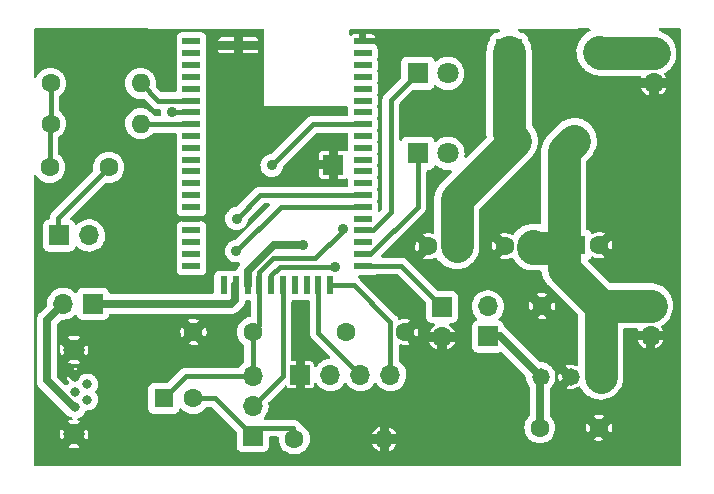
<source format=gbr>
%TF.GenerationSoftware,KiCad,Pcbnew,6.0.7-f9a2dced07~116~ubuntu20.04.1*%
%TF.CreationDate,2023-08-22T11:37:59+02:00*%
%TF.ProjectId,BlueBox,426c7565-426f-4782-9e6b-696361645f70,rev?*%
%TF.SameCoordinates,Original*%
%TF.FileFunction,Copper,L1,Top*%
%TF.FilePolarity,Positive*%
%FSLAX46Y46*%
G04 Gerber Fmt 4.6, Leading zero omitted, Abs format (unit mm)*
G04 Created by KiCad (PCBNEW 6.0.7-f9a2dced07~116~ubuntu20.04.1) date 2023-08-22 11:37:59*
%MOMM*%
%LPD*%
G01*
G04 APERTURE LIST*
%TA.AperFunction,ComponentPad*%
%ADD10R,1.700000X1.700000*%
%TD*%
%TA.AperFunction,ComponentPad*%
%ADD11O,1.700000X1.700000*%
%TD*%
%TA.AperFunction,ComponentPad*%
%ADD12C,0.800000*%
%TD*%
%TA.AperFunction,ComponentPad*%
%ADD13C,1.803150*%
%TD*%
%TA.AperFunction,SMDPad,CuDef*%
%ADD14R,1.500000X0.600000*%
%TD*%
%TA.AperFunction,SMDPad,CuDef*%
%ADD15R,0.600000X1.500000*%
%TD*%
%TA.AperFunction,SMDPad,CuDef*%
%ADD16R,2.790000X0.760000*%
%TD*%
%TA.AperFunction,SMDPad,CuDef*%
%ADD17R,1.780000X1.780000*%
%TD*%
%TA.AperFunction,ComponentPad*%
%ADD18C,1.478000*%
%TD*%
%TA.AperFunction,ComponentPad*%
%ADD19C,1.600000*%
%TD*%
%TA.AperFunction,ComponentPad*%
%ADD20O,1.600000X1.600000*%
%TD*%
%TA.AperFunction,ComponentPad*%
%ADD21C,2.600000*%
%TD*%
%TA.AperFunction,ComponentPad*%
%ADD22R,1.800000X1.800000*%
%TD*%
%TA.AperFunction,ComponentPad*%
%ADD23C,1.800000*%
%TD*%
%TA.AperFunction,ComponentPad*%
%ADD24R,2.200000X2.200000*%
%TD*%
%TA.AperFunction,ComponentPad*%
%ADD25O,2.200000X2.200000*%
%TD*%
%TA.AperFunction,ComponentPad*%
%ADD26R,1.600000X1.600000*%
%TD*%
%TA.AperFunction,ViaPad*%
%ADD27C,0.900000*%
%TD*%
%TA.AperFunction,Conductor*%
%ADD28C,0.400000*%
%TD*%
%TA.AperFunction,Conductor*%
%ADD29C,0.700000*%
%TD*%
%TA.AperFunction,Conductor*%
%ADD30C,2.800000*%
%TD*%
G04 APERTURE END LIST*
D10*
%TO.P,J8,1,Pin_1*%
%TO.N,+12V*%
X111125000Y-103400000D03*
D11*
%TO.P,J8,2,Pin_2*%
%TO.N,GND*%
X111125000Y-105940000D03*
%TD*%
D12*
%TO.P,11,1,1*%
%TO.N,Net-(J4-Pad2)*%
X62430000Y-112000000D03*
%TO.P,11,2,2*%
%TO.N,USB_DM*%
X63430000Y-111350000D03*
%TO.P,11,3,3*%
%TO.N,USB_DP*%
X62430000Y-110700000D03*
%TO.P,11,4,4*%
%TO.N,unconnected-(11-Pad4)*%
X63430000Y-110050000D03*
%TO.P,11,5,5*%
%TO.N,GND*%
X62430000Y-109400000D03*
D13*
%TO.P,11,6,6*%
X62320000Y-114275000D03*
%TO.P,11,7,7*%
X62320000Y-107125000D03*
%TD*%
D14*
%TO.P,U2,1,DR1*%
%TO.N,unconnected-(U2-Pad1)*%
X72250000Y-81025000D03*
%TO.P,U2,2,RFS1*%
%TO.N,unconnected-(U2-Pad2)*%
X72250000Y-82025000D03*
%TO.P,U2,3,SCLK1*%
%TO.N,unconnected-(U2-Pad3)*%
X72250000Y-83025000D03*
%TO.P,U2,4,DT1*%
%TO.N,unconnected-(U2-Pad4)*%
X72250000Y-84025000D03*
%TO.P,U2,5,MCLK1*%
%TO.N,unconnected-(U2-Pad5)*%
X72250000Y-85025000D03*
%TO.P,U2,6,AOHPR*%
%TO.N,AUDIO_OUT_R*%
X72250000Y-86025000D03*
%TO.P,U2,7,AOHPM*%
%TO.N,AUDIO_OUT_GND*%
X72250000Y-87025000D03*
%TO.P,U2,8,AOHPL*%
%TO.N,AUDIO_OUT_L*%
X72250000Y-88025000D03*
%TO.P,U2,9,MICN2*%
%TO.N,unconnected-(U2-Pad9)*%
X72250000Y-89025000D03*
%TO.P,U2,10,MICP2*%
%TO.N,unconnected-(U2-Pad10)*%
X72250000Y-90025000D03*
%TO.P,U2,11,AIR*%
%TO.N,unconnected-(U2-Pad11)*%
X72250000Y-91025000D03*
%TO.P,U2,12,AIL*%
%TO.N,unconnected-(U2-Pad12)*%
X72250000Y-92025000D03*
%TO.P,U2,13,MICN1*%
%TO.N,unconnected-(U2-Pad13)*%
X72250000Y-93025000D03*
%TO.P,U2,14,MICP1*%
%TO.N,unconnected-(U2-Pad14)*%
X72250000Y-94025000D03*
%TO.P,U2,15,MICBIAS*%
%TO.N,unconnected-(U2-Pad15)*%
X72250000Y-95025000D03*
%TO.P,U2,16,GND_1*%
%TO.N,GND*%
X72250000Y-96025000D03*
%TO.P,U2,17,DMIC_CLK*%
%TO.N,unconnected-(U2-Pad17)*%
X72250000Y-97025000D03*
%TO.P,U2,18,DMIC1_R*%
%TO.N,unconnected-(U2-Pad18)*%
X72250000Y-98025000D03*
%TO.P,U2,19,DMIC1_L*%
%TO.N,unconnected-(U2-Pad19)*%
X72250000Y-99025000D03*
%TO.P,U2,20,P3_2*%
%TO.N,unconnected-(U2-Pad20)*%
X72250000Y-100025000D03*
D15*
%TO.P,U2,21,P2_6*%
%TO.N,unconnected-(U2-Pad21)*%
X75000000Y-101675000D03*
%TO.P,U2,22,ADAP_IN*%
%TO.N,USB_VCC*%
X76000000Y-101675000D03*
%TO.P,U2,23,BAT_IN*%
%TO.N,+3.3V*%
X77000000Y-101675000D03*
%TO.P,U2,24,SYS_PWR*%
%TO.N,SYS_PWR*%
X78000000Y-101675000D03*
%TO.P,U2,25,VDD_IO*%
%TO.N,Net-(C5-Pad1)*%
X79000000Y-101675000D03*
%TO.P,U2,26,PWR_(MFB)*%
%TO.N,MFB*%
X80000000Y-101675000D03*
%TO.P,U2,27,SKI1_AMB_DET*%
%TO.N,unconnected-(U2-Pad27)*%
X81000000Y-101675000D03*
%TO.P,U2,28,SK2_KEY_AD*%
%TO.N,unconnected-(U2-Pad28)*%
X82000000Y-101675000D03*
%TO.P,U2,29,P8_6/UART_RXD*%
%TO.N,UART_RX*%
X83000000Y-101675000D03*
%TO.P,U2,30,P8_5/UART_TXD*%
%TO.N,UART_TX*%
X84000000Y-101675000D03*
D14*
%TO.P,U2,31,P3_4/UART_RTS*%
%TO.N,TEST_MODE*%
X86750000Y-100025000D03*
%TO.P,U2,32,LED1*%
%TO.N,LED1*%
X86750000Y-99025000D03*
%TO.P,U2,33,P0_2*%
%TO.N,unconnected-(U2-Pad33)*%
X86750000Y-98025000D03*
%TO.P,U2,34,LED2*%
%TO.N,LED2*%
X86750000Y-97025000D03*
%TO.P,U2,35,P0_6*%
%TO.N,unconnected-(U2-Pad35)*%
X86750000Y-96025000D03*
%TO.P,U2,36,DM*%
%TO.N,USB_DM*%
X86750000Y-95025000D03*
%TO.P,U2,37,DP*%
%TO.N,USB_DP*%
X86750000Y-94025000D03*
%TO.P,U2,38,P0_3*%
%TO.N,unconnected-(U2-Pad38)*%
X86750000Y-93025000D03*
%TO.P,U2,39,P2_7*%
%TO.N,unconnected-(U2-Pad39)*%
X86750000Y-92025000D03*
%TO.P,U2,40,P0_5*%
%TO.N,unconnected-(U2-Pad40)*%
X86750000Y-91025000D03*
%TO.P,U2,41,P1_6/PWM1*%
%TO.N,unconnected-(U2-Pad41)*%
X86750000Y-90025000D03*
%TO.P,U2,42,P2_3*%
%TO.N,unconnected-(U2-Pad42)*%
X86750000Y-89025000D03*
%TO.P,U2,43,RST_N*%
%TO.N,RESET*%
X86750000Y-88025000D03*
%TO.P,U2,44,P0_1*%
%TO.N,unconnected-(U2-Pad44)*%
X86750000Y-87025000D03*
%TO.P,U2,45,P0_7*%
%TO.N,unconnected-(U2-Pad45)*%
X86750000Y-86025000D03*
%TO.P,U2,46,P1_2/TDI_CPU/SCL*%
%TO.N,unconnected-(U2-Pad46)*%
X86750000Y-85025000D03*
%TO.P,U2,47,P1_3/TCK_CPU/SDA*%
%TO.N,unconnected-(U2-Pad47)*%
X86750000Y-84025000D03*
%TO.P,U2,48,P3_7/UART_CTS*%
%TO.N,unconnected-(U2-Pad48)*%
X86750000Y-83025000D03*
%TO.P,U2,49,P0_0/UART_TX_IND*%
%TO.N,unconnected-(U2-Pad49)*%
X86750000Y-82025000D03*
%TO.P,U2,50,GND_2*%
%TO.N,GND*%
X86750000Y-81025000D03*
D16*
%TO.P,U2,EP1,GND_3*%
X76210000Y-81345000D03*
D17*
%TO.P,U2,EP2,GND_4*%
X84270000Y-91455000D03*
%TD*%
D18*
%TO.P,U1,1,VOUT*%
%TO.N,Net-(C6-Pad2)*%
X101815500Y-109425000D03*
%TO.P,U1,2,GND*%
%TO.N,GND*%
X104355500Y-109425000D03*
%TO.P,U1,3,VIN*%
%TO.N,+12V*%
X106895500Y-109425000D03*
%TD*%
D19*
%TO.P,R3,1*%
%TO.N,Net-(C7-Pad2)*%
X80965000Y-114675000D03*
D20*
%TO.P,R3,2*%
%TO.N,GND*%
X88585000Y-114675000D03*
%TD*%
D19*
%TO.P,R2,1*%
%TO.N,Net-(R1-Pad1)*%
X60325000Y-84575000D03*
D20*
%TO.P,R2,2*%
%TO.N,AUDIO_OUT_R*%
X67945000Y-84575000D03*
%TD*%
D19*
%TO.P,R1,1*%
%TO.N,Net-(R1-Pad1)*%
X60325000Y-87975000D03*
D20*
%TO.P,R1,2*%
%TO.N,AUDIO_OUT_L*%
X67945000Y-87975000D03*
%TD*%
D21*
%TO.P,L1,2,2*%
%TO.N,+12V*%
X104675000Y-89425000D03*
%TO.P,L1,1,1*%
%TO.N,Net-(D1-Pad1)*%
X99675000Y-89425000D03*
%TD*%
D11*
%TO.P,J7,4,Pin_4*%
%TO.N,UART_TX*%
X89095000Y-109250000D03*
%TO.P,J7,3,Pin_3*%
%TO.N,UART_RX*%
X86555000Y-109250000D03*
%TO.P,J7,2,Pin_2*%
%TO.N,RESET*%
X84015000Y-109250000D03*
D10*
%TO.P,J7,1,Pin_1*%
%TO.N,GND*%
X81475000Y-109250000D03*
%TD*%
%TO.P,J6,1,Pin_1*%
%TO.N,Net-(C7-Pad2)*%
X77425000Y-114425000D03*
D11*
%TO.P,J6,2,Pin_2*%
%TO.N,MFB*%
X77425000Y-111885000D03*
%TO.P,J6,3,Pin_3*%
%TO.N,SYS_PWR*%
X77425000Y-109345000D03*
%TD*%
D10*
%TO.P,J5,1,Pin_1*%
%TO.N,TEST_MODE*%
X93475000Y-103500000D03*
D11*
%TO.P,J5,2,Pin_2*%
%TO.N,GND*%
X93475000Y-106040000D03*
%TD*%
D10*
%TO.P,J4,1,Pin_1*%
%TO.N,USB_VCC*%
X63925000Y-103225000D03*
D11*
%TO.P,J4,2,Pin_2*%
%TO.N,Net-(J4-Pad2)*%
X61385000Y-103225000D03*
%TD*%
D10*
%TO.P,J3,1,Pin_1*%
%TO.N,Net-(C6-Pad2)*%
X97350000Y-106000000D03*
D11*
%TO.P,J3,2,Pin_2*%
%TO.N,+3.3V*%
X97350000Y-103460000D03*
%TD*%
D10*
%TO.P,J2,1,Pin_1*%
%TO.N,Net-(D1-Pad2)*%
X111400000Y-82000000D03*
D11*
%TO.P,J2,2,Pin_2*%
%TO.N,GND*%
X111400000Y-84540000D03*
%TD*%
D10*
%TO.P,J1,1,Pin_1*%
%TO.N,Net-(J1-Pad1)*%
X61050000Y-97450000D03*
D11*
%TO.P,J1,2,Pin_2*%
%TO.N,AUDIO_OUT_GND*%
X63590000Y-97450000D03*
%TD*%
D22*
%TO.P,D3,1,K*%
%TO.N,LED2*%
X91400000Y-83725000D03*
D23*
%TO.P,D3,2,A*%
%TO.N,SYS_PWR*%
X93940000Y-83725000D03*
%TD*%
D22*
%TO.P,D2,1,K*%
%TO.N,LED1*%
X91425000Y-90500000D03*
D23*
%TO.P,D2,2,A*%
%TO.N,SYS_PWR*%
X93965000Y-90500000D03*
%TD*%
D24*
%TO.P,D1,1,K*%
%TO.N,Net-(D1-Pad1)*%
X99140000Y-81900000D03*
D25*
%TO.P,D1,2,A*%
%TO.N,Net-(D1-Pad2)*%
X106760000Y-81900000D03*
%TD*%
D26*
%TO.P,C9,1*%
%TO.N,+12V*%
X100805113Y-98350000D03*
D19*
%TO.P,C9,2*%
%TO.N,GND*%
X98805113Y-98350000D03*
%TD*%
D26*
%TO.P,C8,1*%
%TO.N,Net-(D1-Pad1)*%
X94305113Y-98375000D03*
D19*
%TO.P,C8,2*%
%TO.N,GND*%
X92305113Y-98375000D03*
%TD*%
D26*
%TO.P,C7,1*%
%TO.N,SYS_PWR*%
X69913606Y-111250000D03*
D19*
%TO.P,C7,2*%
%TO.N,Net-(C7-Pad2)*%
X72413606Y-111250000D03*
%TD*%
%TO.P,C6,2*%
%TO.N,Net-(C6-Pad2)*%
X101750000Y-113725000D03*
%TO.P,C6,1*%
%TO.N,GND*%
X106750000Y-113725000D03*
%TD*%
%TO.P,C5,1*%
%TO.N,Net-(C5-Pad1)*%
X85350000Y-105625000D03*
%TO.P,C5,2*%
%TO.N,GND*%
X90350000Y-105625000D03*
%TD*%
%TO.P,C4,1*%
%TO.N,GND*%
X101950000Y-103425000D03*
%TO.P,C4,2*%
%TO.N,+12V*%
X106950000Y-103425000D03*
%TD*%
%TO.P,C3,1*%
%TO.N,SYS_PWR*%
X77425000Y-105625000D03*
%TO.P,C3,2*%
%TO.N,GND*%
X72425000Y-105625000D03*
%TD*%
%TO.P,C2,1*%
%TO.N,Net-(R1-Pad1)*%
X60250000Y-91675000D03*
%TO.P,C2,2*%
%TO.N,Net-(J1-Pad1)*%
X65250000Y-91675000D03*
%TD*%
D26*
%TO.P,C1,1*%
%TO.N,+12V*%
X104794888Y-98275000D03*
D19*
%TO.P,C1,2*%
%TO.N,GND*%
X106794888Y-98275000D03*
%TD*%
D27*
%TO.N,GND*%
X101525000Y-106675000D03*
X99900000Y-102500000D03*
X100150000Y-94125000D03*
X59900000Y-94300000D03*
X63425000Y-86275000D03*
X59600000Y-81425000D03*
X62175000Y-81250000D03*
X65825000Y-80950000D03*
X69325000Y-81300000D03*
X76125000Y-82625000D03*
X75925000Y-85375000D03*
X78250000Y-88675000D03*
X83900000Y-89475000D03*
X81650000Y-91825000D03*
X74625000Y-88600000D03*
X75000000Y-93100000D03*
X69200000Y-95275000D03*
X68800000Y-98325000D03*
X66075000Y-100400000D03*
X61275000Y-100550000D03*
X64850000Y-106925000D03*
X59675000Y-113150000D03*
X64325000Y-115875000D03*
X66675000Y-112675000D03*
X67625000Y-115925000D03*
X73650000Y-115700000D03*
X79050000Y-116425000D03*
X83875000Y-116075000D03*
X90350000Y-116100000D03*
X89650000Y-112200000D03*
X89100000Y-102000000D03*
X95125000Y-112425000D03*
X97475000Y-116175000D03*
X102150000Y-116025000D03*
X108850000Y-115725000D03*
X112400000Y-113625000D03*
X112325000Y-108275000D03*
X112100000Y-99525000D03*
X111875000Y-94625000D03*
X108100000Y-92275000D03*
X111625000Y-89000000D03*
X107775000Y-86550000D03*
X103625000Y-84625000D03*
X102150000Y-81000000D03*
X96425000Y-81175000D03*
X92925000Y-81125000D03*
X89125000Y-83575000D03*
X89125000Y-81300000D03*
%TO.N,Net-(C5-Pad1)*%
X84375000Y-100100000D03*
%TO.N,RESET*%
X79050000Y-91525000D03*
%TO.N,USB_DM*%
X76050000Y-98775000D03*
%TO.N,USB_DP*%
X76075000Y-96025000D03*
%TO.N,+3.3V*%
X81700000Y-98250000D03*
%TO.N,AUDIO_OUT_GND*%
X70600000Y-87025000D03*
%TO.N,SYS_PWR*%
X85050000Y-96875000D03*
%TD*%
D28*
%TO.N,Net-(C5-Pad1)*%
X79725000Y-100100000D02*
X84375000Y-100100000D01*
X79000000Y-100825000D02*
X79725000Y-100100000D01*
X79000000Y-101675000D02*
X79000000Y-100825000D01*
D29*
%TO.N,Net-(C6-Pad2)*%
X97350000Y-106000000D02*
X98390500Y-106000000D01*
X98390500Y-106000000D02*
X101815500Y-109425000D01*
D28*
%TO.N,TEST_MODE*%
X86750000Y-100025000D02*
X90000000Y-100025000D01*
X90000000Y-100025000D02*
X93475000Y-103500000D01*
%TO.N,SYS_PWR*%
X69913606Y-111250000D02*
X71818606Y-109345000D01*
X71818606Y-109345000D02*
X77425000Y-109345000D01*
%TO.N,Net-(C7-Pad2)*%
X72413606Y-111250000D02*
X74250000Y-111250000D01*
X74250000Y-111250000D02*
X77425000Y-114425000D01*
%TO.N,MFB*%
X80000000Y-101675000D02*
X80000000Y-109310000D01*
X80000000Y-109310000D02*
X77425000Y-111885000D01*
%TO.N,SYS_PWR*%
X77425000Y-105625000D02*
X77425000Y-109345000D01*
X77425000Y-105625000D02*
X78000000Y-105050000D01*
X78000000Y-105050000D02*
X78000000Y-101675000D01*
%TO.N,Net-(C7-Pad2)*%
X80865000Y-113750000D02*
X78100000Y-113750000D01*
X78100000Y-113750000D02*
X77425000Y-114425000D01*
%TO.N,RESET*%
X79050000Y-91525000D02*
X82550000Y-88025000D01*
X82550000Y-88025000D02*
X86750000Y-88025000D01*
%TO.N,USB_DP*%
X76075000Y-96025000D02*
X78075000Y-94025000D01*
X78075000Y-94025000D02*
X86750000Y-94025000D01*
%TO.N,USB_DM*%
X76050000Y-98775000D02*
X79800000Y-95025000D01*
X79800000Y-95025000D02*
X86750000Y-95025000D01*
D29*
%TO.N,Net-(J4-Pad2)*%
X61385000Y-103225000D02*
X59995977Y-104614023D01*
X59995977Y-104614023D02*
X59995977Y-109720977D01*
X59995977Y-109720977D02*
X62275000Y-112000000D01*
X62275000Y-112000000D02*
X62430000Y-112000000D01*
%TO.N,+3.3V*%
X81700000Y-98250000D02*
X79214340Y-98250000D01*
X79214340Y-98250000D02*
X77000000Y-100464340D01*
X77000000Y-100464340D02*
X77000000Y-101675000D01*
%TO.N,Net-(C6-Pad2)*%
X101750000Y-113725000D02*
X101750000Y-109490500D01*
X101750000Y-109490500D02*
X101815500Y-109425000D01*
%TO.N,USB_VCC*%
X63925000Y-103225000D02*
X75600000Y-103225000D01*
X75600000Y-103225000D02*
X75950000Y-102875000D01*
X75950000Y-102875000D02*
X75950000Y-101675000D01*
D28*
%TO.N,Net-(J1-Pad1)*%
X65250000Y-91675000D02*
X60975000Y-95950000D01*
X60975000Y-95950000D02*
X60975000Y-96925000D01*
%TO.N,Net-(R1-Pad1)*%
X60250000Y-91675000D02*
X60250000Y-88050000D01*
X60250000Y-88050000D02*
X60325000Y-87975000D01*
X60325000Y-84575000D02*
X60325000Y-87975000D01*
%TO.N,AUDIO_OUT_GND*%
X72250000Y-87025000D02*
X70600000Y-87025000D01*
%TO.N,AUDIO_OUT_R*%
X72250000Y-86025000D02*
X69395000Y-86025000D01*
X69395000Y-86025000D02*
X67945000Y-84575000D01*
%TO.N,AUDIO_OUT_L*%
X72250000Y-88025000D02*
X67995000Y-88025000D01*
X67995000Y-88025000D02*
X67945000Y-87975000D01*
%TO.N,SYS_PWR*%
X85050000Y-96875000D02*
X85050000Y-97050000D01*
X85050000Y-97050000D02*
X82725000Y-99375000D01*
X78000000Y-101675000D02*
X78000000Y-100525000D01*
X78000000Y-100525000D02*
X79150000Y-99375000D01*
X79150000Y-99375000D02*
X82725000Y-99375000D01*
%TO.N,UART_RX*%
X83000000Y-101675000D02*
X83000000Y-105695000D01*
X83000000Y-105695000D02*
X86555000Y-109250000D01*
%TO.N,UART_TX*%
X84000000Y-101675000D02*
X86025000Y-101675000D01*
X86025000Y-101675000D02*
X89095000Y-104745000D01*
X89095000Y-104745000D02*
X89095000Y-109250000D01*
%TO.N,LED2*%
X91400000Y-83725000D02*
X89125000Y-86000000D01*
X89125000Y-86000000D02*
X89125000Y-95500000D01*
X89125000Y-95500000D02*
X87600000Y-97025000D01*
X87600000Y-97025000D02*
X86750000Y-97025000D01*
%TO.N,LED1*%
X91425000Y-90500000D02*
X91425000Y-95000000D01*
X91425000Y-95000000D02*
X87400000Y-99025000D01*
X87400000Y-99025000D02*
X86750000Y-99025000D01*
D30*
%TO.N,+12V*%
X106895500Y-109425000D02*
X106895500Y-103479500D01*
X106895500Y-103479500D02*
X106975000Y-103400000D01*
X111125000Y-103400000D02*
X106975000Y-103400000D01*
X106975000Y-103400000D02*
X106950000Y-103425000D01*
X103775000Y-98500000D02*
X103775000Y-100250000D01*
X103775000Y-100250000D02*
X106950000Y-103425000D01*
X103775000Y-98500000D02*
X101205113Y-98500000D01*
X101205113Y-98500000D02*
X101205113Y-98350000D01*
X104675000Y-89425000D02*
X103775000Y-90325000D01*
X103775000Y-90325000D02*
X103775000Y-98500000D01*
%TO.N,Net-(D1-Pad1)*%
X99675000Y-89425000D02*
X94705113Y-94394887D01*
X94705113Y-94394887D02*
X94705113Y-98375000D01*
X99140000Y-81900000D02*
X99140000Y-88890000D01*
X99140000Y-88890000D02*
X99675000Y-89425000D01*
%TO.N,Net-(D1-Pad2)*%
X111400000Y-82000000D02*
X106860000Y-82000000D01*
X106860000Y-82000000D02*
X106760000Y-81900000D01*
%TD*%
%TA.AperFunction,Conductor*%
%TO.N,GND*%
G36*
X113633341Y-79920972D02*
G01*
X113679975Y-79974504D01*
X113691500Y-80027149D01*
X113691500Y-116815500D01*
X113671498Y-116883621D01*
X113617842Y-116930114D01*
X113565500Y-116941500D01*
X59009500Y-116941500D01*
X58941379Y-116921498D01*
X58894886Y-116867842D01*
X58883500Y-116815500D01*
X58883500Y-115359397D01*
X61806907Y-115359397D01*
X61810253Y-115363867D01*
X61941795Y-115420382D01*
X61952738Y-115423937D01*
X62156854Y-115470124D01*
X62168264Y-115471626D01*
X62377387Y-115479842D01*
X62388869Y-115479240D01*
X62595982Y-115449211D01*
X62607178Y-115446523D01*
X62805350Y-115379252D01*
X62815857Y-115374574D01*
X62824429Y-115369773D01*
X62834294Y-115359695D01*
X62831338Y-115352023D01*
X62332812Y-114853497D01*
X62318868Y-114845883D01*
X62317035Y-114846014D01*
X62310420Y-114850265D01*
X61813664Y-115347022D01*
X61806907Y-115359397D01*
X58883500Y-115359397D01*
X58883500Y-114249178D01*
X61114069Y-114249178D01*
X61127756Y-114458005D01*
X61129557Y-114469375D01*
X61181071Y-114672212D01*
X61184912Y-114683059D01*
X61228238Y-114777040D01*
X61237510Y-114787664D01*
X61243402Y-114785912D01*
X61741504Y-114287811D01*
X61747881Y-114276132D01*
X62890883Y-114276132D01*
X62891014Y-114277966D01*
X62895265Y-114284580D01*
X63393109Y-114782424D01*
X63405489Y-114789184D01*
X63412069Y-114784258D01*
X63419574Y-114770857D01*
X63424252Y-114760350D01*
X63491523Y-114562178D01*
X63494211Y-114550982D01*
X63524536Y-114341829D01*
X63525166Y-114334447D01*
X63526626Y-114278704D01*
X63526383Y-114271305D01*
X63507045Y-114060849D01*
X63504947Y-114049528D01*
X63448142Y-113848113D01*
X63444017Y-113837366D01*
X63412166Y-113772780D01*
X63402619Y-113762401D01*
X63396186Y-113764500D01*
X62898496Y-114262189D01*
X62890883Y-114276132D01*
X61747881Y-114276132D01*
X61749117Y-114273868D01*
X61748986Y-114272034D01*
X61744735Y-114265420D01*
X61248068Y-113768754D01*
X61235693Y-113761997D01*
X61229727Y-113766463D01*
X61207825Y-113808091D01*
X61203420Y-113818725D01*
X61141360Y-114018591D01*
X61138968Y-114029845D01*
X61114370Y-114237677D01*
X61114069Y-114249178D01*
X58883500Y-114249178D01*
X58883500Y-109771631D01*
X58892583Y-109740698D01*
X58886057Y-109728387D01*
X58883500Y-109703130D01*
X58883500Y-104682930D01*
X58884605Y-104679165D01*
X58883500Y-104670633D01*
X58883500Y-100373134D01*
X70991500Y-100373134D01*
X70998255Y-100435316D01*
X71049385Y-100571705D01*
X71136739Y-100688261D01*
X71253295Y-100775615D01*
X71389684Y-100826745D01*
X71451866Y-100833500D01*
X73048134Y-100833500D01*
X73110316Y-100826745D01*
X73246705Y-100775615D01*
X73363261Y-100688261D01*
X73450615Y-100571705D01*
X73501745Y-100435316D01*
X73508500Y-100373134D01*
X73508500Y-99676866D01*
X73506079Y-99654577D01*
X73502598Y-99622534D01*
X73502598Y-99622532D01*
X73501745Y-99614684D01*
X73498973Y-99607289D01*
X73484705Y-99569229D01*
X73479522Y-99498422D01*
X73484705Y-99480771D01*
X73498973Y-99442711D01*
X73498973Y-99442709D01*
X73501745Y-99435316D01*
X73503044Y-99423364D01*
X73508131Y-99376531D01*
X73508500Y-99373134D01*
X73508500Y-98676866D01*
X73501745Y-98614684D01*
X73484705Y-98569229D01*
X73479522Y-98498422D01*
X73484705Y-98480771D01*
X73498973Y-98442711D01*
X73498973Y-98442709D01*
X73501745Y-98435316D01*
X73502623Y-98427240D01*
X73508131Y-98376531D01*
X73508500Y-98373134D01*
X73508500Y-97676866D01*
X73501745Y-97614684D01*
X73485496Y-97571340D01*
X73484705Y-97569229D01*
X73479522Y-97498422D01*
X73484705Y-97480771D01*
X73498973Y-97442711D01*
X73498973Y-97442709D01*
X73501745Y-97435316D01*
X73504094Y-97413698D01*
X73508131Y-97376531D01*
X73508500Y-97373134D01*
X73508500Y-96676866D01*
X73501745Y-96614684D01*
X73450615Y-96478295D01*
X73363261Y-96361739D01*
X73246705Y-96274385D01*
X73110316Y-96223255D01*
X73048134Y-96216500D01*
X71451866Y-96216500D01*
X71389684Y-96223255D01*
X71253295Y-96274385D01*
X71136739Y-96361739D01*
X71049385Y-96478295D01*
X70998255Y-96614684D01*
X70991500Y-96676866D01*
X70991500Y-97373134D01*
X70991869Y-97376531D01*
X70995907Y-97413698D01*
X70998255Y-97435316D01*
X71001027Y-97442709D01*
X71001027Y-97442711D01*
X71015295Y-97480771D01*
X71020478Y-97551578D01*
X71015295Y-97569229D01*
X71014504Y-97571340D01*
X70998255Y-97614684D01*
X70991500Y-97676866D01*
X70991500Y-98373134D01*
X70991869Y-98376531D01*
X70997378Y-98427240D01*
X70998255Y-98435316D01*
X71001027Y-98442709D01*
X71001027Y-98442711D01*
X71015295Y-98480771D01*
X71020478Y-98551578D01*
X71015295Y-98569229D01*
X70998255Y-98614684D01*
X70991500Y-98676866D01*
X70991500Y-99373134D01*
X70991869Y-99376531D01*
X70996957Y-99423364D01*
X70998255Y-99435316D01*
X71001027Y-99442709D01*
X71001027Y-99442711D01*
X71015295Y-99480771D01*
X71020478Y-99551578D01*
X71015295Y-99569229D01*
X71001027Y-99607289D01*
X70998255Y-99614684D01*
X70997402Y-99622532D01*
X70997402Y-99622534D01*
X70993921Y-99654577D01*
X70991500Y-99676866D01*
X70991500Y-100373134D01*
X58883500Y-100373134D01*
X58883500Y-98348134D01*
X59691500Y-98348134D01*
X59698255Y-98410316D01*
X59749385Y-98546705D01*
X59836739Y-98663261D01*
X59953295Y-98750615D01*
X60089684Y-98801745D01*
X60151866Y-98808500D01*
X61948134Y-98808500D01*
X62010316Y-98801745D01*
X62146705Y-98750615D01*
X62263261Y-98663261D01*
X62350615Y-98546705D01*
X62377132Y-98475972D01*
X62394598Y-98429382D01*
X62437240Y-98372618D01*
X62503802Y-98347918D01*
X62573150Y-98363126D01*
X62607817Y-98391114D01*
X62636250Y-98423938D01*
X62808126Y-98566632D01*
X63001000Y-98679338D01*
X63209692Y-98759030D01*
X63214760Y-98760061D01*
X63214763Y-98760062D01*
X63252286Y-98767696D01*
X63428597Y-98803567D01*
X63433772Y-98803757D01*
X63433774Y-98803757D01*
X63646673Y-98811564D01*
X63646677Y-98811564D01*
X63651837Y-98811753D01*
X63656957Y-98811097D01*
X63656959Y-98811097D01*
X63868288Y-98784025D01*
X63868289Y-98784025D01*
X63873416Y-98783368D01*
X63878366Y-98781883D01*
X64082429Y-98720661D01*
X64082434Y-98720659D01*
X64087384Y-98719174D01*
X64287994Y-98620896D01*
X64469860Y-98491173D01*
X64480299Y-98480771D01*
X64570268Y-98391115D01*
X64628096Y-98333489D01*
X64663241Y-98284580D01*
X64755435Y-98156277D01*
X64758453Y-98152077D01*
X64771315Y-98126054D01*
X64855136Y-97956453D01*
X64855137Y-97956451D01*
X64857430Y-97951811D01*
X64894767Y-97828922D01*
X64920865Y-97743023D01*
X64920865Y-97743021D01*
X64922370Y-97738069D01*
X64951529Y-97516590D01*
X64952763Y-97466078D01*
X64953074Y-97453365D01*
X64953074Y-97453361D01*
X64953156Y-97450000D01*
X64934852Y-97227361D01*
X64880431Y-97010702D01*
X64791354Y-96805840D01*
X64751906Y-96744862D01*
X64672822Y-96622617D01*
X64672820Y-96622614D01*
X64670014Y-96618277D01*
X64519670Y-96453051D01*
X64515619Y-96449852D01*
X64515615Y-96449848D01*
X64348414Y-96317800D01*
X64348410Y-96317798D01*
X64344359Y-96314598D01*
X64148789Y-96206638D01*
X64143920Y-96204914D01*
X64143916Y-96204912D01*
X63943087Y-96133795D01*
X63943083Y-96133794D01*
X63938212Y-96132069D01*
X63933119Y-96131162D01*
X63933116Y-96131161D01*
X63723373Y-96093800D01*
X63723367Y-96093799D01*
X63718284Y-96092894D01*
X63644452Y-96091992D01*
X63500081Y-96090228D01*
X63500079Y-96090228D01*
X63494911Y-96090165D01*
X63274091Y-96123955D01*
X63061756Y-96193357D01*
X63031443Y-96209137D01*
X62895757Y-96279771D01*
X62863607Y-96296507D01*
X62859474Y-96299610D01*
X62859471Y-96299612D01*
X62703466Y-96416744D01*
X62684965Y-96430635D01*
X62614648Y-96504218D01*
X62604283Y-96515064D01*
X62542759Y-96550494D01*
X62471846Y-96547037D01*
X62414060Y-96505791D01*
X62395207Y-96472243D01*
X62356182Y-96368146D01*
X62350615Y-96353295D01*
X62263261Y-96236739D01*
X62146705Y-96149385D01*
X62138296Y-96146233D01*
X62138295Y-96146232D01*
X62083157Y-96125562D01*
X62061477Y-96117435D01*
X62004713Y-96074794D01*
X61980013Y-96008233D01*
X61995220Y-95938884D01*
X62016612Y-95910358D01*
X64921988Y-93004982D01*
X64984300Y-92970956D01*
X65022063Y-92968556D01*
X65250000Y-92988498D01*
X65478087Y-92968543D01*
X65483400Y-92967119D01*
X65483402Y-92967119D01*
X65693933Y-92910707D01*
X65693935Y-92910706D01*
X65699243Y-92909284D01*
X65704225Y-92906961D01*
X65901762Y-92814849D01*
X65901767Y-92814846D01*
X65906749Y-92812523D01*
X66087935Y-92685655D01*
X66089789Y-92684357D01*
X66089792Y-92684355D01*
X66094300Y-92681198D01*
X66256198Y-92519300D01*
X66283177Y-92480771D01*
X66333089Y-92409488D01*
X66387523Y-92331749D01*
X66389846Y-92326767D01*
X66389849Y-92326762D01*
X66481961Y-92129225D01*
X66481961Y-92129224D01*
X66484284Y-92124243D01*
X66494557Y-92085906D01*
X66542119Y-91908402D01*
X66542119Y-91908400D01*
X66543543Y-91903087D01*
X66563498Y-91675000D01*
X66543543Y-91446913D01*
X66516264Y-91345108D01*
X66485707Y-91231067D01*
X66485706Y-91231065D01*
X66484284Y-91225757D01*
X66446897Y-91145580D01*
X66389849Y-91023238D01*
X66389846Y-91023233D01*
X66387523Y-91018251D01*
X66256198Y-90830700D01*
X66094300Y-90668802D01*
X66089792Y-90665645D01*
X66089789Y-90665643D01*
X65962112Y-90576243D01*
X65906749Y-90537477D01*
X65901767Y-90535154D01*
X65901762Y-90535151D01*
X65704225Y-90443039D01*
X65704224Y-90443039D01*
X65699243Y-90440716D01*
X65693935Y-90439294D01*
X65693933Y-90439293D01*
X65483402Y-90382881D01*
X65483400Y-90382881D01*
X65478087Y-90381457D01*
X65250000Y-90361502D01*
X65021913Y-90381457D01*
X65016600Y-90382881D01*
X65016598Y-90382881D01*
X64806067Y-90439293D01*
X64806065Y-90439294D01*
X64800757Y-90440716D01*
X64795776Y-90443039D01*
X64795775Y-90443039D01*
X64598238Y-90535151D01*
X64598233Y-90535154D01*
X64593251Y-90537477D01*
X64537888Y-90576243D01*
X64410211Y-90665643D01*
X64410208Y-90665645D01*
X64405700Y-90668802D01*
X64243802Y-90830700D01*
X64112477Y-91018251D01*
X64110154Y-91023233D01*
X64110151Y-91023238D01*
X64053103Y-91145580D01*
X64015716Y-91225757D01*
X64014294Y-91231065D01*
X64014293Y-91231067D01*
X63983736Y-91345108D01*
X63956457Y-91446913D01*
X63936502Y-91675000D01*
X63956415Y-91902598D01*
X63956444Y-91902935D01*
X63942455Y-91972540D01*
X63920018Y-92003012D01*
X60494480Y-95428550D01*
X60488215Y-95434404D01*
X60444615Y-95472439D01*
X60407872Y-95524719D01*
X60403939Y-95530014D01*
X60364524Y-95580282D01*
X60361401Y-95587198D01*
X60360017Y-95589484D01*
X60351643Y-95604165D01*
X60350378Y-95606525D01*
X60346010Y-95612739D01*
X60343250Y-95619818D01*
X60343249Y-95619820D01*
X60322798Y-95672275D01*
X60320247Y-95678344D01*
X60293955Y-95736573D01*
X60292571Y-95744040D01*
X60291770Y-95746595D01*
X60287141Y-95762848D01*
X60286478Y-95765428D01*
X60283718Y-95772509D01*
X60275689Y-95833500D01*
X60275379Y-95835852D01*
X60274348Y-95842359D01*
X60262704Y-95905186D01*
X60263141Y-95912766D01*
X60263141Y-95912767D01*
X60265801Y-95958888D01*
X60249754Y-96028047D01*
X60198864Y-96077552D01*
X60151767Y-96090591D01*
X60151866Y-96091500D01*
X60089684Y-96098255D01*
X59953295Y-96149385D01*
X59836739Y-96236739D01*
X59749385Y-96353295D01*
X59698255Y-96489684D01*
X59691500Y-96551866D01*
X59691500Y-98348134D01*
X58883500Y-98348134D01*
X58883500Y-92404357D01*
X58903502Y-92336236D01*
X58957158Y-92289743D01*
X59027432Y-92279639D01*
X59092012Y-92309133D01*
X59112713Y-92332086D01*
X59216824Y-92480771D01*
X59243802Y-92519300D01*
X59405700Y-92681198D01*
X59410208Y-92684355D01*
X59410211Y-92684357D01*
X59412065Y-92685655D01*
X59593251Y-92812523D01*
X59598233Y-92814846D01*
X59598238Y-92814849D01*
X59795775Y-92906961D01*
X59800757Y-92909284D01*
X59806065Y-92910706D01*
X59806067Y-92910707D01*
X60016598Y-92967119D01*
X60016600Y-92967119D01*
X60021913Y-92968543D01*
X60250000Y-92988498D01*
X60478087Y-92968543D01*
X60483400Y-92967119D01*
X60483402Y-92967119D01*
X60693933Y-92910707D01*
X60693935Y-92910706D01*
X60699243Y-92909284D01*
X60704225Y-92906961D01*
X60901762Y-92814849D01*
X60901767Y-92814846D01*
X60906749Y-92812523D01*
X61087935Y-92685655D01*
X61089789Y-92684357D01*
X61089792Y-92684355D01*
X61094300Y-92681198D01*
X61256198Y-92519300D01*
X61283177Y-92480771D01*
X61333089Y-92409488D01*
X61387523Y-92331749D01*
X61389846Y-92326767D01*
X61389849Y-92326762D01*
X61481961Y-92129225D01*
X61481961Y-92129224D01*
X61484284Y-92124243D01*
X61494557Y-92085906D01*
X61542119Y-91908402D01*
X61542119Y-91908400D01*
X61543543Y-91903087D01*
X61563498Y-91675000D01*
X61543543Y-91446913D01*
X61516264Y-91345108D01*
X61485707Y-91231067D01*
X61485706Y-91231065D01*
X61484284Y-91225757D01*
X61446897Y-91145580D01*
X61389849Y-91023238D01*
X61389846Y-91023233D01*
X61387523Y-91018251D01*
X61256198Y-90830700D01*
X61094300Y-90668802D01*
X61089792Y-90665645D01*
X61089789Y-90665643D01*
X61012229Y-90611335D01*
X60967901Y-90555878D01*
X60958500Y-90508122D01*
X60958500Y-89194394D01*
X60978502Y-89126273D01*
X61012229Y-89091181D01*
X61164789Y-88984357D01*
X61164792Y-88984355D01*
X61169300Y-88981198D01*
X61331198Y-88819300D01*
X61356374Y-88783346D01*
X61398877Y-88722645D01*
X61462523Y-88631749D01*
X61464846Y-88626767D01*
X61464849Y-88626762D01*
X61556961Y-88429225D01*
X61556961Y-88429224D01*
X61559284Y-88424243D01*
X61572069Y-88376531D01*
X61617119Y-88208402D01*
X61617119Y-88208400D01*
X61618543Y-88203087D01*
X61638498Y-87975000D01*
X66631502Y-87975000D01*
X66651457Y-88203087D01*
X66652881Y-88208400D01*
X66652881Y-88208402D01*
X66697932Y-88376531D01*
X66710716Y-88424243D01*
X66713039Y-88429224D01*
X66713039Y-88429225D01*
X66805151Y-88626762D01*
X66805154Y-88626767D01*
X66807477Y-88631749D01*
X66871123Y-88722645D01*
X66913627Y-88783346D01*
X66938802Y-88819300D01*
X67100700Y-88981198D01*
X67105208Y-88984355D01*
X67105211Y-88984357D01*
X67166086Y-89026982D01*
X67288251Y-89112523D01*
X67293233Y-89114846D01*
X67293238Y-89114849D01*
X67469641Y-89197106D01*
X67495757Y-89209284D01*
X67501065Y-89210706D01*
X67501067Y-89210707D01*
X67711598Y-89267119D01*
X67711600Y-89267119D01*
X67716913Y-89268543D01*
X67945000Y-89288498D01*
X68173087Y-89268543D01*
X68178400Y-89267119D01*
X68178402Y-89267119D01*
X68388933Y-89210707D01*
X68388935Y-89210706D01*
X68394243Y-89209284D01*
X68420359Y-89197106D01*
X68596762Y-89114849D01*
X68596767Y-89114846D01*
X68601749Y-89112523D01*
X68723914Y-89026982D01*
X68784789Y-88984357D01*
X68784792Y-88984355D01*
X68789300Y-88981198D01*
X68951198Y-88819300D01*
X68973655Y-88787229D01*
X69029110Y-88742901D01*
X69076867Y-88733500D01*
X70865500Y-88733500D01*
X70933621Y-88753502D01*
X70980114Y-88807158D01*
X70991500Y-88859500D01*
X70991500Y-89373134D01*
X70998255Y-89435316D01*
X71001027Y-89442709D01*
X71001027Y-89442711D01*
X71015295Y-89480771D01*
X71020478Y-89551578D01*
X71015295Y-89569229D01*
X70998255Y-89614684D01*
X70997402Y-89622532D01*
X70997402Y-89622534D01*
X70993740Y-89656247D01*
X70991500Y-89676866D01*
X70991500Y-90373134D01*
X70991869Y-90376531D01*
X70992718Y-90384342D01*
X70998255Y-90435316D01*
X71001027Y-90442709D01*
X71001027Y-90442711D01*
X71015295Y-90480771D01*
X71020478Y-90551578D01*
X71015295Y-90569229D01*
X71011009Y-90580662D01*
X70998255Y-90614684D01*
X70997402Y-90622532D01*
X70997402Y-90622534D01*
X70993772Y-90655952D01*
X70991500Y-90676866D01*
X70991500Y-91373134D01*
X70998255Y-91435316D01*
X71001027Y-91442709D01*
X71001027Y-91442711D01*
X71015295Y-91480771D01*
X71020478Y-91551578D01*
X71015295Y-91569229D01*
X71010816Y-91581178D01*
X70998255Y-91614684D01*
X70991500Y-91676866D01*
X70991500Y-92373134D01*
X70991869Y-92376531D01*
X70997093Y-92424616D01*
X70998255Y-92435316D01*
X71001027Y-92442709D01*
X71001027Y-92442711D01*
X71015295Y-92480771D01*
X71020478Y-92551578D01*
X71015295Y-92569229D01*
X70998255Y-92614684D01*
X70997402Y-92622532D01*
X70997402Y-92622534D01*
X70995599Y-92639135D01*
X70991500Y-92676866D01*
X70991500Y-93373134D01*
X70998255Y-93435316D01*
X71001027Y-93442709D01*
X71001027Y-93442711D01*
X71015295Y-93480771D01*
X71020478Y-93551578D01*
X71015295Y-93569229D01*
X71011358Y-93579732D01*
X70998255Y-93614684D01*
X70991500Y-93676866D01*
X70991500Y-94373134D01*
X70998255Y-94435316D01*
X71001027Y-94442709D01*
X71001027Y-94442711D01*
X71015295Y-94480771D01*
X71020478Y-94551578D01*
X71015295Y-94569229D01*
X70998255Y-94614684D01*
X70991500Y-94676866D01*
X70991500Y-95373134D01*
X70998255Y-95435316D01*
X71049385Y-95571705D01*
X71136739Y-95688261D01*
X71253295Y-95775615D01*
X71389684Y-95826745D01*
X71451866Y-95833500D01*
X73048134Y-95833500D01*
X73110316Y-95826745D01*
X73246705Y-95775615D01*
X73363261Y-95688261D01*
X73450615Y-95571705D01*
X73501745Y-95435316D01*
X73508500Y-95373134D01*
X73508500Y-94676866D01*
X73501745Y-94614684D01*
X73484705Y-94569229D01*
X73479522Y-94498422D01*
X73484705Y-94480771D01*
X73498973Y-94442711D01*
X73498973Y-94442709D01*
X73501745Y-94435316D01*
X73508500Y-94373134D01*
X73508500Y-93676866D01*
X73501745Y-93614684D01*
X73488642Y-93579732D01*
X73484705Y-93569229D01*
X73479522Y-93498422D01*
X73484705Y-93480771D01*
X73498973Y-93442711D01*
X73498973Y-93442709D01*
X73501745Y-93435316D01*
X73508500Y-93373134D01*
X73508500Y-92676866D01*
X73504401Y-92639135D01*
X73502598Y-92622534D01*
X73502598Y-92622532D01*
X73501745Y-92614684D01*
X73484705Y-92569229D01*
X73479522Y-92498422D01*
X73484705Y-92480771D01*
X73498973Y-92442711D01*
X73498973Y-92442709D01*
X73501745Y-92435316D01*
X73502908Y-92424616D01*
X73508131Y-92376531D01*
X73508500Y-92373134D01*
X73508500Y-91676866D01*
X73501745Y-91614684D01*
X73489184Y-91581178D01*
X73484705Y-91569229D01*
X73479522Y-91498422D01*
X73484705Y-91480771D01*
X73498973Y-91442711D01*
X73498973Y-91442709D01*
X73501745Y-91435316D01*
X73508500Y-91373134D01*
X73508500Y-90676866D01*
X73506228Y-90655952D01*
X73502598Y-90622534D01*
X73502598Y-90622532D01*
X73501745Y-90614684D01*
X73488991Y-90580662D01*
X73484705Y-90569229D01*
X73479522Y-90498422D01*
X73484705Y-90480771D01*
X73498973Y-90442711D01*
X73498973Y-90442709D01*
X73501745Y-90435316D01*
X73507283Y-90384342D01*
X73508131Y-90376531D01*
X73508500Y-90373134D01*
X73508500Y-89676866D01*
X73506260Y-89656247D01*
X73502598Y-89622534D01*
X73502598Y-89622532D01*
X73501745Y-89614684D01*
X73484705Y-89569229D01*
X73479522Y-89498422D01*
X73484705Y-89480771D01*
X73498973Y-89442711D01*
X73498973Y-89442709D01*
X73501745Y-89435316D01*
X73508500Y-89373134D01*
X73508500Y-88676866D01*
X73501745Y-88614684D01*
X73490086Y-88583584D01*
X73484705Y-88569229D01*
X73479522Y-88498422D01*
X73484705Y-88480771D01*
X73498973Y-88442711D01*
X73498973Y-88442709D01*
X73501745Y-88435316D01*
X73508500Y-88373134D01*
X73508500Y-87676866D01*
X73506627Y-87659627D01*
X73502598Y-87622534D01*
X73502598Y-87622532D01*
X73501745Y-87614684D01*
X73485562Y-87571515D01*
X73484705Y-87569229D01*
X73479522Y-87498422D01*
X73484705Y-87480771D01*
X73498973Y-87442711D01*
X73498973Y-87442709D01*
X73501745Y-87435316D01*
X73508500Y-87373134D01*
X73508500Y-86676866D01*
X73504491Y-86639964D01*
X73502598Y-86622534D01*
X73502598Y-86622532D01*
X73501745Y-86614684D01*
X73484705Y-86569229D01*
X73479522Y-86498422D01*
X73484705Y-86480771D01*
X73498973Y-86442711D01*
X73498973Y-86442709D01*
X73501745Y-86435316D01*
X73508500Y-86373134D01*
X73508500Y-85676866D01*
X73504350Y-85638665D01*
X73502598Y-85622534D01*
X73502598Y-85622532D01*
X73501745Y-85614684D01*
X73484705Y-85569229D01*
X73479522Y-85498422D01*
X73484705Y-85480771D01*
X73498973Y-85442711D01*
X73498973Y-85442709D01*
X73501745Y-85435316D01*
X73508500Y-85373134D01*
X73508500Y-84676866D01*
X73504604Y-84641005D01*
X73502598Y-84622534D01*
X73502598Y-84622532D01*
X73501745Y-84614684D01*
X73486868Y-84575000D01*
X73484705Y-84569229D01*
X73479522Y-84498422D01*
X73484705Y-84480771D01*
X73498973Y-84442711D01*
X73498973Y-84442709D01*
X73501745Y-84435316D01*
X73508500Y-84373134D01*
X73508500Y-83676866D01*
X73505269Y-83647120D01*
X73502598Y-83622534D01*
X73502598Y-83622532D01*
X73501745Y-83614684D01*
X73496704Y-83601236D01*
X73484705Y-83569229D01*
X73479522Y-83498422D01*
X73484705Y-83480771D01*
X73498973Y-83442711D01*
X73498973Y-83442709D01*
X73501745Y-83435316D01*
X73503610Y-83418154D01*
X73508131Y-83376531D01*
X73508500Y-83373134D01*
X73508500Y-82676866D01*
X73507212Y-82665012D01*
X73502598Y-82622534D01*
X73502598Y-82622532D01*
X73501745Y-82614684D01*
X73491256Y-82586705D01*
X73484705Y-82569229D01*
X73479522Y-82498422D01*
X73484705Y-82480771D01*
X73498973Y-82442711D01*
X73498973Y-82442709D01*
X73501745Y-82435316D01*
X73502921Y-82424496D01*
X73508131Y-82376531D01*
X73508500Y-82373134D01*
X73508500Y-81765840D01*
X74515000Y-81765840D01*
X74515442Y-81773286D01*
X74516994Y-81786336D01*
X74521952Y-81804374D01*
X74558755Y-81887231D01*
X74571713Y-81906085D01*
X74634342Y-81968604D01*
X74653212Y-81981525D01*
X74736125Y-82018180D01*
X74754202Y-82023108D01*
X74766787Y-82024576D01*
X74774088Y-82025000D01*
X75811885Y-82025000D01*
X75827124Y-82020525D01*
X75828329Y-82019135D01*
X75830000Y-82011452D01*
X75830000Y-82006885D01*
X76590000Y-82006885D01*
X76594475Y-82022124D01*
X76595865Y-82023329D01*
X76603548Y-82025000D01*
X77645840Y-82025000D01*
X77653286Y-82024558D01*
X77666336Y-82023006D01*
X77684374Y-82018048D01*
X77767231Y-81981245D01*
X77786085Y-81968287D01*
X77848604Y-81905658D01*
X77861525Y-81886788D01*
X77898180Y-81803875D01*
X77903108Y-81785798D01*
X77904576Y-81773213D01*
X77905000Y-81765912D01*
X77905000Y-81743115D01*
X77900525Y-81727876D01*
X77899135Y-81726671D01*
X77891452Y-81725000D01*
X76608115Y-81725000D01*
X76592876Y-81729475D01*
X76591671Y-81730865D01*
X76590000Y-81738548D01*
X76590000Y-82006885D01*
X75830000Y-82006885D01*
X75830000Y-81743115D01*
X75825525Y-81727876D01*
X75824135Y-81726671D01*
X75816452Y-81725000D01*
X74533115Y-81725000D01*
X74517876Y-81729475D01*
X74516671Y-81730865D01*
X74515000Y-81738548D01*
X74515000Y-81765840D01*
X73508500Y-81765840D01*
X73508500Y-81676866D01*
X73508131Y-81673469D01*
X73502598Y-81622534D01*
X73502598Y-81622532D01*
X73501745Y-81614684D01*
X73498973Y-81607289D01*
X73484705Y-81569229D01*
X73479522Y-81498422D01*
X73484705Y-81480771D01*
X73498973Y-81442711D01*
X73498973Y-81442709D01*
X73501745Y-81435316D01*
X73503814Y-81416275D01*
X73508131Y-81376531D01*
X73508500Y-81373134D01*
X73508500Y-80946885D01*
X74515000Y-80946885D01*
X74519475Y-80962124D01*
X74520865Y-80963329D01*
X74528548Y-80965000D01*
X75811885Y-80965000D01*
X75827124Y-80960525D01*
X75828329Y-80959135D01*
X75830000Y-80951452D01*
X75830000Y-80946885D01*
X76590000Y-80946885D01*
X76594475Y-80962124D01*
X76595865Y-80963329D01*
X76603548Y-80965000D01*
X77886885Y-80965000D01*
X77902124Y-80960525D01*
X77903329Y-80959135D01*
X77905000Y-80951452D01*
X77905000Y-80924160D01*
X77904558Y-80916714D01*
X77903006Y-80903664D01*
X77898048Y-80885626D01*
X77861245Y-80802769D01*
X77848287Y-80783915D01*
X77785658Y-80721396D01*
X77766788Y-80708475D01*
X77683875Y-80671820D01*
X77665798Y-80666892D01*
X77653213Y-80665424D01*
X77645912Y-80665000D01*
X76608115Y-80665000D01*
X76592876Y-80669475D01*
X76591671Y-80670865D01*
X76590000Y-80678548D01*
X76590000Y-80946885D01*
X75830000Y-80946885D01*
X75830000Y-80683115D01*
X75825525Y-80667876D01*
X75824135Y-80666671D01*
X75816452Y-80665000D01*
X74774160Y-80665000D01*
X74766714Y-80665442D01*
X74753664Y-80666994D01*
X74735626Y-80671952D01*
X74652769Y-80708755D01*
X74633915Y-80721713D01*
X74571396Y-80784342D01*
X74558475Y-80803212D01*
X74521820Y-80886125D01*
X74516892Y-80904202D01*
X74515424Y-80916787D01*
X74515000Y-80924088D01*
X74515000Y-80946885D01*
X73508500Y-80946885D01*
X73508500Y-80676866D01*
X73501745Y-80614684D01*
X73450615Y-80478295D01*
X73363261Y-80361739D01*
X73246705Y-80274385D01*
X73110316Y-80223255D01*
X73048134Y-80216500D01*
X71451866Y-80216500D01*
X71389684Y-80223255D01*
X71253295Y-80274385D01*
X71136739Y-80361739D01*
X71049385Y-80478295D01*
X70998255Y-80614684D01*
X70991500Y-80676866D01*
X70991500Y-81373134D01*
X70991869Y-81376531D01*
X70996187Y-81416275D01*
X70998255Y-81435316D01*
X71001027Y-81442709D01*
X71001027Y-81442711D01*
X71015295Y-81480771D01*
X71020478Y-81551578D01*
X71015295Y-81569229D01*
X71001027Y-81607289D01*
X70998255Y-81614684D01*
X70997402Y-81622532D01*
X70997402Y-81622534D01*
X70991869Y-81673469D01*
X70991500Y-81676866D01*
X70991500Y-82373134D01*
X70991869Y-82376531D01*
X70997080Y-82424496D01*
X70998255Y-82435316D01*
X71001027Y-82442709D01*
X71001027Y-82442711D01*
X71015295Y-82480771D01*
X71020478Y-82551578D01*
X71015295Y-82569229D01*
X71008744Y-82586705D01*
X70998255Y-82614684D01*
X70997402Y-82622532D01*
X70997402Y-82622534D01*
X70992788Y-82665012D01*
X70991500Y-82676866D01*
X70991500Y-83373134D01*
X70991869Y-83376531D01*
X70996391Y-83418154D01*
X70998255Y-83435316D01*
X71001027Y-83442709D01*
X71001027Y-83442711D01*
X71015295Y-83480771D01*
X71020478Y-83551578D01*
X71015295Y-83569229D01*
X71003296Y-83601236D01*
X70998255Y-83614684D01*
X70997402Y-83622532D01*
X70997402Y-83622534D01*
X70994731Y-83647120D01*
X70991500Y-83676866D01*
X70991500Y-84373134D01*
X70998255Y-84435316D01*
X71001027Y-84442709D01*
X71001027Y-84442711D01*
X71015295Y-84480771D01*
X71020478Y-84551578D01*
X71015295Y-84569229D01*
X71013132Y-84575000D01*
X70998255Y-84614684D01*
X70997402Y-84622532D01*
X70997402Y-84622534D01*
X70995396Y-84641005D01*
X70991500Y-84676866D01*
X70991500Y-85190500D01*
X70971498Y-85258621D01*
X70917842Y-85305114D01*
X70865500Y-85316500D01*
X69740661Y-85316500D01*
X69672540Y-85296498D01*
X69651566Y-85279595D01*
X69274982Y-84903011D01*
X69240956Y-84840699D01*
X69238556Y-84802934D01*
X69238739Y-84800850D01*
X69258498Y-84575000D01*
X69238543Y-84346913D01*
X69185100Y-84147461D01*
X69180707Y-84131067D01*
X69180706Y-84131065D01*
X69179284Y-84125757D01*
X69146305Y-84055033D01*
X69084849Y-83923238D01*
X69084846Y-83923233D01*
X69082523Y-83918251D01*
X68985618Y-83779857D01*
X68954357Y-83735211D01*
X68954355Y-83735208D01*
X68951198Y-83730700D01*
X68789300Y-83568802D01*
X68784792Y-83565645D01*
X68784789Y-83565643D01*
X68663579Y-83480771D01*
X68601749Y-83437477D01*
X68596767Y-83435154D01*
X68596762Y-83435151D01*
X68399225Y-83343039D01*
X68399224Y-83343039D01*
X68394243Y-83340716D01*
X68388935Y-83339294D01*
X68388933Y-83339293D01*
X68178402Y-83282881D01*
X68178400Y-83282881D01*
X68173087Y-83281457D01*
X67945000Y-83261502D01*
X67716913Y-83281457D01*
X67711600Y-83282881D01*
X67711598Y-83282881D01*
X67501067Y-83339293D01*
X67501065Y-83339294D01*
X67495757Y-83340716D01*
X67490776Y-83343039D01*
X67490775Y-83343039D01*
X67293238Y-83435151D01*
X67293233Y-83435154D01*
X67288251Y-83437477D01*
X67226421Y-83480771D01*
X67105211Y-83565643D01*
X67105208Y-83565645D01*
X67100700Y-83568802D01*
X66938802Y-83730700D01*
X66935645Y-83735208D01*
X66935643Y-83735211D01*
X66904382Y-83779857D01*
X66807477Y-83918251D01*
X66805154Y-83923233D01*
X66805151Y-83923238D01*
X66743695Y-84055033D01*
X66710716Y-84125757D01*
X66709294Y-84131065D01*
X66709293Y-84131067D01*
X66704900Y-84147461D01*
X66651457Y-84346913D01*
X66631502Y-84575000D01*
X66651457Y-84803087D01*
X66652881Y-84808400D01*
X66652881Y-84808402D01*
X66704109Y-84999584D01*
X66710716Y-85024243D01*
X66713039Y-85029224D01*
X66713039Y-85029225D01*
X66805151Y-85226762D01*
X66805154Y-85226767D01*
X66807477Y-85231749D01*
X66880902Y-85336611D01*
X66904084Y-85369717D01*
X66938802Y-85419300D01*
X67100700Y-85581198D01*
X67105208Y-85584355D01*
X67105211Y-85584357D01*
X67141965Y-85610092D01*
X67288251Y-85712523D01*
X67293233Y-85714846D01*
X67293238Y-85714849D01*
X67468545Y-85796595D01*
X67495757Y-85809284D01*
X67501065Y-85810706D01*
X67501067Y-85810707D01*
X67711598Y-85867119D01*
X67711600Y-85867119D01*
X67716913Y-85868543D01*
X67945000Y-85888498D01*
X68172936Y-85868556D01*
X68242540Y-85882545D01*
X68273012Y-85904982D01*
X68873550Y-86505520D01*
X68879404Y-86511785D01*
X68917439Y-86555385D01*
X68923657Y-86559755D01*
X68969697Y-86592112D01*
X68974993Y-86596045D01*
X69025282Y-86635477D01*
X69032204Y-86638602D01*
X69034452Y-86639964D01*
X69049185Y-86648368D01*
X69051524Y-86649622D01*
X69057739Y-86653990D01*
X69064815Y-86656749D01*
X69064819Y-86656751D01*
X69117269Y-86677200D01*
X69123334Y-86679749D01*
X69181573Y-86706045D01*
X69189038Y-86707429D01*
X69191582Y-86708226D01*
X69207848Y-86712859D01*
X69210428Y-86713521D01*
X69217509Y-86716282D01*
X69225042Y-86717274D01*
X69225043Y-86717274D01*
X69257699Y-86721573D01*
X69280857Y-86724622D01*
X69287355Y-86725650D01*
X69350187Y-86737296D01*
X69357767Y-86736859D01*
X69357768Y-86736859D01*
X69412398Y-86733709D01*
X69419651Y-86733500D01*
X69527221Y-86733500D01*
X69595342Y-86753502D01*
X69641835Y-86807158D01*
X69652436Y-86873545D01*
X69636956Y-87011552D01*
X69637472Y-87017696D01*
X69651097Y-87179957D01*
X69636865Y-87249512D01*
X69587288Y-87300332D01*
X69525539Y-87316500D01*
X69146888Y-87316500D01*
X69078767Y-87296498D01*
X69043675Y-87262771D01*
X69040770Y-87258621D01*
X68951198Y-87130700D01*
X68789300Y-86968802D01*
X68784792Y-86965645D01*
X68784789Y-86965643D01*
X68657112Y-86876243D01*
X68601749Y-86837477D01*
X68596767Y-86835154D01*
X68596762Y-86835151D01*
X68399225Y-86743039D01*
X68399224Y-86743039D01*
X68394243Y-86740716D01*
X68388935Y-86739294D01*
X68388933Y-86739293D01*
X68178402Y-86682881D01*
X68178400Y-86682881D01*
X68173087Y-86681457D01*
X67945000Y-86661502D01*
X67716913Y-86681457D01*
X67711600Y-86682881D01*
X67711598Y-86682881D01*
X67501067Y-86739293D01*
X67501065Y-86739294D01*
X67495757Y-86740716D01*
X67490776Y-86743039D01*
X67490775Y-86743039D01*
X67293238Y-86835151D01*
X67293233Y-86835154D01*
X67288251Y-86837477D01*
X67232888Y-86876243D01*
X67105211Y-86965643D01*
X67105208Y-86965645D01*
X67100700Y-86968802D01*
X66938802Y-87130700D01*
X66807477Y-87318251D01*
X66805154Y-87323233D01*
X66805151Y-87323238D01*
X66713039Y-87520775D01*
X66710716Y-87525757D01*
X66709294Y-87531065D01*
X66709293Y-87531067D01*
X66658747Y-87719706D01*
X66651457Y-87746913D01*
X66631502Y-87975000D01*
X61638498Y-87975000D01*
X61618543Y-87746913D01*
X61611253Y-87719706D01*
X61560707Y-87531067D01*
X61560706Y-87531065D01*
X61559284Y-87525757D01*
X61556961Y-87520775D01*
X61464849Y-87323238D01*
X61464846Y-87323233D01*
X61462523Y-87318251D01*
X61331198Y-87130700D01*
X61169300Y-86968802D01*
X61164792Y-86965645D01*
X61164789Y-86965643D01*
X61087229Y-86911335D01*
X61042901Y-86855878D01*
X61033500Y-86808122D01*
X61033500Y-85741878D01*
X61053502Y-85673757D01*
X61087229Y-85638665D01*
X61164789Y-85584357D01*
X61164792Y-85584355D01*
X61169300Y-85581198D01*
X61331198Y-85419300D01*
X61365917Y-85369717D01*
X61389098Y-85336611D01*
X61462523Y-85231749D01*
X61464846Y-85226767D01*
X61464849Y-85226762D01*
X61556961Y-85029225D01*
X61556961Y-85029224D01*
X61559284Y-85024243D01*
X61565892Y-84999584D01*
X61617119Y-84808402D01*
X61617119Y-84808400D01*
X61618543Y-84803087D01*
X61638498Y-84575000D01*
X61618543Y-84346913D01*
X61565100Y-84147461D01*
X61560707Y-84131067D01*
X61560706Y-84131065D01*
X61559284Y-84125757D01*
X61526305Y-84055033D01*
X61464849Y-83923238D01*
X61464846Y-83923233D01*
X61462523Y-83918251D01*
X61365618Y-83779857D01*
X61334357Y-83735211D01*
X61334355Y-83735208D01*
X61331198Y-83730700D01*
X61169300Y-83568802D01*
X61164792Y-83565645D01*
X61164789Y-83565643D01*
X61043579Y-83480771D01*
X60981749Y-83437477D01*
X60976767Y-83435154D01*
X60976762Y-83435151D01*
X60779225Y-83343039D01*
X60779224Y-83343039D01*
X60774243Y-83340716D01*
X60768935Y-83339294D01*
X60768933Y-83339293D01*
X60558402Y-83282881D01*
X60558400Y-83282881D01*
X60553087Y-83281457D01*
X60325000Y-83261502D01*
X60096913Y-83281457D01*
X60091600Y-83282881D01*
X60091598Y-83282881D01*
X59881067Y-83339293D01*
X59881065Y-83339294D01*
X59875757Y-83340716D01*
X59870776Y-83343039D01*
X59870775Y-83343039D01*
X59673238Y-83435151D01*
X59673233Y-83435154D01*
X59668251Y-83437477D01*
X59606421Y-83480771D01*
X59485211Y-83565643D01*
X59485208Y-83565645D01*
X59480700Y-83568802D01*
X59318802Y-83730700D01*
X59315645Y-83735208D01*
X59315643Y-83735211D01*
X59284382Y-83779857D01*
X59187477Y-83918251D01*
X59185154Y-83923233D01*
X59185151Y-83923238D01*
X59123695Y-84055033D01*
X59076778Y-84108318D01*
X59008501Y-84127779D01*
X58940541Y-84107237D01*
X58894475Y-84053215D01*
X58883500Y-84001783D01*
X58883500Y-80051485D01*
X58903502Y-79983364D01*
X58957158Y-79936871D01*
X59009656Y-79925486D01*
X78299159Y-79949841D01*
X78367255Y-79969929D01*
X78413680Y-80023643D01*
X78425000Y-80075841D01*
X78425000Y-86500000D01*
X85370284Y-86500000D01*
X85438405Y-86520002D01*
X85484898Y-86573658D01*
X85495547Y-86639606D01*
X85491869Y-86673464D01*
X85491869Y-86673469D01*
X85491500Y-86676866D01*
X85491500Y-87190500D01*
X85471498Y-87258621D01*
X85417842Y-87305114D01*
X85365500Y-87316500D01*
X82578911Y-87316500D01*
X82570342Y-87316208D01*
X82520223Y-87312791D01*
X82520219Y-87312791D01*
X82512647Y-87312275D01*
X82449685Y-87323264D01*
X82443195Y-87324221D01*
X82379758Y-87331898D01*
X82372649Y-87334584D01*
X82370078Y-87335216D01*
X82353772Y-87339676D01*
X82351204Y-87340451D01*
X82343716Y-87341758D01*
X82308722Y-87357119D01*
X82285212Y-87367439D01*
X82279105Y-87369931D01*
X82270629Y-87373134D01*
X82219344Y-87392513D01*
X82213083Y-87396816D01*
X82210717Y-87398053D01*
X82195937Y-87406280D01*
X82193652Y-87407631D01*
X82186695Y-87410685D01*
X82180675Y-87415305D01*
X82180669Y-87415308D01*
X82154596Y-87435316D01*
X82135998Y-87449587D01*
X82130668Y-87453459D01*
X82084280Y-87485339D01*
X82084275Y-87485344D01*
X82078019Y-87489643D01*
X82072968Y-87495313D01*
X82072966Y-87495314D01*
X82036565Y-87536170D01*
X82031584Y-87541446D01*
X79038834Y-90534196D01*
X78976522Y-90568222D01*
X78961160Y-90570582D01*
X78875666Y-90578363D01*
X78875664Y-90578363D01*
X78869526Y-90578922D01*
X78689202Y-90631994D01*
X78522621Y-90719080D01*
X78376128Y-90836864D01*
X78372170Y-90841582D01*
X78372167Y-90841584D01*
X78352585Y-90864921D01*
X78255302Y-90980859D01*
X78252338Y-90986251D01*
X78252335Y-90986255D01*
X78210561Y-91062242D01*
X78164746Y-91145580D01*
X78107909Y-91324752D01*
X78086956Y-91511552D01*
X78087472Y-91517696D01*
X78101141Y-91680475D01*
X78102685Y-91698865D01*
X78121150Y-91763261D01*
X78151341Y-91868548D01*
X78154497Y-91879555D01*
X78157312Y-91885032D01*
X78157313Y-91885035D01*
X78237603Y-92041263D01*
X78240418Y-92046740D01*
X78244241Y-92051564D01*
X78244244Y-92051568D01*
X78305795Y-92129225D01*
X78357177Y-92194052D01*
X78500324Y-92315880D01*
X78505702Y-92318886D01*
X78505704Y-92318887D01*
X78582366Y-92361732D01*
X78664409Y-92407584D01*
X78843180Y-92465670D01*
X79029830Y-92487927D01*
X79035965Y-92487455D01*
X79035967Y-92487455D01*
X79211105Y-92473979D01*
X79211109Y-92473978D01*
X79217247Y-92473506D01*
X79327541Y-92442711D01*
X79392350Y-92424616D01*
X79392353Y-92424615D01*
X79398294Y-92422956D01*
X79403798Y-92420176D01*
X79403800Y-92420175D01*
X79471772Y-92385840D01*
X83080000Y-92385840D01*
X83080442Y-92393286D01*
X83081994Y-92406336D01*
X83086952Y-92424374D01*
X83123755Y-92507231D01*
X83136713Y-92526085D01*
X83199342Y-92588604D01*
X83218212Y-92601525D01*
X83301125Y-92638180D01*
X83319202Y-92643108D01*
X83331787Y-92644576D01*
X83339088Y-92645000D01*
X83851885Y-92645000D01*
X83867124Y-92640525D01*
X83868329Y-92639135D01*
X83870000Y-92631452D01*
X83870000Y-91873115D01*
X83865525Y-91857876D01*
X83864135Y-91856671D01*
X83856452Y-91855000D01*
X83098115Y-91855000D01*
X83082876Y-91859475D01*
X83081671Y-91860865D01*
X83080000Y-91868548D01*
X83080000Y-92385840D01*
X79471772Y-92385840D01*
X79560574Y-92340983D01*
X79560576Y-92340982D01*
X79566075Y-92338204D01*
X79714199Y-92222477D01*
X79718225Y-92217813D01*
X79832994Y-92084852D01*
X79832995Y-92084850D01*
X79837023Y-92080184D01*
X79929870Y-91916744D01*
X79989203Y-91738382D01*
X80005575Y-91608785D01*
X80033955Y-91543712D01*
X80041485Y-91535485D01*
X80540085Y-91036885D01*
X83080000Y-91036885D01*
X83084475Y-91052124D01*
X83085865Y-91053329D01*
X83093548Y-91055000D01*
X83851885Y-91055000D01*
X83867124Y-91050525D01*
X83868329Y-91049135D01*
X83870000Y-91041452D01*
X83870000Y-90283115D01*
X83865525Y-90267876D01*
X83864135Y-90266671D01*
X83856452Y-90265000D01*
X83339160Y-90265000D01*
X83331714Y-90265442D01*
X83318664Y-90266994D01*
X83300626Y-90271952D01*
X83217769Y-90308755D01*
X83198915Y-90321713D01*
X83136396Y-90384342D01*
X83123475Y-90403212D01*
X83086820Y-90486125D01*
X83081892Y-90504202D01*
X83080424Y-90516787D01*
X83080000Y-90524088D01*
X83080000Y-91036885D01*
X80540085Y-91036885D01*
X82806566Y-88770405D01*
X82868878Y-88736379D01*
X82895661Y-88733500D01*
X85365500Y-88733500D01*
X85433621Y-88753502D01*
X85480114Y-88807158D01*
X85491500Y-88859500D01*
X85491500Y-89373134D01*
X85498255Y-89435316D01*
X85501027Y-89442709D01*
X85501027Y-89442711D01*
X85515295Y-89480771D01*
X85520478Y-89551578D01*
X85515295Y-89569229D01*
X85498255Y-89614684D01*
X85497402Y-89622532D01*
X85497402Y-89622534D01*
X85493740Y-89656247D01*
X85491500Y-89676866D01*
X85491500Y-90190035D01*
X85471498Y-90258156D01*
X85417842Y-90304649D01*
X85347568Y-90314753D01*
X85314553Y-90305276D01*
X85238875Y-90271820D01*
X85220798Y-90266892D01*
X85208213Y-90265424D01*
X85200912Y-90265000D01*
X84688115Y-90265000D01*
X84672876Y-90269475D01*
X84671671Y-90270865D01*
X84670000Y-90278548D01*
X84670000Y-92626885D01*
X84674475Y-92642124D01*
X84675865Y-92643329D01*
X84683548Y-92645000D01*
X85200840Y-92645000D01*
X85208286Y-92644558D01*
X85221336Y-92643006D01*
X85239374Y-92638048D01*
X85314352Y-92604744D01*
X85384727Y-92595371D01*
X85448998Y-92625533D01*
X85486758Y-92685655D01*
X85491500Y-92719895D01*
X85491500Y-93190500D01*
X85471498Y-93258621D01*
X85417842Y-93305114D01*
X85365500Y-93316500D01*
X78103912Y-93316500D01*
X78095342Y-93316208D01*
X78045224Y-93312791D01*
X78045220Y-93312791D01*
X78037648Y-93312275D01*
X78030171Y-93313580D01*
X78030170Y-93313580D01*
X78003692Y-93318201D01*
X77974697Y-93323262D01*
X77968179Y-93324223D01*
X77904758Y-93331898D01*
X77897657Y-93334581D01*
X77895048Y-93335222D01*
X77878738Y-93339685D01*
X77876202Y-93340450D01*
X77868716Y-93341757D01*
X77861759Y-93344811D01*
X77810205Y-93367442D01*
X77804101Y-93369933D01*
X77744344Y-93392513D01*
X77738081Y-93396817D01*
X77735715Y-93398054D01*
X77720903Y-93406299D01*
X77718649Y-93407632D01*
X77711695Y-93410685D01*
X77660998Y-93449587D01*
X77655668Y-93453459D01*
X77609280Y-93485339D01*
X77609275Y-93485344D01*
X77603019Y-93489643D01*
X77597968Y-93495313D01*
X77597966Y-93495314D01*
X77561565Y-93536170D01*
X77556584Y-93541446D01*
X76063834Y-95034196D01*
X76001522Y-95068222D01*
X75986160Y-95070582D01*
X75900666Y-95078363D01*
X75900664Y-95078363D01*
X75894526Y-95078922D01*
X75714202Y-95131994D01*
X75547621Y-95219080D01*
X75401128Y-95336864D01*
X75397170Y-95341582D01*
X75397167Y-95341584D01*
X75329192Y-95422594D01*
X75280302Y-95480859D01*
X75277338Y-95486251D01*
X75277335Y-95486255D01*
X75225644Y-95580282D01*
X75189746Y-95645580D01*
X75132909Y-95824752D01*
X75111956Y-96011552D01*
X75112472Y-96017696D01*
X75127088Y-96191750D01*
X75127685Y-96198865D01*
X75148436Y-96271233D01*
X75169907Y-96346109D01*
X75179497Y-96379555D01*
X75182312Y-96385032D01*
X75182313Y-96385035D01*
X75262603Y-96541263D01*
X75265418Y-96546740D01*
X75269241Y-96551564D01*
X75269244Y-96551568D01*
X75319090Y-96614457D01*
X75382177Y-96694052D01*
X75525324Y-96815880D01*
X75530702Y-96818886D01*
X75530704Y-96818887D01*
X75596085Y-96855427D01*
X75689409Y-96907584D01*
X75868180Y-96965670D01*
X76054830Y-96987927D01*
X76060965Y-96987455D01*
X76060967Y-96987455D01*
X76236105Y-96973979D01*
X76236109Y-96973978D01*
X76242247Y-96973506D01*
X76351223Y-96943079D01*
X76417350Y-96924616D01*
X76417353Y-96924615D01*
X76423294Y-96922956D01*
X76428798Y-96920176D01*
X76428800Y-96920175D01*
X76585574Y-96840983D01*
X76585576Y-96840982D01*
X76591075Y-96838204D01*
X76739199Y-96722477D01*
X76743225Y-96717813D01*
X76857994Y-96584852D01*
X76857995Y-96584850D01*
X76862023Y-96580184D01*
X76954870Y-96416744D01*
X77014203Y-96238382D01*
X77030575Y-96108785D01*
X77058955Y-96043712D01*
X77066485Y-96035485D01*
X78331566Y-94770405D01*
X78393878Y-94736379D01*
X78420661Y-94733500D01*
X78785340Y-94733500D01*
X78853461Y-94753502D01*
X78899954Y-94807158D01*
X78910058Y-94877432D01*
X78880564Y-94942012D01*
X78874435Y-94948595D01*
X76038834Y-97784196D01*
X75976522Y-97818222D01*
X75961160Y-97820582D01*
X75875666Y-97828363D01*
X75875664Y-97828363D01*
X75869526Y-97828922D01*
X75689202Y-97881994D01*
X75522621Y-97969080D01*
X75376128Y-98086864D01*
X75372170Y-98091582D01*
X75372167Y-98091584D01*
X75314809Y-98159941D01*
X75255302Y-98230859D01*
X75252338Y-98236251D01*
X75252335Y-98236255D01*
X75195070Y-98340420D01*
X75164746Y-98395580D01*
X75162885Y-98401447D01*
X75162884Y-98401449D01*
X75160071Y-98410316D01*
X75107909Y-98574752D01*
X75086956Y-98761552D01*
X75088966Y-98785485D01*
X75101309Y-98932476D01*
X75102685Y-98948865D01*
X75121654Y-99015017D01*
X75152656Y-99123134D01*
X75154497Y-99129555D01*
X75157312Y-99135032D01*
X75157313Y-99135035D01*
X75234547Y-99285316D01*
X75240418Y-99296740D01*
X75244241Y-99301564D01*
X75244244Y-99301568D01*
X75339465Y-99421705D01*
X75357177Y-99444052D01*
X75361871Y-99448047D01*
X75479104Y-99547820D01*
X75500324Y-99565880D01*
X75505702Y-99568886D01*
X75505704Y-99568887D01*
X75540268Y-99588204D01*
X75664409Y-99657584D01*
X75843180Y-99715670D01*
X76029830Y-99737927D01*
X76035965Y-99737455D01*
X76035967Y-99737455D01*
X76217247Y-99723506D01*
X76217365Y-99725043D01*
X76280394Y-99732070D01*
X76335499Y-99776836D01*
X76357653Y-99844288D01*
X76339824Y-99913009D01*
X76331818Y-99924811D01*
X76325304Y-99933331D01*
X76323432Y-99935718D01*
X76272490Y-99999078D01*
X76269453Y-100005197D01*
X76267665Y-100007992D01*
X76267412Y-100008353D01*
X76267210Y-100008720D01*
X76265479Y-100011578D01*
X76261340Y-100016992D01*
X76242832Y-100056683D01*
X76227015Y-100090602D01*
X76225681Y-100093373D01*
X76189553Y-100166154D01*
X76187902Y-100172775D01*
X76186751Y-100175903D01*
X76186587Y-100176296D01*
X76186468Y-100176701D01*
X76185391Y-100179865D01*
X76182510Y-100186044D01*
X76167080Y-100255076D01*
X76164785Y-100265342D01*
X76164080Y-100268321D01*
X76163186Y-100271908D01*
X76150950Y-100320983D01*
X76115062Y-100382241D01*
X76051752Y-100414372D01*
X76028693Y-100416500D01*
X75651866Y-100416500D01*
X75648469Y-100416869D01*
X75597534Y-100422402D01*
X75597532Y-100422402D01*
X75589684Y-100423255D01*
X75582291Y-100426027D01*
X75582289Y-100426027D01*
X75544229Y-100440295D01*
X75473422Y-100445478D01*
X75455771Y-100440295D01*
X75417711Y-100426027D01*
X75417709Y-100426027D01*
X75410316Y-100423255D01*
X75402468Y-100422402D01*
X75402466Y-100422402D01*
X75351531Y-100416869D01*
X75348134Y-100416500D01*
X74651866Y-100416500D01*
X74589684Y-100423255D01*
X74453295Y-100474385D01*
X74336739Y-100561739D01*
X74249385Y-100678295D01*
X74198255Y-100814684D01*
X74191500Y-100876866D01*
X74191500Y-102240500D01*
X74171498Y-102308621D01*
X74117842Y-102355114D01*
X74065500Y-102366500D01*
X65399493Y-102366500D01*
X65331372Y-102346498D01*
X65284879Y-102292842D01*
X65277457Y-102271237D01*
X65276745Y-102264684D01*
X65264446Y-102231875D01*
X65228767Y-102136703D01*
X65225615Y-102128295D01*
X65138261Y-102011739D01*
X65021705Y-101924385D01*
X64885316Y-101873255D01*
X64823134Y-101866500D01*
X63026866Y-101866500D01*
X62964684Y-101873255D01*
X62828295Y-101924385D01*
X62711739Y-102011739D01*
X62624385Y-102128295D01*
X62621233Y-102136703D01*
X62579919Y-102246907D01*
X62537277Y-102303671D01*
X62470716Y-102328371D01*
X62401367Y-102313163D01*
X62368743Y-102287476D01*
X62318151Y-102231875D01*
X62318142Y-102231866D01*
X62314670Y-102228051D01*
X62310619Y-102224852D01*
X62310615Y-102224848D01*
X62143414Y-102092800D01*
X62143410Y-102092798D01*
X62139359Y-102089598D01*
X61943789Y-101981638D01*
X61938920Y-101979914D01*
X61938916Y-101979912D01*
X61738087Y-101908795D01*
X61738083Y-101908794D01*
X61733212Y-101907069D01*
X61728119Y-101906162D01*
X61728116Y-101906161D01*
X61518373Y-101868800D01*
X61518367Y-101868799D01*
X61513284Y-101867894D01*
X61439452Y-101866992D01*
X61295081Y-101865228D01*
X61295079Y-101865228D01*
X61289911Y-101865165D01*
X61069091Y-101898955D01*
X60856756Y-101968357D01*
X60658607Y-102071507D01*
X60654474Y-102074610D01*
X60654471Y-102074612D01*
X60564893Y-102141869D01*
X60479965Y-102205635D01*
X60446647Y-102240500D01*
X60386280Y-102303671D01*
X60325629Y-102367138D01*
X60322715Y-102371410D01*
X60322714Y-102371411D01*
X60260202Y-102463051D01*
X60199743Y-102551680D01*
X60105688Y-102754305D01*
X60045989Y-102969570D01*
X60022251Y-103191695D01*
X60022548Y-103196848D01*
X60022548Y-103196851D01*
X60028918Y-103307327D01*
X60012870Y-103376486D01*
X59992222Y-103403675D01*
X59418194Y-103977703D01*
X59410428Y-103984845D01*
X59370610Y-104018494D01*
X59327702Y-104074616D01*
X59321303Y-104082985D01*
X59319409Y-104085402D01*
X59300846Y-104108489D01*
X59289072Y-104123134D01*
X59268467Y-104148761D01*
X59265430Y-104154880D01*
X59263642Y-104157675D01*
X59263389Y-104158036D01*
X59263187Y-104158403D01*
X59261456Y-104161261D01*
X59257317Y-104166675D01*
X59222992Y-104240285D01*
X59221658Y-104243056D01*
X59185530Y-104315837D01*
X59183879Y-104322458D01*
X59182728Y-104325586D01*
X59182564Y-104325979D01*
X59182445Y-104326384D01*
X59181368Y-104329548D01*
X59178487Y-104335727D01*
X59177000Y-104342381D01*
X59160762Y-104415025D01*
X59160053Y-104418021D01*
X59140405Y-104496824D01*
X59140214Y-104503645D01*
X59139762Y-104506948D01*
X59139603Y-104507832D01*
X59138925Y-104512715D01*
X59137797Y-104517763D01*
X59137477Y-104523486D01*
X59137477Y-104599867D01*
X59137428Y-104603386D01*
X59135451Y-104674152D01*
X59135251Y-104674770D01*
X59135387Y-104676456D01*
X59135196Y-104683280D01*
X59136475Y-104689984D01*
X59137022Y-104696785D01*
X59136502Y-104696827D01*
X59137477Y-104707148D01*
X59137477Y-109679587D01*
X59137035Y-109690131D01*
X59135058Y-109713674D01*
X59127879Y-109732217D01*
X59130396Y-109736133D01*
X59134393Y-109754967D01*
X59143414Y-109822579D01*
X59143784Y-109825634D01*
X59146213Y-109847990D01*
X59152560Y-109906414D01*
X59154735Y-109912878D01*
X59155455Y-109916153D01*
X59155525Y-109916549D01*
X59155648Y-109916973D01*
X59156439Y-109920193D01*
X59157343Y-109926966D01*
X59184689Y-110002098D01*
X59185116Y-110003271D01*
X59186133Y-110006175D01*
X59192384Y-110024750D01*
X59212055Y-110083200D01*
X59215573Y-110089054D01*
X59216962Y-110092061D01*
X59217129Y-110092466D01*
X59217334Y-110092842D01*
X59218804Y-110095829D01*
X59221139Y-110102245D01*
X59264707Y-110170897D01*
X59266232Y-110173366D01*
X59308124Y-110243086D01*
X59312811Y-110248043D01*
X59314828Y-110250700D01*
X59315346Y-110251446D01*
X59318321Y-110255379D01*
X59321086Y-110259736D01*
X59324907Y-110264009D01*
X59378885Y-110317987D01*
X59381339Y-110320509D01*
X59415398Y-110356525D01*
X59436285Y-110378613D01*
X59441927Y-110382448D01*
X59447125Y-110386871D01*
X59446788Y-110387267D01*
X59454779Y-110393881D01*
X61638674Y-112577776D01*
X61645816Y-112585542D01*
X61679471Y-112625367D01*
X61684890Y-112629510D01*
X61684892Y-112629512D01*
X61744008Y-112674710D01*
X61746429Y-112676609D01*
X61804418Y-112723232D01*
X61809738Y-112727509D01*
X61815850Y-112730543D01*
X61818644Y-112732330D01*
X61819004Y-112732582D01*
X61819373Y-112732785D01*
X61822234Y-112734517D01*
X61827652Y-112738660D01*
X61882620Y-112764292D01*
X61901277Y-112772992D01*
X61904048Y-112774326D01*
X61976814Y-112810447D01*
X61983435Y-112812098D01*
X61986563Y-112813249D01*
X61986956Y-112813413D01*
X61987361Y-112813532D01*
X61990525Y-112814609D01*
X61996704Y-112817490D01*
X62003361Y-112818978D01*
X62003367Y-112818980D01*
X62056280Y-112830808D01*
X62080042Y-112838666D01*
X62119175Y-112856089D01*
X62173271Y-112902069D01*
X62193921Y-112969996D01*
X62174569Y-113038304D01*
X62121358Y-113085306D01*
X62089264Y-113095376D01*
X62013376Y-113108416D01*
X62002254Y-113111396D01*
X61809393Y-113182546D01*
X61803971Y-113188384D01*
X61807455Y-113196769D01*
X62307189Y-113696504D01*
X62321132Y-113704117D01*
X62322966Y-113703986D01*
X62329580Y-113699735D01*
X62827635Y-113201679D01*
X62834392Y-113189304D01*
X62831353Y-113185245D01*
X62662728Y-113117970D01*
X62663170Y-113116863D01*
X62608648Y-113081639D01*
X62579311Y-113016988D01*
X62589584Y-112946738D01*
X62636205Y-112893195D01*
X62677874Y-112876109D01*
X62679886Y-112875681D01*
X62712288Y-112868794D01*
X62792710Y-112832988D01*
X62880722Y-112793803D01*
X62880724Y-112793802D01*
X62886752Y-112791118D01*
X63041253Y-112678866D01*
X63060986Y-112656950D01*
X63164621Y-112541852D01*
X63164622Y-112541851D01*
X63169040Y-112536944D01*
X63264527Y-112371556D01*
X63272973Y-112345562D01*
X63313048Y-112286957D01*
X63378445Y-112259321D01*
X63392806Y-112258500D01*
X63525487Y-112258500D01*
X63531939Y-112257128D01*
X63531944Y-112257128D01*
X63618887Y-112238647D01*
X63712288Y-112218794D01*
X63841993Y-112161046D01*
X63880722Y-112143803D01*
X63880724Y-112143802D01*
X63886752Y-112141118D01*
X64041253Y-112028866D01*
X64056233Y-112012229D01*
X64164621Y-111891852D01*
X64164622Y-111891851D01*
X64169040Y-111886944D01*
X64264527Y-111721556D01*
X64323542Y-111539928D01*
X64326084Y-111515747D01*
X64342814Y-111356565D01*
X64343504Y-111350000D01*
X64328966Y-111211680D01*
X64324232Y-111166635D01*
X64324232Y-111166633D01*
X64323542Y-111160072D01*
X64264527Y-110978444D01*
X64169040Y-110813056D01*
X64143157Y-110784310D01*
X64112439Y-110720303D01*
X64121204Y-110649849D01*
X64143157Y-110615690D01*
X64164621Y-110591852D01*
X64164622Y-110591851D01*
X64169040Y-110586944D01*
X64247234Y-110451508D01*
X64261223Y-110427279D01*
X64261224Y-110427278D01*
X64264527Y-110421556D01*
X64323542Y-110239928D01*
X64324513Y-110230696D01*
X64342814Y-110056565D01*
X64343504Y-110050000D01*
X64333729Y-109956994D01*
X64324232Y-109866635D01*
X64324232Y-109866633D01*
X64323542Y-109860072D01*
X64264527Y-109678444D01*
X64246524Y-109647261D01*
X64186341Y-109543023D01*
X64169040Y-109513056D01*
X64093232Y-109428862D01*
X64045675Y-109376045D01*
X64045674Y-109376044D01*
X64041253Y-109371134D01*
X63942157Y-109299136D01*
X63892094Y-109262763D01*
X63892093Y-109262762D01*
X63886752Y-109258882D01*
X63880724Y-109256198D01*
X63880722Y-109256197D01*
X63718319Y-109183891D01*
X63718318Y-109183891D01*
X63712288Y-109181206D01*
X63618887Y-109161353D01*
X63531944Y-109142872D01*
X63531939Y-109142872D01*
X63525487Y-109141500D01*
X63334513Y-109141500D01*
X63328061Y-109142872D01*
X63328056Y-109142872D01*
X63241112Y-109161353D01*
X63147712Y-109181206D01*
X63141682Y-109183891D01*
X63141681Y-109183891D01*
X62979278Y-109256197D01*
X62979276Y-109256198D01*
X62973248Y-109258882D01*
X62967907Y-109262762D01*
X62967906Y-109262763D01*
X62917843Y-109299136D01*
X62818747Y-109371134D01*
X62814326Y-109376044D01*
X62814325Y-109376045D01*
X62766769Y-109428862D01*
X62690960Y-109513056D01*
X62595473Y-109678444D01*
X62591676Y-109690131D01*
X62587027Y-109704438D01*
X62546952Y-109763043D01*
X62481555Y-109790679D01*
X62467194Y-109791500D01*
X62334513Y-109791500D01*
X62328050Y-109792874D01*
X62323701Y-109793331D01*
X62253862Y-109780562D01*
X62221431Y-109757117D01*
X61753070Y-109288756D01*
X61741944Y-109282680D01*
X61738142Y-109292015D01*
X61725889Y-109385085D01*
X61725732Y-109400166D01*
X61742656Y-109553470D01*
X61746100Y-109568153D01*
X61799104Y-109712993D01*
X61805953Y-109726436D01*
X61875469Y-109829887D01*
X61896861Y-109897584D01*
X61878257Y-109966100D01*
X61844949Y-110002097D01*
X61818747Y-110021134D01*
X61761418Y-110084805D01*
X61700976Y-110122042D01*
X61629992Y-110120691D01*
X61578690Y-110089587D01*
X60891382Y-109402279D01*
X60857356Y-109339967D01*
X60854477Y-109313184D01*
X60854477Y-108712728D01*
X62311007Y-108712728D01*
X62311079Y-108713501D01*
X62314719Y-108719033D01*
X62417188Y-108821502D01*
X62431132Y-108829116D01*
X62432965Y-108828985D01*
X62439580Y-108824734D01*
X62541945Y-108722369D01*
X62548705Y-108709989D01*
X62548030Y-108709088D01*
X62542604Y-108706504D01*
X62525747Y-108702270D01*
X62510778Y-108700379D01*
X62356547Y-108699572D01*
X62341571Y-108701304D01*
X62323236Y-108705706D01*
X62311007Y-108712728D01*
X60854477Y-108712728D01*
X60854477Y-108209397D01*
X61806907Y-108209397D01*
X61810253Y-108213867D01*
X61941795Y-108270382D01*
X61952738Y-108273937D01*
X62156854Y-108320124D01*
X62168264Y-108321626D01*
X62377387Y-108329842D01*
X62388869Y-108329240D01*
X62595982Y-108299211D01*
X62607178Y-108296523D01*
X62805350Y-108229252D01*
X62815857Y-108224574D01*
X62824429Y-108219773D01*
X62834294Y-108209695D01*
X62831338Y-108202023D01*
X62332812Y-107703497D01*
X62318868Y-107695883D01*
X62317035Y-107696014D01*
X62310420Y-107700265D01*
X61813664Y-108197022D01*
X61806907Y-108209397D01*
X60854477Y-108209397D01*
X60854477Y-107099178D01*
X61114069Y-107099178D01*
X61127756Y-107308005D01*
X61129557Y-107319375D01*
X61181071Y-107522212D01*
X61184912Y-107533059D01*
X61228238Y-107627040D01*
X61237510Y-107637664D01*
X61243402Y-107635912D01*
X61741504Y-107137811D01*
X61747881Y-107126132D01*
X62890883Y-107126132D01*
X62891014Y-107127966D01*
X62895265Y-107134580D01*
X63393109Y-107632424D01*
X63405489Y-107639184D01*
X63412069Y-107634258D01*
X63419574Y-107620857D01*
X63424252Y-107610350D01*
X63491523Y-107412178D01*
X63494211Y-107400982D01*
X63524536Y-107191829D01*
X63525166Y-107184447D01*
X63526626Y-107128704D01*
X63526383Y-107121305D01*
X63507045Y-106910849D01*
X63504947Y-106899528D01*
X63448142Y-106698113D01*
X63444017Y-106687366D01*
X63416743Y-106632062D01*
X71989243Y-106632062D01*
X71992589Y-106636532D01*
X72078318Y-106673364D01*
X72089261Y-106676919D01*
X72275170Y-106718987D01*
X72286579Y-106720489D01*
X72477048Y-106727972D01*
X72488530Y-106727370D01*
X72677169Y-106700020D01*
X72688364Y-106697332D01*
X72852837Y-106641500D01*
X72864373Y-106633389D01*
X72863671Y-106629629D01*
X72862951Y-106628636D01*
X72437812Y-106203497D01*
X72423868Y-106195883D01*
X72422035Y-106196014D01*
X72415420Y-106200265D01*
X71996003Y-106619682D01*
X71989243Y-106632062D01*
X63416743Y-106632062D01*
X63412166Y-106622780D01*
X63402619Y-106612401D01*
X63396186Y-106614500D01*
X62898496Y-107112189D01*
X62890883Y-107126132D01*
X61747881Y-107126132D01*
X61749117Y-107123868D01*
X61748986Y-107122034D01*
X61744735Y-107115420D01*
X61248068Y-106618754D01*
X61235693Y-106611997D01*
X61229727Y-106616463D01*
X61207825Y-106658091D01*
X61203420Y-106668725D01*
X61141360Y-106868591D01*
X61138968Y-106879845D01*
X61114370Y-107087677D01*
X61114069Y-107099178D01*
X60854477Y-107099178D01*
X60854477Y-106038384D01*
X61803971Y-106038384D01*
X61807455Y-106046769D01*
X62307189Y-106546504D01*
X62321132Y-106554117D01*
X62322966Y-106553986D01*
X62329580Y-106549735D01*
X62827635Y-106051679D01*
X62834392Y-106039304D01*
X62831353Y-106035245D01*
X62668092Y-105970110D01*
X62657065Y-105966843D01*
X62451805Y-105926015D01*
X62440358Y-105924812D01*
X62231104Y-105922073D01*
X62219624Y-105922976D01*
X62013374Y-105958416D01*
X62002254Y-105961396D01*
X61809393Y-106032546D01*
X61803971Y-106038384D01*
X60854477Y-106038384D01*
X60854477Y-105601848D01*
X71321044Y-105601848D01*
X71333510Y-105792047D01*
X71335311Y-105803417D01*
X71382230Y-105988161D01*
X71386071Y-105999007D01*
X71409800Y-106050479D01*
X71419072Y-106061104D01*
X71424964Y-106059351D01*
X71846503Y-105637812D01*
X71852881Y-105626132D01*
X72995883Y-105626132D01*
X72996014Y-105627965D01*
X73000265Y-105634580D01*
X73422865Y-106057180D01*
X73435245Y-106063940D01*
X73438306Y-106061648D01*
X73438877Y-106060566D01*
X73497332Y-105888364D01*
X73500020Y-105877169D01*
X73527666Y-105686490D01*
X73528296Y-105679107D01*
X73529616Y-105628704D01*
X73529373Y-105621305D01*
X73511743Y-105429439D01*
X73509645Y-105418118D01*
X73457906Y-105234667D01*
X73453785Y-105223928D01*
X73441311Y-105198633D01*
X73431764Y-105188256D01*
X73425331Y-105190354D01*
X73003497Y-105612188D01*
X72995883Y-105626132D01*
X71852881Y-105626132D01*
X71854117Y-105623868D01*
X71853986Y-105622035D01*
X71849735Y-105615420D01*
X71428285Y-105193970D01*
X71415905Y-105187210D01*
X71409939Y-105191676D01*
X71407067Y-105197134D01*
X71402666Y-105207758D01*
X71346141Y-105389800D01*
X71343749Y-105401054D01*
X71321345Y-105590347D01*
X71321044Y-105601848D01*
X60854477Y-105601848D01*
X60854477Y-105021815D01*
X60874479Y-104953694D01*
X60891382Y-104932720D01*
X61205927Y-104618175D01*
X61205998Y-104618136D01*
X71987358Y-104618136D01*
X71988320Y-104622635D01*
X72412188Y-105046503D01*
X72426132Y-105054117D01*
X72427965Y-105053986D01*
X72434580Y-105049735D01*
X72854453Y-104629862D01*
X72861213Y-104617482D01*
X72858175Y-104613423D01*
X72744123Y-104567921D01*
X72733085Y-104564651D01*
X72546142Y-104527466D01*
X72534695Y-104526263D01*
X72344107Y-104523768D01*
X72332627Y-104524671D01*
X72144776Y-104556950D01*
X72133656Y-104559930D01*
X71998676Y-104609726D01*
X71987358Y-104618136D01*
X61205998Y-104618136D01*
X61268239Y-104584149D01*
X61299637Y-104581355D01*
X61377224Y-104584200D01*
X61441673Y-104586564D01*
X61441677Y-104586564D01*
X61446837Y-104586753D01*
X61451957Y-104586097D01*
X61451959Y-104586097D01*
X61663288Y-104559025D01*
X61663289Y-104559025D01*
X61668416Y-104558368D01*
X61738379Y-104537378D01*
X61877429Y-104495661D01*
X61877434Y-104495659D01*
X61882384Y-104494174D01*
X62082994Y-104395896D01*
X62264860Y-104266173D01*
X62373091Y-104158319D01*
X62435462Y-104124404D01*
X62506268Y-104129592D01*
X62563030Y-104172238D01*
X62580012Y-104203341D01*
X62589692Y-104229162D01*
X62624385Y-104321705D01*
X62711739Y-104438261D01*
X62828295Y-104525615D01*
X62964684Y-104576745D01*
X63026866Y-104583500D01*
X64823134Y-104583500D01*
X64885316Y-104576745D01*
X65021705Y-104525615D01*
X65138261Y-104438261D01*
X65225615Y-104321705D01*
X65260308Y-104229162D01*
X65273972Y-104192714D01*
X65273973Y-104192711D01*
X65276745Y-104185316D01*
X65277372Y-104179547D01*
X65312126Y-104118709D01*
X65375081Y-104085887D01*
X65399493Y-104083500D01*
X75558610Y-104083500D01*
X75569152Y-104083942D01*
X75621099Y-104088304D01*
X75627859Y-104087402D01*
X75627861Y-104087402D01*
X75701602Y-104077563D01*
X75704657Y-104077193D01*
X75736889Y-104073691D01*
X75785437Y-104068417D01*
X75791901Y-104066242D01*
X75795176Y-104065522D01*
X75795572Y-104065452D01*
X75795996Y-104065329D01*
X75799216Y-104064538D01*
X75805989Y-104063634D01*
X75882323Y-104035851D01*
X75885198Y-104034844D01*
X75917660Y-104023919D01*
X75962223Y-104008922D01*
X75968077Y-104005404D01*
X75971084Y-104004015D01*
X75971489Y-104003848D01*
X75971865Y-104003643D01*
X75974852Y-104002173D01*
X75981268Y-103999838D01*
X76049920Y-103956270D01*
X76052389Y-103954745D01*
X76122109Y-103912853D01*
X76127066Y-103908166D01*
X76129723Y-103906149D01*
X76130469Y-103905631D01*
X76134402Y-103902656D01*
X76138759Y-103899891D01*
X76143032Y-103896070D01*
X76197012Y-103842090D01*
X76199534Y-103839636D01*
X76252677Y-103789381D01*
X76257636Y-103784692D01*
X76261474Y-103779044D01*
X76265893Y-103773852D01*
X76266292Y-103774192D01*
X76272900Y-103766202D01*
X76527788Y-103511315D01*
X76535555Y-103504173D01*
X76570152Y-103474936D01*
X76575367Y-103470529D01*
X76580845Y-103463365D01*
X76624674Y-103406038D01*
X76626573Y-103403615D01*
X76673232Y-103345583D01*
X76673233Y-103345582D01*
X76677510Y-103340262D01*
X76680547Y-103334143D01*
X76682335Y-103331348D01*
X76682588Y-103330987D01*
X76682790Y-103330620D01*
X76684521Y-103327762D01*
X76688660Y-103322348D01*
X76722986Y-103248736D01*
X76724320Y-103245964D01*
X76757414Y-103179296D01*
X76760447Y-103173186D01*
X76762098Y-103166565D01*
X76763249Y-103163437D01*
X76763413Y-103163043D01*
X76763532Y-103162639D01*
X76764609Y-103159476D01*
X76767490Y-103153296D01*
X76785205Y-103074048D01*
X76785912Y-103071053D01*
X76794985Y-103034667D01*
X76796393Y-103029016D01*
X76832281Y-102967759D01*
X76895591Y-102935628D01*
X76918650Y-102933500D01*
X77165500Y-102933500D01*
X77233621Y-102953502D01*
X77280114Y-103007158D01*
X77291500Y-103059500D01*
X77291500Y-104209539D01*
X77271498Y-104277660D01*
X77217842Y-104324153D01*
X77196715Y-104330720D01*
X77196913Y-104331457D01*
X76981067Y-104389293D01*
X76981065Y-104389294D01*
X76975757Y-104390716D01*
X76970776Y-104393039D01*
X76970775Y-104393039D01*
X76773238Y-104485151D01*
X76773233Y-104485154D01*
X76768251Y-104487477D01*
X76709283Y-104528767D01*
X76585211Y-104615643D01*
X76585208Y-104615645D01*
X76580700Y-104618802D01*
X76418802Y-104780700D01*
X76415645Y-104785208D01*
X76415643Y-104785211D01*
X76370998Y-104848971D01*
X76287477Y-104968251D01*
X76285154Y-104973233D01*
X76285151Y-104973238D01*
X76199169Y-105157629D01*
X76190716Y-105175757D01*
X76189294Y-105181065D01*
X76189293Y-105181067D01*
X76133363Y-105389800D01*
X76131457Y-105396913D01*
X76111502Y-105625000D01*
X76131457Y-105853087D01*
X76132881Y-105858400D01*
X76132881Y-105858402D01*
X76186726Y-106059351D01*
X76190716Y-106074243D01*
X76193039Y-106079224D01*
X76193039Y-106079225D01*
X76285151Y-106276762D01*
X76285154Y-106276767D01*
X76287477Y-106281749D01*
X76340949Y-106358115D01*
X76402393Y-106445865D01*
X76418802Y-106469300D01*
X76580700Y-106631198D01*
X76585208Y-106634355D01*
X76585211Y-106634357D01*
X76662771Y-106688665D01*
X76707099Y-106744122D01*
X76716500Y-106791878D01*
X76716500Y-108115114D01*
X76696498Y-108183235D01*
X76666153Y-108215874D01*
X76555159Y-108299211D01*
X76519965Y-108325635D01*
X76365629Y-108487138D01*
X76304548Y-108576680D01*
X76301257Y-108581504D01*
X76246346Y-108626507D01*
X76197169Y-108636500D01*
X71847533Y-108636500D01*
X71838964Y-108636208D01*
X71788831Y-108632790D01*
X71788827Y-108632790D01*
X71781254Y-108632274D01*
X71718287Y-108643264D01*
X71711775Y-108644224D01*
X71648364Y-108651898D01*
X71641263Y-108654581D01*
X71638654Y-108655222D01*
X71622321Y-108659691D01*
X71619801Y-108660452D01*
X71612323Y-108661757D01*
X71605371Y-108664809D01*
X71605370Y-108664809D01*
X71553810Y-108687441D01*
X71547705Y-108689932D01*
X71495062Y-108709825D01*
X71495058Y-108709827D01*
X71487950Y-108712513D01*
X71481689Y-108716816D01*
X71479323Y-108718053D01*
X71464543Y-108726280D01*
X71462258Y-108727631D01*
X71455301Y-108730685D01*
X71449281Y-108735305D01*
X71449275Y-108735308D01*
X71418148Y-108759194D01*
X71404604Y-108769587D01*
X71399274Y-108773459D01*
X71352886Y-108805339D01*
X71352881Y-108805344D01*
X71346625Y-108809643D01*
X71341574Y-108815313D01*
X71341572Y-108815314D01*
X71305171Y-108856170D01*
X71300190Y-108861446D01*
X70257041Y-109904595D01*
X70194729Y-109938621D01*
X70167946Y-109941500D01*
X69065472Y-109941500D01*
X69003290Y-109948255D01*
X68866901Y-109999385D01*
X68750345Y-110086739D01*
X68662991Y-110203295D01*
X68611861Y-110339684D01*
X68605106Y-110401866D01*
X68605106Y-112098134D01*
X68611861Y-112160316D01*
X68662991Y-112296705D01*
X68750345Y-112413261D01*
X68866901Y-112500615D01*
X69003290Y-112551745D01*
X69065472Y-112558500D01*
X70761740Y-112558500D01*
X70823922Y-112551745D01*
X70960311Y-112500615D01*
X71076867Y-112413261D01*
X71164221Y-112296705D01*
X71215351Y-112160316D01*
X71217297Y-112161046D01*
X71247151Y-112108795D01*
X71310109Y-112075979D01*
X71380813Y-112082409D01*
X71423606Y-112110498D01*
X71569306Y-112256198D01*
X71573814Y-112259355D01*
X71573817Y-112259357D01*
X71613234Y-112286957D01*
X71756857Y-112387523D01*
X71761839Y-112389846D01*
X71761844Y-112389849D01*
X71959381Y-112481961D01*
X71964363Y-112484284D01*
X71969671Y-112485706D01*
X71969673Y-112485707D01*
X72180204Y-112542119D01*
X72180206Y-112542119D01*
X72185519Y-112543543D01*
X72413606Y-112563498D01*
X72641693Y-112543543D01*
X72647006Y-112542119D01*
X72647008Y-112542119D01*
X72857539Y-112485707D01*
X72857541Y-112485706D01*
X72862849Y-112484284D01*
X72867831Y-112481961D01*
X73065368Y-112389849D01*
X73065373Y-112389846D01*
X73070355Y-112387523D01*
X73213978Y-112286957D01*
X73253395Y-112259357D01*
X73253398Y-112259355D01*
X73257906Y-112256198D01*
X73419804Y-112094300D01*
X73422963Y-112089789D01*
X73477271Y-112012229D01*
X73532728Y-111967901D01*
X73580484Y-111958500D01*
X73904340Y-111958500D01*
X73972461Y-111978502D01*
X73993435Y-111995405D01*
X76029595Y-114031565D01*
X76063621Y-114093877D01*
X76066500Y-114120660D01*
X76066500Y-115323134D01*
X76073255Y-115385316D01*
X76124385Y-115521705D01*
X76211739Y-115638261D01*
X76328295Y-115725615D01*
X76464684Y-115776745D01*
X76526866Y-115783500D01*
X78323134Y-115783500D01*
X78385316Y-115776745D01*
X78521705Y-115725615D01*
X78638261Y-115638261D01*
X78725615Y-115521705D01*
X78776745Y-115385316D01*
X78783500Y-115323134D01*
X78783500Y-114584500D01*
X78803502Y-114516379D01*
X78857158Y-114469886D01*
X78909500Y-114458500D01*
X79532938Y-114458500D01*
X79601059Y-114478502D01*
X79647552Y-114532158D01*
X79658459Y-114595481D01*
X79651502Y-114675000D01*
X79671457Y-114903087D01*
X79672881Y-114908400D01*
X79672881Y-114908402D01*
X79722119Y-115092157D01*
X79730716Y-115124243D01*
X79733039Y-115129224D01*
X79733039Y-115129225D01*
X79825151Y-115326762D01*
X79825154Y-115326767D01*
X79827477Y-115331749D01*
X79860739Y-115379252D01*
X79954599Y-115513297D01*
X79958802Y-115519300D01*
X80120700Y-115681198D01*
X80125208Y-115684355D01*
X80125211Y-115684357D01*
X80134227Y-115690670D01*
X80308251Y-115812523D01*
X80313233Y-115814846D01*
X80313238Y-115814849D01*
X80510775Y-115906961D01*
X80515757Y-115909284D01*
X80521065Y-115910706D01*
X80521067Y-115910707D01*
X80731598Y-115967119D01*
X80731600Y-115967119D01*
X80736913Y-115968543D01*
X80965000Y-115988498D01*
X81193087Y-115968543D01*
X81198400Y-115967119D01*
X81198402Y-115967119D01*
X81408933Y-115910707D01*
X81408935Y-115910706D01*
X81414243Y-115909284D01*
X81419225Y-115906961D01*
X81616762Y-115814849D01*
X81616767Y-115814846D01*
X81621749Y-115812523D01*
X81795773Y-115690670D01*
X81804789Y-115684357D01*
X81804792Y-115684355D01*
X81809300Y-115681198D01*
X81971198Y-115519300D01*
X81975402Y-115513297D01*
X82069261Y-115379252D01*
X82102523Y-115331749D01*
X82104846Y-115326767D01*
X82104849Y-115326762D01*
X82196961Y-115129225D01*
X82196961Y-115129224D01*
X82199284Y-115124243D01*
X82207882Y-115092157D01*
X82210195Y-115083525D01*
X87561983Y-115083525D01*
X87625872Y-115222111D01*
X87631623Y-115232072D01*
X87741634Y-115387734D01*
X87749112Y-115396489D01*
X87885642Y-115529490D01*
X87894586Y-115536733D01*
X88053073Y-115642631D01*
X88063186Y-115648122D01*
X88168356Y-115693306D01*
X88182356Y-115694997D01*
X88185000Y-115690670D01*
X88185000Y-115682835D01*
X88985000Y-115682835D01*
X88988973Y-115696366D01*
X88995669Y-115697328D01*
X89028855Y-115686063D01*
X89039370Y-115681382D01*
X89205669Y-115588250D01*
X89215162Y-115581725D01*
X89361712Y-115459841D01*
X89369841Y-115451712D01*
X89491725Y-115305162D01*
X89498250Y-115295669D01*
X89591382Y-115129370D01*
X89596063Y-115118855D01*
X89605126Y-115092157D01*
X89605713Y-115078064D01*
X89599682Y-115075000D01*
X89003115Y-115075000D01*
X88987876Y-115079475D01*
X88986671Y-115080865D01*
X88985000Y-115088548D01*
X88985000Y-115682835D01*
X88185000Y-115682835D01*
X88185000Y-115093115D01*
X88180525Y-115077876D01*
X88179135Y-115076671D01*
X88171452Y-115075000D01*
X87576168Y-115075000D01*
X87562637Y-115078973D01*
X87561983Y-115083525D01*
X82210195Y-115083525D01*
X82257119Y-114908402D01*
X82257119Y-114908400D01*
X82258543Y-114903087D01*
X82278498Y-114675000D01*
X82258543Y-114446913D01*
X82219249Y-114300265D01*
X82211621Y-114271799D01*
X87562466Y-114271799D01*
X87569197Y-114275000D01*
X88166885Y-114275000D01*
X88182124Y-114270525D01*
X88183329Y-114269135D01*
X88185000Y-114261452D01*
X88185000Y-114256885D01*
X88985000Y-114256885D01*
X88989475Y-114272124D01*
X88990865Y-114273329D01*
X88998548Y-114275000D01*
X89596198Y-114275000D01*
X89609729Y-114271027D01*
X89610273Y-114267242D01*
X89609911Y-114266073D01*
X89529478Y-114102969D01*
X89523468Y-114093162D01*
X89409419Y-113940433D01*
X89401717Y-113931879D01*
X89261752Y-113802496D01*
X89252620Y-113795489D01*
X89091413Y-113693775D01*
X89081165Y-113688554D01*
X89001828Y-113656902D01*
X88987786Y-113655577D01*
X88985000Y-113660416D01*
X88985000Y-114256885D01*
X88185000Y-114256885D01*
X88185000Y-113668130D01*
X88181027Y-113654599D01*
X88174944Y-113653725D01*
X88114825Y-113675904D01*
X88104447Y-113680854D01*
X87940630Y-113778315D01*
X87931323Y-113785077D01*
X87788015Y-113910755D01*
X87780094Y-113919103D01*
X87662087Y-114068793D01*
X87655819Y-114078444D01*
X87567068Y-114247132D01*
X87562684Y-114257715D01*
X87562466Y-114271799D01*
X82211621Y-114271799D01*
X82200707Y-114231067D01*
X82200706Y-114231065D01*
X82199284Y-114225757D01*
X82172787Y-114168933D01*
X82104849Y-114023238D01*
X82104846Y-114023233D01*
X82102523Y-114018251D01*
X81971198Y-113830700D01*
X81809300Y-113668802D01*
X81804792Y-113665645D01*
X81804789Y-113665643D01*
X81726611Y-113610902D01*
X81621749Y-113537477D01*
X81569739Y-113513224D01*
X81516455Y-113466308D01*
X81511024Y-113456820D01*
X81458772Y-113355584D01*
X81455291Y-113348839D01*
X81342561Y-113219615D01*
X81202261Y-113121010D01*
X81122376Y-113089864D01*
X81049571Y-113061478D01*
X81049568Y-113061477D01*
X81042491Y-113058718D01*
X81034958Y-113057726D01*
X81034957Y-113057726D01*
X80915793Y-113042038D01*
X80915792Y-113042038D01*
X80911706Y-113041500D01*
X78494074Y-113041500D01*
X78425953Y-113021498D01*
X78379460Y-112967842D01*
X78369356Y-112897568D01*
X78398850Y-112832988D01*
X78405134Y-112826249D01*
X78444282Y-112787237D01*
X78463096Y-112768489D01*
X78593453Y-112587077D01*
X78605107Y-112563498D01*
X78690136Y-112391453D01*
X78690137Y-112391451D01*
X78692430Y-112386811D01*
X78757370Y-112173069D01*
X78786529Y-111951590D01*
X78788156Y-111885000D01*
X78769852Y-111662361D01*
X78768593Y-111657348D01*
X78768591Y-111657337D01*
X78763115Y-111635540D01*
X78765918Y-111564598D01*
X78796223Y-111515747D01*
X80140881Y-110171089D01*
X80203193Y-110137063D01*
X80274008Y-110142128D01*
X80330844Y-110184675D01*
X80345127Y-110209035D01*
X80368756Y-110262232D01*
X80381713Y-110281085D01*
X80444342Y-110343604D01*
X80463212Y-110356525D01*
X80546125Y-110393180D01*
X80564202Y-110398108D01*
X80576787Y-110399576D01*
X80584088Y-110400000D01*
X81056885Y-110400000D01*
X81072124Y-110395525D01*
X81073329Y-110394135D01*
X81075000Y-110386452D01*
X81075000Y-108118115D01*
X81070525Y-108102876D01*
X81069135Y-108101671D01*
X81061452Y-108100000D01*
X80834500Y-108100000D01*
X80766379Y-108079998D01*
X80719886Y-108026342D01*
X80708500Y-107974000D01*
X80708500Y-103059500D01*
X80728502Y-102991379D01*
X80782158Y-102944886D01*
X80834500Y-102933500D01*
X81348134Y-102933500D01*
X81351531Y-102933131D01*
X81402466Y-102927598D01*
X81402468Y-102927598D01*
X81410316Y-102926745D01*
X81417709Y-102923973D01*
X81417711Y-102923973D01*
X81455771Y-102909705D01*
X81526578Y-102904522D01*
X81544229Y-102909705D01*
X81582289Y-102923973D01*
X81582291Y-102923973D01*
X81589684Y-102926745D01*
X81597532Y-102927598D01*
X81597534Y-102927598D01*
X81648469Y-102933131D01*
X81651866Y-102933500D01*
X82165500Y-102933500D01*
X82233621Y-102953502D01*
X82280114Y-103007158D01*
X82291500Y-103059500D01*
X82291500Y-105666088D01*
X82291208Y-105674658D01*
X82288520Y-105714095D01*
X82287275Y-105732352D01*
X82288580Y-105739829D01*
X82288580Y-105739830D01*
X82298261Y-105795299D01*
X82299223Y-105801821D01*
X82306898Y-105865242D01*
X82309581Y-105872343D01*
X82310222Y-105874952D01*
X82314685Y-105891262D01*
X82315450Y-105893798D01*
X82316757Y-105901284D01*
X82319811Y-105908241D01*
X82342442Y-105959795D01*
X82344933Y-105965899D01*
X82367513Y-106025656D01*
X82371817Y-106031919D01*
X82373054Y-106034285D01*
X82381299Y-106049097D01*
X82382632Y-106051351D01*
X82385685Y-106058305D01*
X82393841Y-106068933D01*
X82424579Y-106108991D01*
X82428459Y-106114332D01*
X82460339Y-106160720D01*
X82460344Y-106160725D01*
X82464643Y-106166981D01*
X82470313Y-106172032D01*
X82470314Y-106172034D01*
X82511170Y-106208435D01*
X82516446Y-106213416D01*
X83980929Y-107677900D01*
X84014955Y-107740212D01*
X84009890Y-107811028D01*
X83967343Y-107867863D01*
X83910893Y-107891545D01*
X83699091Y-107923955D01*
X83486756Y-107993357D01*
X83288607Y-108096507D01*
X83284474Y-108099610D01*
X83284471Y-108099612D01*
X83114100Y-108227530D01*
X83109965Y-108230635D01*
X83106393Y-108234373D01*
X82987144Y-108359160D01*
X82955629Y-108392138D01*
X82952720Y-108396403D01*
X82952714Y-108396411D01*
X82949444Y-108401205D01*
X82875600Y-108509457D01*
X82855088Y-108539526D01*
X82800177Y-108584529D01*
X82729652Y-108592700D01*
X82665905Y-108561446D01*
X82629175Y-108500689D01*
X82625000Y-108468522D01*
X82625000Y-108359160D01*
X82624558Y-108351714D01*
X82623006Y-108338664D01*
X82618048Y-108320626D01*
X82581245Y-108237769D01*
X82568287Y-108218915D01*
X82505658Y-108156396D01*
X82486788Y-108143475D01*
X82403875Y-108106820D01*
X82385798Y-108101892D01*
X82373213Y-108100424D01*
X82365912Y-108100000D01*
X81893115Y-108100000D01*
X81877876Y-108104475D01*
X81876671Y-108105865D01*
X81875000Y-108113548D01*
X81875000Y-110381885D01*
X81879475Y-110397124D01*
X81880865Y-110398329D01*
X81888548Y-110400000D01*
X82365840Y-110400000D01*
X82373286Y-110399558D01*
X82386336Y-110398006D01*
X82404374Y-110393048D01*
X82487231Y-110356245D01*
X82506085Y-110343287D01*
X82568604Y-110280658D01*
X82581525Y-110261788D01*
X82618180Y-110178875D01*
X82623108Y-110160798D01*
X82624576Y-110148213D01*
X82625000Y-110140912D01*
X82625000Y-110028635D01*
X82645002Y-109960514D01*
X82698658Y-109914021D01*
X82768932Y-109903917D01*
X82833512Y-109933411D01*
X82858433Y-109962800D01*
X82914987Y-110055088D01*
X83061250Y-110223938D01*
X83233126Y-110366632D01*
X83426000Y-110479338D01*
X83634692Y-110559030D01*
X83639760Y-110560061D01*
X83639763Y-110560062D01*
X83743788Y-110581226D01*
X83853597Y-110603567D01*
X83858772Y-110603757D01*
X83858774Y-110603757D01*
X84071673Y-110611564D01*
X84071677Y-110611564D01*
X84076837Y-110611753D01*
X84081957Y-110611097D01*
X84081959Y-110611097D01*
X84293288Y-110584025D01*
X84293289Y-110584025D01*
X84298416Y-110583368D01*
X84305556Y-110581226D01*
X84507429Y-110520661D01*
X84507434Y-110520659D01*
X84512384Y-110519174D01*
X84712994Y-110420896D01*
X84894860Y-110291173D01*
X84904984Y-110281085D01*
X85049435Y-110137137D01*
X85053096Y-110133489D01*
X85061322Y-110122042D01*
X85183453Y-109952077D01*
X85184776Y-109953028D01*
X85231645Y-109909857D01*
X85301580Y-109897625D01*
X85367026Y-109925144D01*
X85394875Y-109956994D01*
X85454987Y-110055088D01*
X85601250Y-110223938D01*
X85773126Y-110366632D01*
X85966000Y-110479338D01*
X86174692Y-110559030D01*
X86179760Y-110560061D01*
X86179763Y-110560062D01*
X86283788Y-110581226D01*
X86393597Y-110603567D01*
X86398772Y-110603757D01*
X86398774Y-110603757D01*
X86611673Y-110611564D01*
X86611677Y-110611564D01*
X86616837Y-110611753D01*
X86621957Y-110611097D01*
X86621959Y-110611097D01*
X86833288Y-110584025D01*
X86833289Y-110584025D01*
X86838416Y-110583368D01*
X86845556Y-110581226D01*
X87047429Y-110520661D01*
X87047434Y-110520659D01*
X87052384Y-110519174D01*
X87252994Y-110420896D01*
X87434860Y-110291173D01*
X87444984Y-110281085D01*
X87589435Y-110137137D01*
X87593096Y-110133489D01*
X87601322Y-110122042D01*
X87723453Y-109952077D01*
X87724776Y-109953028D01*
X87771645Y-109909857D01*
X87841580Y-109897625D01*
X87907026Y-109925144D01*
X87934875Y-109956994D01*
X87994987Y-110055088D01*
X88141250Y-110223938D01*
X88313126Y-110366632D01*
X88506000Y-110479338D01*
X88714692Y-110559030D01*
X88719760Y-110560061D01*
X88719763Y-110560062D01*
X88823788Y-110581226D01*
X88933597Y-110603567D01*
X88938772Y-110603757D01*
X88938774Y-110603757D01*
X89151673Y-110611564D01*
X89151677Y-110611564D01*
X89156837Y-110611753D01*
X89161957Y-110611097D01*
X89161959Y-110611097D01*
X89373288Y-110584025D01*
X89373289Y-110584025D01*
X89378416Y-110583368D01*
X89385556Y-110581226D01*
X89587429Y-110520661D01*
X89587434Y-110520659D01*
X89592384Y-110519174D01*
X89792994Y-110420896D01*
X89974860Y-110291173D01*
X89984984Y-110281085D01*
X90129435Y-110137137D01*
X90133096Y-110133489D01*
X90141322Y-110122042D01*
X90260435Y-109956277D01*
X90263453Y-109952077D01*
X90268681Y-109941500D01*
X90360136Y-109756453D01*
X90360137Y-109756451D01*
X90362430Y-109751811D01*
X90427370Y-109538069D01*
X90456529Y-109316590D01*
X90456919Y-109300624D01*
X90458074Y-109253365D01*
X90458074Y-109253361D01*
X90458156Y-109250000D01*
X90439852Y-109027361D01*
X90385431Y-108810702D01*
X90296354Y-108605840D01*
X90205699Y-108465709D01*
X90177822Y-108422617D01*
X90177820Y-108422614D01*
X90175014Y-108418277D01*
X90024670Y-108253051D01*
X90020619Y-108249852D01*
X90020615Y-108249848D01*
X89851408Y-108116216D01*
X89810345Y-108058298D01*
X89803500Y-108017334D01*
X89803500Y-106778786D01*
X89823502Y-106710665D01*
X89877158Y-106664172D01*
X89947432Y-106654068D01*
X89979237Y-106663018D01*
X90003322Y-106673366D01*
X90014255Y-106676918D01*
X90200170Y-106718987D01*
X90211579Y-106720489D01*
X90402048Y-106727972D01*
X90413530Y-106727370D01*
X90602169Y-106700020D01*
X90613364Y-106697332D01*
X90777837Y-106641500D01*
X90789373Y-106633389D01*
X90788671Y-106629629D01*
X90787951Y-106628636D01*
X90607840Y-106448525D01*
X92396922Y-106448525D01*
X92472386Y-106612218D01*
X92478137Y-106622179D01*
X92593455Y-106785350D01*
X92600921Y-106794092D01*
X92744047Y-106933520D01*
X92752981Y-106940754D01*
X92919112Y-107051760D01*
X92929224Y-107057251D01*
X93058355Y-107112729D01*
X93072355Y-107114420D01*
X93075000Y-107110092D01*
X93075000Y-107100640D01*
X93875000Y-107100640D01*
X93878973Y-107114171D01*
X93885669Y-107115133D01*
X93939283Y-107096934D01*
X93949786Y-107092258D01*
X94124124Y-106994625D01*
X94133596Y-106988115D01*
X94287219Y-106860348D01*
X94295348Y-106852219D01*
X94423115Y-106698596D01*
X94429625Y-106689124D01*
X94527258Y-106514786D01*
X94531934Y-106504283D01*
X94547931Y-106457157D01*
X94548518Y-106443064D01*
X94542488Y-106440000D01*
X93893115Y-106440000D01*
X93877876Y-106444475D01*
X93876671Y-106445865D01*
X93875000Y-106453548D01*
X93875000Y-107100640D01*
X93075000Y-107100640D01*
X93075000Y-106458115D01*
X93070525Y-106442876D01*
X93069135Y-106441671D01*
X93061452Y-106440000D01*
X92411107Y-106440000D01*
X92397576Y-106443973D01*
X92396922Y-106448525D01*
X90607840Y-106448525D01*
X89873410Y-105714095D01*
X89839384Y-105651783D01*
X89841219Y-105626132D01*
X90920883Y-105626132D01*
X90921014Y-105627965D01*
X90925265Y-105634580D01*
X91347865Y-106057180D01*
X91360245Y-106063940D01*
X91363306Y-106061648D01*
X91363877Y-106060566D01*
X91422332Y-105888364D01*
X91425020Y-105877169D01*
X91452666Y-105686490D01*
X91453296Y-105679107D01*
X91454616Y-105628704D01*
X91454373Y-105621305D01*
X91436743Y-105429439D01*
X91434645Y-105418118D01*
X91382906Y-105234667D01*
X91378785Y-105223928D01*
X91366311Y-105198633D01*
X91356764Y-105188256D01*
X91350331Y-105190354D01*
X90928497Y-105612188D01*
X90920883Y-105626132D01*
X89841219Y-105626132D01*
X89844449Y-105580968D01*
X89873410Y-105535905D01*
X90779453Y-104629862D01*
X90786213Y-104617482D01*
X90783175Y-104613423D01*
X90669123Y-104567921D01*
X90658085Y-104564651D01*
X90471142Y-104527466D01*
X90459695Y-104526263D01*
X90269107Y-104523768D01*
X90257627Y-104524671D01*
X90069776Y-104556950D01*
X90058656Y-104559930D01*
X89936639Y-104604944D01*
X89865805Y-104609756D01*
X89803615Y-104575509D01*
X89777655Y-104537378D01*
X89772776Y-104526263D01*
X89752552Y-104480190D01*
X89750067Y-104474102D01*
X89730172Y-104421449D01*
X89730171Y-104421447D01*
X89727487Y-104414344D01*
X89723185Y-104408084D01*
X89721944Y-104405711D01*
X89713727Y-104390948D01*
X89712372Y-104388656D01*
X89709316Y-104381695D01*
X89704691Y-104375668D01*
X89704689Y-104375664D01*
X89670407Y-104330987D01*
X89666529Y-104325650D01*
X89665501Y-104324153D01*
X89630357Y-104273019D01*
X89622674Y-104266173D01*
X89583839Y-104231573D01*
X89578563Y-104226592D01*
X86546448Y-101194477D01*
X86540595Y-101188213D01*
X86507554Y-101150338D01*
X86507552Y-101150336D01*
X86502561Y-101144615D01*
X86450280Y-101107871D01*
X86444986Y-101103939D01*
X86400693Y-101069209D01*
X86394718Y-101064524D01*
X86394841Y-101064367D01*
X86349593Y-101014876D01*
X86337621Y-100944896D01*
X86365384Y-100879553D01*
X86424067Y-100839592D01*
X86462772Y-100833500D01*
X87548134Y-100833500D01*
X87610316Y-100826745D01*
X87746705Y-100775615D01*
X87769311Y-100758673D01*
X87835815Y-100733826D01*
X87844874Y-100733500D01*
X89654340Y-100733500D01*
X89722461Y-100753502D01*
X89743435Y-100770405D01*
X92079595Y-103106566D01*
X92113621Y-103168878D01*
X92116500Y-103195661D01*
X92116500Y-104398134D01*
X92123255Y-104460316D01*
X92174385Y-104596705D01*
X92261739Y-104713261D01*
X92378295Y-104800615D01*
X92514684Y-104851745D01*
X92576866Y-104858500D01*
X92753342Y-104858500D01*
X92821463Y-104878502D01*
X92867956Y-104932158D01*
X92878060Y-105002432D01*
X92848566Y-105067012D01*
X92817765Y-105092785D01*
X92801119Y-105102688D01*
X92791807Y-105109453D01*
X92641587Y-105241194D01*
X92633670Y-105249537D01*
X92509975Y-105406443D01*
X92503704Y-105416100D01*
X92410681Y-105592909D01*
X92406272Y-105603551D01*
X92400327Y-105622699D01*
X92400109Y-105636799D01*
X92406841Y-105640000D01*
X94539019Y-105640000D01*
X94552550Y-105636027D01*
X94553615Y-105628621D01*
X94550663Y-105620931D01*
X94462292Y-105441733D01*
X94456282Y-105431925D01*
X94336731Y-105271827D01*
X94329041Y-105263287D01*
X94182315Y-105127654D01*
X94173190Y-105120653D01*
X94126291Y-105091062D01*
X94079353Y-105037796D01*
X94068663Y-104967608D01*
X94097617Y-104902784D01*
X94157021Y-104863904D01*
X94193526Y-104858500D01*
X94373134Y-104858500D01*
X94435316Y-104851745D01*
X94571705Y-104800615D01*
X94688261Y-104713261D01*
X94775615Y-104596705D01*
X94826745Y-104460316D01*
X94833500Y-104398134D01*
X94833500Y-103426695D01*
X95987251Y-103426695D01*
X95987548Y-103431848D01*
X95987548Y-103431851D01*
X95999158Y-103633210D01*
X96000110Y-103649715D01*
X96001247Y-103654761D01*
X96001248Y-103654767D01*
X96006297Y-103677169D01*
X96049222Y-103867639D01*
X96104374Y-104003463D01*
X96127859Y-104061299D01*
X96133266Y-104074616D01*
X96140173Y-104085887D01*
X96236488Y-104243059D01*
X96249987Y-104265088D01*
X96396250Y-104433938D01*
X96400230Y-104437242D01*
X96404981Y-104441187D01*
X96444616Y-104500090D01*
X96446113Y-104571071D01*
X96408997Y-104631593D01*
X96368725Y-104656112D01*
X96296255Y-104683280D01*
X96253295Y-104699385D01*
X96136739Y-104786739D01*
X96049385Y-104903295D01*
X95998255Y-105039684D01*
X95991500Y-105101866D01*
X95991500Y-106898134D01*
X95998255Y-106960316D01*
X96049385Y-107096705D01*
X96136739Y-107213261D01*
X96253295Y-107300615D01*
X96389684Y-107351745D01*
X96451866Y-107358500D01*
X98248134Y-107358500D01*
X98310316Y-107351745D01*
X98317712Y-107348973D01*
X98317718Y-107348971D01*
X98392789Y-107320828D01*
X98463596Y-107315645D01*
X98526113Y-107349715D01*
X100527147Y-109350749D01*
X100561173Y-109413061D01*
X100563573Y-109428860D01*
X100582260Y-109642454D01*
X100583684Y-109647767D01*
X100583684Y-109647769D01*
X100632483Y-109829887D01*
X100638756Y-109853300D01*
X100641078Y-109858280D01*
X100641079Y-109858282D01*
X100717019Y-110021134D01*
X100731007Y-110051132D01*
X100856209Y-110229940D01*
X100860098Y-110233829D01*
X100862022Y-110236122D01*
X100890486Y-110301163D01*
X100891500Y-110317112D01*
X100891500Y-112680812D01*
X100871498Y-112748933D01*
X100854595Y-112769907D01*
X100743802Y-112880700D01*
X100740645Y-112885208D01*
X100740643Y-112885211D01*
X100685902Y-112963389D01*
X100612477Y-113068251D01*
X100610154Y-113073233D01*
X100610151Y-113073238D01*
X100518039Y-113270775D01*
X100515716Y-113275757D01*
X100514294Y-113281065D01*
X100514293Y-113281067D01*
X100458363Y-113489800D01*
X100456457Y-113496913D01*
X100436502Y-113725000D01*
X100456457Y-113953087D01*
X100457881Y-113958400D01*
X100457881Y-113958402D01*
X100511726Y-114159351D01*
X100515716Y-114174243D01*
X100518039Y-114179224D01*
X100518039Y-114179225D01*
X100610151Y-114376762D01*
X100610154Y-114376767D01*
X100612477Y-114381749D01*
X100661943Y-114452393D01*
X100730976Y-114550982D01*
X100743802Y-114569300D01*
X100905700Y-114731198D01*
X100910208Y-114734355D01*
X100910211Y-114734357D01*
X100947333Y-114760350D01*
X101093251Y-114862523D01*
X101098233Y-114864846D01*
X101098238Y-114864849D01*
X101168489Y-114897607D01*
X101300757Y-114959284D01*
X101306065Y-114960706D01*
X101306067Y-114960707D01*
X101516598Y-115017119D01*
X101516600Y-115017119D01*
X101521913Y-115018543D01*
X101750000Y-115038498D01*
X101978087Y-115018543D01*
X101983400Y-115017119D01*
X101983402Y-115017119D01*
X102193933Y-114960707D01*
X102193935Y-114960706D01*
X102199243Y-114959284D01*
X102331511Y-114897607D01*
X102401762Y-114864849D01*
X102401767Y-114864846D01*
X102406749Y-114862523D01*
X102552667Y-114760350D01*
X102589789Y-114734357D01*
X102589792Y-114734355D01*
X102593066Y-114732062D01*
X106314243Y-114732062D01*
X106317589Y-114736532D01*
X106403318Y-114773364D01*
X106414261Y-114776919D01*
X106600170Y-114818987D01*
X106611579Y-114820489D01*
X106802048Y-114827972D01*
X106813530Y-114827370D01*
X107002169Y-114800020D01*
X107013364Y-114797332D01*
X107177837Y-114741500D01*
X107189373Y-114733389D01*
X107188671Y-114729629D01*
X107187951Y-114728636D01*
X106762812Y-114303497D01*
X106748868Y-114295883D01*
X106747035Y-114296014D01*
X106740420Y-114300265D01*
X106321003Y-114719682D01*
X106314243Y-114732062D01*
X102593066Y-114732062D01*
X102594300Y-114731198D01*
X102756198Y-114569300D01*
X102769025Y-114550982D01*
X102838057Y-114452393D01*
X102887523Y-114381749D01*
X102889846Y-114376767D01*
X102889849Y-114376762D01*
X102981961Y-114179225D01*
X102981961Y-114179224D01*
X102984284Y-114174243D01*
X102988275Y-114159351D01*
X103042119Y-113958402D01*
X103042119Y-113958400D01*
X103043543Y-113953087D01*
X103063498Y-113725000D01*
X103061472Y-113701848D01*
X105646044Y-113701848D01*
X105658510Y-113892047D01*
X105660311Y-113903417D01*
X105707230Y-114088161D01*
X105711071Y-114099007D01*
X105734800Y-114150479D01*
X105744072Y-114161104D01*
X105749964Y-114159351D01*
X106171503Y-113737812D01*
X106177881Y-113726132D01*
X107320883Y-113726132D01*
X107321014Y-113727965D01*
X107325265Y-113734580D01*
X107747865Y-114157180D01*
X107760245Y-114163940D01*
X107763306Y-114161648D01*
X107763877Y-114160566D01*
X107822332Y-113988364D01*
X107825020Y-113977169D01*
X107852666Y-113786490D01*
X107853296Y-113779107D01*
X107854616Y-113728704D01*
X107854373Y-113721305D01*
X107836743Y-113529439D01*
X107834645Y-113518118D01*
X107782906Y-113334667D01*
X107778785Y-113323928D01*
X107766311Y-113298633D01*
X107756764Y-113288256D01*
X107750331Y-113290354D01*
X107328497Y-113712188D01*
X107320883Y-113726132D01*
X106177881Y-113726132D01*
X106179117Y-113723868D01*
X106178986Y-113722035D01*
X106174735Y-113715420D01*
X105753285Y-113293970D01*
X105740905Y-113287210D01*
X105734939Y-113291676D01*
X105732067Y-113297134D01*
X105727666Y-113307758D01*
X105671141Y-113489800D01*
X105668749Y-113501054D01*
X105646345Y-113690347D01*
X105646044Y-113701848D01*
X103061472Y-113701848D01*
X103043543Y-113496913D01*
X103041637Y-113489800D01*
X102985707Y-113281067D01*
X102985706Y-113281065D01*
X102984284Y-113275757D01*
X102981961Y-113270775D01*
X102889849Y-113073238D01*
X102889846Y-113073233D01*
X102887523Y-113068251D01*
X102814098Y-112963389D01*
X102759357Y-112885211D01*
X102759355Y-112885208D01*
X102756198Y-112880700D01*
X102645405Y-112769907D01*
X102617135Y-112718136D01*
X106312358Y-112718136D01*
X106313320Y-112722635D01*
X106737188Y-113146503D01*
X106751132Y-113154117D01*
X106752965Y-113153986D01*
X106759580Y-113149735D01*
X107179453Y-112729862D01*
X107186213Y-112717482D01*
X107183175Y-112713423D01*
X107069123Y-112667921D01*
X107058085Y-112664651D01*
X106871142Y-112627466D01*
X106859695Y-112626263D01*
X106669107Y-112623768D01*
X106657627Y-112624671D01*
X106469776Y-112656950D01*
X106458656Y-112659930D01*
X106323676Y-112709726D01*
X106312358Y-112718136D01*
X102617135Y-112718136D01*
X102611379Y-112707595D01*
X102608500Y-112680812D01*
X102608500Y-110448421D01*
X102628502Y-110380300D01*
X102645405Y-110359326D01*
X102774791Y-110229940D01*
X102899993Y-110051132D01*
X102913982Y-110021134D01*
X102989921Y-109858282D01*
X102989922Y-109858280D01*
X102992244Y-109853300D01*
X102998518Y-109829887D01*
X103047316Y-109647769D01*
X103047316Y-109647767D01*
X103048740Y-109642454D01*
X103064699Y-109460039D01*
X103079992Y-109420943D01*
X103079151Y-109419244D01*
X103299584Y-109419244D01*
X103313750Y-109446195D01*
X103315778Y-109460478D01*
X103328109Y-109607326D01*
X103330324Y-109619391D01*
X103383089Y-109803408D01*
X103385134Y-109808574D01*
X103393251Y-109817108D01*
X103400051Y-109814764D01*
X103777003Y-109437812D01*
X103784617Y-109423868D01*
X103784486Y-109422035D01*
X103780235Y-109415420D01*
X103404527Y-109039712D01*
X103392147Y-109032952D01*
X103389618Y-109034845D01*
X103388513Y-109036995D01*
X103336149Y-109202066D01*
X103333601Y-109214053D01*
X103314599Y-109383463D01*
X103299584Y-109419244D01*
X103079151Y-109419244D01*
X103065284Y-109391219D01*
X103063863Y-109380400D01*
X103059970Y-109335905D01*
X103048740Y-109207546D01*
X103031043Y-109141500D01*
X102993667Y-109002010D01*
X102993666Y-109002008D01*
X102992244Y-108996700D01*
X102929174Y-108861446D01*
X102902316Y-108803849D01*
X102902314Y-108803846D01*
X102899993Y-108798868D01*
X102774791Y-108620060D01*
X102620440Y-108465709D01*
X102615932Y-108462552D01*
X102615929Y-108462550D01*
X102446142Y-108343664D01*
X102446140Y-108343663D01*
X102441633Y-108340507D01*
X102436651Y-108338184D01*
X102436646Y-108338181D01*
X102248782Y-108250579D01*
X102248781Y-108250578D01*
X102243800Y-108248256D01*
X102238492Y-108246834D01*
X102238490Y-108246833D01*
X102038269Y-108193184D01*
X102038267Y-108193184D01*
X102032954Y-108191760D01*
X101819362Y-108173073D01*
X101753244Y-108147209D01*
X101741249Y-108136647D01*
X100398695Y-106794092D01*
X99026820Y-105422217D01*
X99019677Y-105414450D01*
X99008759Y-105401530D01*
X98986029Y-105374633D01*
X98975234Y-105366379D01*
X98921538Y-105325326D01*
X98919115Y-105323427D01*
X98861083Y-105276768D01*
X98861082Y-105276767D01*
X98855762Y-105272490D01*
X98849643Y-105269453D01*
X98846848Y-105267665D01*
X98846487Y-105267412D01*
X98846120Y-105267210D01*
X98843262Y-105265479D01*
X98837848Y-105261340D01*
X98781250Y-105234948D01*
X98727965Y-105188031D01*
X98708500Y-105120753D01*
X98708500Y-105101866D01*
X98701745Y-105039684D01*
X98650615Y-104903295D01*
X98563261Y-104786739D01*
X98446705Y-104699385D01*
X98403745Y-104683280D01*
X98328203Y-104654960D01*
X98271439Y-104612318D01*
X98246739Y-104545756D01*
X98261947Y-104476408D01*
X98283493Y-104447727D01*
X98299213Y-104432062D01*
X101514243Y-104432062D01*
X101517589Y-104436532D01*
X101603318Y-104473364D01*
X101614261Y-104476919D01*
X101800170Y-104518987D01*
X101811579Y-104520489D01*
X102002048Y-104527972D01*
X102013530Y-104527370D01*
X102202169Y-104500020D01*
X102213364Y-104497332D01*
X102377837Y-104441500D01*
X102389373Y-104433389D01*
X102388671Y-104429629D01*
X102387951Y-104428636D01*
X101962812Y-104003497D01*
X101948868Y-103995883D01*
X101947035Y-103996014D01*
X101940420Y-104000265D01*
X101521003Y-104419682D01*
X101514243Y-104432062D01*
X98299213Y-104432062D01*
X98314832Y-104416497D01*
X98388096Y-104343489D01*
X98397272Y-104330720D01*
X98515435Y-104166277D01*
X98518453Y-104162077D01*
X98555360Y-104087402D01*
X98615136Y-103966453D01*
X98615137Y-103966451D01*
X98617430Y-103961811D01*
X98666894Y-103799007D01*
X98680865Y-103753023D01*
X98680865Y-103753021D01*
X98682370Y-103748069D01*
X98711529Y-103526590D01*
X98711902Y-103511315D01*
X98713074Y-103463365D01*
X98713074Y-103463361D01*
X98713156Y-103460000D01*
X98708375Y-103401848D01*
X100846044Y-103401848D01*
X100858510Y-103592047D01*
X100860311Y-103603417D01*
X100907230Y-103788161D01*
X100911071Y-103799007D01*
X100934800Y-103850479D01*
X100944072Y-103861104D01*
X100949964Y-103859351D01*
X101371503Y-103437812D01*
X101377881Y-103426132D01*
X102520883Y-103426132D01*
X102521014Y-103427965D01*
X102525265Y-103434580D01*
X102947865Y-103857180D01*
X102960245Y-103863940D01*
X102963306Y-103861648D01*
X102963877Y-103860566D01*
X103022332Y-103688364D01*
X103025020Y-103677169D01*
X103052666Y-103486490D01*
X103053296Y-103479107D01*
X103054616Y-103428704D01*
X103054373Y-103421305D01*
X103036743Y-103229439D01*
X103034645Y-103218118D01*
X102982906Y-103034667D01*
X102978785Y-103023928D01*
X102966311Y-102998633D01*
X102956764Y-102988256D01*
X102950331Y-102990354D01*
X102528497Y-103412188D01*
X102520883Y-103426132D01*
X101377881Y-103426132D01*
X101379117Y-103423868D01*
X101378986Y-103422035D01*
X101374735Y-103415420D01*
X100953285Y-102993970D01*
X100940905Y-102987210D01*
X100934939Y-102991676D01*
X100932067Y-102997134D01*
X100927666Y-103007758D01*
X100871141Y-103189800D01*
X100868749Y-103201054D01*
X100846345Y-103390347D01*
X100846044Y-103401848D01*
X98708375Y-103401848D01*
X98694852Y-103237361D01*
X98640431Y-103020702D01*
X98551354Y-102815840D01*
X98458109Y-102671705D01*
X98432822Y-102632617D01*
X98432820Y-102632614D01*
X98430014Y-102628277D01*
X98279670Y-102463051D01*
X98275619Y-102459852D01*
X98275615Y-102459848D01*
X98222799Y-102418136D01*
X101512358Y-102418136D01*
X101513320Y-102422635D01*
X101937188Y-102846503D01*
X101951132Y-102854117D01*
X101952965Y-102853986D01*
X101959580Y-102849735D01*
X102379453Y-102429862D01*
X102386213Y-102417482D01*
X102383175Y-102413423D01*
X102269123Y-102367921D01*
X102258085Y-102364651D01*
X102071142Y-102327466D01*
X102059695Y-102326263D01*
X101869107Y-102323768D01*
X101857627Y-102324671D01*
X101669776Y-102356950D01*
X101658656Y-102359930D01*
X101523676Y-102409726D01*
X101512358Y-102418136D01*
X98222799Y-102418136D01*
X98108414Y-102327800D01*
X98108410Y-102327798D01*
X98104359Y-102324598D01*
X98083645Y-102313163D01*
X98035777Y-102286739D01*
X97908789Y-102216638D01*
X97903920Y-102214914D01*
X97903916Y-102214912D01*
X97703087Y-102143795D01*
X97703083Y-102143794D01*
X97698212Y-102142069D01*
X97693119Y-102141162D01*
X97693116Y-102141161D01*
X97483373Y-102103800D01*
X97483367Y-102103799D01*
X97478284Y-102102894D01*
X97404452Y-102101992D01*
X97260081Y-102100228D01*
X97260079Y-102100228D01*
X97254911Y-102100165D01*
X97034091Y-102133955D01*
X96821756Y-102203357D01*
X96791443Y-102219137D01*
X96718160Y-102257286D01*
X96623607Y-102306507D01*
X96619474Y-102309610D01*
X96619471Y-102309612D01*
X96459313Y-102429862D01*
X96444965Y-102440635D01*
X96290629Y-102602138D01*
X96164743Y-102786680D01*
X96151006Y-102816275D01*
X96079849Y-102969570D01*
X96070688Y-102989305D01*
X96010989Y-103204570D01*
X95987251Y-103426695D01*
X94833500Y-103426695D01*
X94833500Y-102601866D01*
X94826745Y-102539684D01*
X94775615Y-102403295D01*
X94688261Y-102286739D01*
X94571705Y-102199385D01*
X94435316Y-102148255D01*
X94373134Y-102141500D01*
X93170660Y-102141500D01*
X93102539Y-102121498D01*
X93081565Y-102104595D01*
X90521450Y-99544480D01*
X90515596Y-99538215D01*
X90512480Y-99534643D01*
X90477561Y-99494615D01*
X90425280Y-99457871D01*
X90419986Y-99453939D01*
X90380992Y-99423364D01*
X90369718Y-99414524D01*
X90362802Y-99411401D01*
X90360516Y-99410017D01*
X90345835Y-99401643D01*
X90343475Y-99400378D01*
X90337261Y-99396010D01*
X90330182Y-99393250D01*
X90330180Y-99393249D01*
X90277725Y-99372798D01*
X90271656Y-99370247D01*
X90213427Y-99343955D01*
X90205960Y-99342571D01*
X90203405Y-99341770D01*
X90187152Y-99337141D01*
X90184572Y-99336478D01*
X90177491Y-99333718D01*
X90169960Y-99332727D01*
X90169958Y-99332726D01*
X90140339Y-99328827D01*
X90114139Y-99325378D01*
X90107641Y-99324348D01*
X90044814Y-99312704D01*
X90037234Y-99313141D01*
X90037233Y-99313141D01*
X89982608Y-99316291D01*
X89975354Y-99316500D01*
X88414660Y-99316500D01*
X88346539Y-99296498D01*
X88300046Y-99242842D01*
X88289942Y-99172568D01*
X88319436Y-99107988D01*
X88325565Y-99101405D01*
X89075122Y-98351848D01*
X91201157Y-98351848D01*
X91213623Y-98542047D01*
X91215424Y-98553417D01*
X91262343Y-98738161D01*
X91266184Y-98749007D01*
X91289913Y-98800479D01*
X91299185Y-98811104D01*
X91305077Y-98809351D01*
X91726616Y-98387812D01*
X91734230Y-98373868D01*
X91734099Y-98372035D01*
X91729848Y-98365420D01*
X91308398Y-97943970D01*
X91296018Y-97937210D01*
X91290052Y-97941676D01*
X91287180Y-97947134D01*
X91282779Y-97957758D01*
X91226254Y-98139800D01*
X91223862Y-98151054D01*
X91201458Y-98340347D01*
X91201157Y-98351848D01*
X89075122Y-98351848D01*
X91905520Y-95521450D01*
X91911785Y-95515596D01*
X91949660Y-95482555D01*
X91955385Y-95477561D01*
X91992114Y-95425300D01*
X91996046Y-95420005D01*
X92030791Y-95375694D01*
X92035477Y-95369718D01*
X92038602Y-95362796D01*
X92039964Y-95360548D01*
X92048368Y-95345815D01*
X92049622Y-95343476D01*
X92053990Y-95337261D01*
X92056749Y-95330185D01*
X92056751Y-95330181D01*
X92077202Y-95277726D01*
X92079758Y-95271646D01*
X92106045Y-95213426D01*
X92107429Y-95205955D01*
X92108230Y-95203401D01*
X92112867Y-95187122D01*
X92113523Y-95184567D01*
X92116282Y-95177491D01*
X92120028Y-95149038D01*
X92124621Y-95114149D01*
X92125653Y-95107633D01*
X92135912Y-95052280D01*
X92137296Y-95044813D01*
X92133709Y-94982602D01*
X92133500Y-94975349D01*
X92133500Y-92034500D01*
X92153502Y-91966379D01*
X92207158Y-91919886D01*
X92259500Y-91908500D01*
X92373134Y-91908500D01*
X92435316Y-91901745D01*
X92571705Y-91850615D01*
X92688261Y-91763261D01*
X92775615Y-91646705D01*
X92800180Y-91581178D01*
X92842822Y-91524414D01*
X92909383Y-91499714D01*
X92978732Y-91514921D01*
X92998647Y-91528464D01*
X93093592Y-91607289D01*
X93154349Y-91657730D01*
X93354322Y-91774584D01*
X93570694Y-91857209D01*
X93575760Y-91858240D01*
X93575761Y-91858240D01*
X93626427Y-91868548D01*
X93797656Y-91903385D01*
X93927089Y-91908131D01*
X94023949Y-91911683D01*
X94023953Y-91911683D01*
X94029113Y-91911872D01*
X94190612Y-91891183D01*
X94260722Y-91902367D01*
X94313656Y-91949680D01*
X94332607Y-92018101D01*
X94311559Y-92085906D01*
X94295717Y-92105257D01*
X93435968Y-92965006D01*
X93425568Y-92974313D01*
X93408505Y-92987958D01*
X93408491Y-92987971D01*
X93404931Y-92990818D01*
X93401810Y-92994159D01*
X93332271Y-93068600D01*
X93329291Y-93071683D01*
X93305851Y-93095123D01*
X93286978Y-93116950D01*
X93283745Y-93120548D01*
X93215863Y-93193214D01*
X93198717Y-93217930D01*
X93190506Y-93228516D01*
X93170831Y-93251269D01*
X93124879Y-93323261D01*
X93117342Y-93335069D01*
X93114662Y-93339095D01*
X93057993Y-93420783D01*
X93055962Y-93424865D01*
X93055961Y-93424867D01*
X93044596Y-93447710D01*
X93037997Y-93459373D01*
X93026279Y-93477732D01*
X93021813Y-93484730D01*
X92983749Y-93569229D01*
X92980987Y-93575361D01*
X92978916Y-93579732D01*
X92965207Y-93607289D01*
X92934627Y-93668758D01*
X92933205Y-93673096D01*
X92925256Y-93697344D01*
X92920407Y-93709843D01*
X92908058Y-93737258D01*
X92906802Y-93741652D01*
X92906800Y-93741658D01*
X92880746Y-93832821D01*
X92879333Y-93837430D01*
X92848350Y-93931944D01*
X92847570Y-93936437D01*
X92843204Y-93961580D01*
X92840212Y-93974644D01*
X92833201Y-93999177D01*
X92831948Y-94003563D01*
X92831341Y-94008085D01*
X92818717Y-94102063D01*
X92817982Y-94106842D01*
X92801627Y-94201042D01*
X92800970Y-94204828D01*
X92800779Y-94208665D01*
X92798909Y-94246224D01*
X92797945Y-94256722D01*
X92795078Y-94278064D01*
X92796156Y-94373134D01*
X92796605Y-94412703D01*
X92796613Y-94414132D01*
X92796613Y-97200765D01*
X92776611Y-97268886D01*
X92722955Y-97315379D01*
X92652681Y-97325483D01*
X92629829Y-97319375D01*
X92629774Y-97319561D01*
X92613198Y-97314651D01*
X92426255Y-97277466D01*
X92414808Y-97276263D01*
X92224220Y-97273768D01*
X92212740Y-97274671D01*
X92024889Y-97306950D01*
X92013769Y-97309930D01*
X91878789Y-97359726D01*
X91867471Y-97368136D01*
X91868433Y-97372635D01*
X92759708Y-98263910D01*
X92793734Y-98326222D01*
X92796613Y-98353005D01*
X92796613Y-98396995D01*
X92776611Y-98465116D01*
X92759708Y-98486090D01*
X91876116Y-99369682D01*
X91869356Y-99382062D01*
X91872702Y-99386532D01*
X91958431Y-99423364D01*
X91969374Y-99426919D01*
X92155283Y-99468987D01*
X92166692Y-99470489D01*
X92357161Y-99477972D01*
X92368643Y-99477370D01*
X92557289Y-99450018D01*
X92568472Y-99447334D01*
X92748968Y-99386064D01*
X92759478Y-99381384D01*
X92862777Y-99323533D01*
X92931986Y-99307699D01*
X92998768Y-99331795D01*
X93042326Y-99389237D01*
X93048911Y-99406803D01*
X93054498Y-99421705D01*
X93141852Y-99538261D01*
X93183173Y-99569229D01*
X93244972Y-99615545D01*
X93265814Y-99636207D01*
X93266112Y-99635943D01*
X93269137Y-99639362D01*
X93271908Y-99642993D01*
X93275174Y-99646186D01*
X93275176Y-99646188D01*
X93354269Y-99723506D01*
X93469962Y-99836604D01*
X93606141Y-99935725D01*
X93675402Y-99986138D01*
X93693891Y-99999596D01*
X93939003Y-100128556D01*
X93943301Y-100130074D01*
X93943306Y-100130076D01*
X94138939Y-100199161D01*
X94200164Y-100220782D01*
X94471903Y-100274341D01*
X94476460Y-100274568D01*
X94476461Y-100274568D01*
X94743959Y-100287885D01*
X94743965Y-100287885D01*
X94748528Y-100288112D01*
X95024243Y-100261807D01*
X95028677Y-100260722D01*
X95028683Y-100260721D01*
X95288838Y-100197061D01*
X95293272Y-100195976D01*
X95297498Y-100194264D01*
X95297502Y-100194263D01*
X95545752Y-100093711D01*
X95545753Y-100093711D01*
X95549981Y-100091998D01*
X95768083Y-99964294D01*
X95785046Y-99954362D01*
X95785047Y-99954361D01*
X95788991Y-99952052D01*
X95992608Y-99789215D01*
X96001729Y-99781921D01*
X96001731Y-99781920D01*
X96005295Y-99779069D01*
X96194363Y-99576673D01*
X96352233Y-99349104D01*
X96428180Y-99196444D01*
X96473566Y-99105216D01*
X96473567Y-99105213D01*
X96475599Y-99101129D01*
X96503828Y-99015017D01*
X96560456Y-98842276D01*
X96560457Y-98842270D01*
X96561876Y-98837943D01*
X96562656Y-98833451D01*
X96608600Y-98568840D01*
X96608601Y-98568832D01*
X96609256Y-98565059D01*
X96611646Y-98517047D01*
X96613535Y-98479113D01*
X96613535Y-98479105D01*
X96613613Y-98477542D01*
X96613613Y-98326848D01*
X97701157Y-98326848D01*
X97713623Y-98517047D01*
X97715424Y-98528417D01*
X97762343Y-98713161D01*
X97766184Y-98724007D01*
X97789913Y-98775479D01*
X97799185Y-98786104D01*
X97805077Y-98784351D01*
X98226616Y-98362812D01*
X98234230Y-98348868D01*
X98234099Y-98347035D01*
X98229848Y-98340420D01*
X97808398Y-97918970D01*
X97796018Y-97912210D01*
X97790052Y-97916676D01*
X97787180Y-97922134D01*
X97782779Y-97932758D01*
X97726254Y-98114800D01*
X97723862Y-98126054D01*
X97701458Y-98315347D01*
X97701157Y-98326848D01*
X96613613Y-98326848D01*
X96613613Y-97343136D01*
X98367471Y-97343136D01*
X98368433Y-97347635D01*
X99259708Y-98238910D01*
X99293734Y-98301222D01*
X99296613Y-98328005D01*
X99296613Y-98371995D01*
X99276611Y-98440116D01*
X99259708Y-98461090D01*
X98376116Y-99344682D01*
X98369356Y-99357062D01*
X98372702Y-99361532D01*
X98458431Y-99398364D01*
X98469374Y-99401919D01*
X98655283Y-99443987D01*
X98666692Y-99445489D01*
X98857161Y-99452972D01*
X98868643Y-99452370D01*
X99057289Y-99425018D01*
X99068472Y-99422334D01*
X99248968Y-99361064D01*
X99259478Y-99356384D01*
X99328890Y-99317511D01*
X99398099Y-99301677D01*
X99464881Y-99325774D01*
X99499186Y-99363775D01*
X99546454Y-99444503D01*
X99547831Y-99446919D01*
X99603877Y-99547820D01*
X99606645Y-99551447D01*
X99612395Y-99558982D01*
X99620960Y-99571752D01*
X99623842Y-99576673D01*
X99628061Y-99583878D01*
X99630908Y-99587438D01*
X99700147Y-99674017D01*
X99701907Y-99676270D01*
X99745185Y-99732977D01*
X99771908Y-99767993D01*
X99775166Y-99771178D01*
X99775175Y-99771188D01*
X99781951Y-99777812D01*
X99792273Y-99789215D01*
X99798190Y-99796614D01*
X99798194Y-99796619D01*
X99801044Y-99800182D01*
X99804380Y-99803298D01*
X99804388Y-99803307D01*
X99885387Y-99878972D01*
X99887454Y-99880947D01*
X99969962Y-99961604D01*
X99973646Y-99964286D01*
X99973656Y-99964294D01*
X99981318Y-99969871D01*
X99993178Y-99979664D01*
X100003440Y-99989250D01*
X100007188Y-99991850D01*
X100098258Y-100055028D01*
X100100587Y-100056683D01*
X100151459Y-100093711D01*
X100193891Y-100124596D01*
X100206324Y-100131137D01*
X100219468Y-100139114D01*
X100231009Y-100147120D01*
X100334390Y-100198551D01*
X100336837Y-100199804D01*
X100439003Y-100253556D01*
X100443306Y-100255076D01*
X100443307Y-100255076D01*
X100452246Y-100258233D01*
X100466405Y-100264229D01*
X100474888Y-100268449D01*
X100474896Y-100268452D01*
X100478984Y-100270486D01*
X100483318Y-100271907D01*
X100483321Y-100271908D01*
X100588679Y-100306446D01*
X100591385Y-100307368D01*
X100695853Y-100344260D01*
X100695858Y-100344261D01*
X100700164Y-100345782D01*
X100713947Y-100348499D01*
X100728814Y-100352385D01*
X100742170Y-100356763D01*
X100746655Y-100357542D01*
X100746660Y-100357543D01*
X100835540Y-100372975D01*
X100855892Y-100376508D01*
X100858685Y-100377026D01*
X100971903Y-100399341D01*
X100976457Y-100399568D01*
X100976460Y-100399568D01*
X100985928Y-100400039D01*
X101001221Y-100401741D01*
X101015054Y-100404143D01*
X101018908Y-100404335D01*
X101018909Y-100404335D01*
X101101000Y-100408422D01*
X101101008Y-100408422D01*
X101102571Y-100408500D01*
X101152753Y-100408500D01*
X101159018Y-100408656D01*
X101243959Y-100412885D01*
X101243965Y-100412885D01*
X101248528Y-100413112D01*
X101290894Y-100409070D01*
X101302862Y-100408500D01*
X101755707Y-100408500D01*
X101823828Y-100428502D01*
X101870321Y-100482158D01*
X101879311Y-100517333D01*
X101880449Y-100517167D01*
X101881109Y-100521686D01*
X101881439Y-100526241D01*
X101893063Y-100578891D01*
X101902871Y-100623316D01*
X101903823Y-100628059D01*
X101920701Y-100721396D01*
X101920703Y-100721404D01*
X101921515Y-100725894D01*
X101922967Y-100730221D01*
X101931080Y-100754398D01*
X101934662Y-100767313D01*
X101941149Y-100796695D01*
X101951483Y-100823971D01*
X101976372Y-100889666D01*
X101977999Y-100894221D01*
X102008032Y-100983718D01*
X102009627Y-100988472D01*
X102011684Y-100992536D01*
X102011689Y-100992547D01*
X102023209Y-101015301D01*
X102028622Y-101027574D01*
X102037657Y-101051424D01*
X102037660Y-101051430D01*
X102039276Y-101055696D01*
X102087552Y-101142609D01*
X102089807Y-101146858D01*
X102132654Y-101231500D01*
X102132658Y-101231506D01*
X102134720Y-101235580D01*
X102137348Y-101239312D01*
X102137352Y-101239319D01*
X102152035Y-101260171D01*
X102159160Y-101271529D01*
X102171543Y-101293822D01*
X102173764Y-101297820D01*
X102176536Y-101301452D01*
X102234085Y-101376859D01*
X102236944Y-101380759D01*
X102294176Y-101462040D01*
X102296753Y-101464887D01*
X102296757Y-101464892D01*
X102321983Y-101492761D01*
X102328729Y-101500873D01*
X102339021Y-101514359D01*
X102339025Y-101514364D01*
X102341795Y-101517993D01*
X102345061Y-101521186D01*
X102345063Y-101521188D01*
X102438125Y-101612162D01*
X102439141Y-101613167D01*
X104950095Y-104124121D01*
X104984121Y-104186433D01*
X104987000Y-104213216D01*
X104987000Y-108373879D01*
X104966998Y-108442000D01*
X104913342Y-108488493D01*
X104843068Y-108498597D01*
X104801072Y-108484715D01*
X104765500Y-108465482D01*
X104754190Y-108460728D01*
X104571318Y-108404119D01*
X104559305Y-108401653D01*
X104368917Y-108381642D01*
X104356649Y-108381557D01*
X104166008Y-108398907D01*
X104153959Y-108401205D01*
X103970310Y-108455256D01*
X103970091Y-108455344D01*
X103962936Y-108462245D01*
X103965389Y-108469204D01*
X104832090Y-109335905D01*
X104866116Y-109398217D01*
X104861051Y-109469032D01*
X104832090Y-109514095D01*
X103970680Y-110375505D01*
X103963920Y-110387885D01*
X103965951Y-110390598D01*
X103967733Y-110391522D01*
X104125452Y-110442768D01*
X104137426Y-110445401D01*
X104327524Y-110468069D01*
X104339773Y-110468326D01*
X104530651Y-110453639D01*
X104542731Y-110451508D01*
X104727102Y-110400030D01*
X104738552Y-110395590D01*
X104909417Y-110309280D01*
X104919779Y-110302704D01*
X104998887Y-110240898D01*
X105064881Y-110214720D01*
X105134552Y-110228378D01*
X105186609Y-110279005D01*
X105282426Y-110451508D01*
X105294264Y-110472820D01*
X105371740Y-110574338D01*
X105385107Y-110591852D01*
X105462295Y-110692993D01*
X105465561Y-110696186D01*
X105465563Y-110696188D01*
X105495064Y-110725027D01*
X105660349Y-110886604D01*
X105778662Y-110972721D01*
X105853424Y-111027138D01*
X105884278Y-111049596D01*
X106129390Y-111178556D01*
X106133688Y-111180074D01*
X106133693Y-111180076D01*
X106323379Y-111247061D01*
X106390551Y-111270782D01*
X106662290Y-111324341D01*
X106666847Y-111324568D01*
X106666848Y-111324568D01*
X106934346Y-111337885D01*
X106934352Y-111337885D01*
X106938915Y-111338112D01*
X107214630Y-111311807D01*
X107219064Y-111310722D01*
X107219070Y-111310721D01*
X107479225Y-111247061D01*
X107483659Y-111245976D01*
X107487885Y-111244264D01*
X107487889Y-111244263D01*
X107736139Y-111143711D01*
X107736140Y-111143711D01*
X107740368Y-111141998D01*
X107979378Y-111002052D01*
X108127733Y-110883409D01*
X108192116Y-110831921D01*
X108192118Y-110831920D01*
X108195682Y-110829069D01*
X108384750Y-110626673D01*
X108542620Y-110399104D01*
X108620238Y-110243086D01*
X108663953Y-110155216D01*
X108663954Y-110155213D01*
X108665986Y-110151129D01*
X108690375Y-110076732D01*
X108750843Y-109892276D01*
X108750844Y-109892270D01*
X108752263Y-109887943D01*
X108762343Y-109829887D01*
X108798987Y-109618840D01*
X108798988Y-109618832D01*
X108799643Y-109615059D01*
X108803476Y-109538069D01*
X108803922Y-109529113D01*
X108803922Y-109529105D01*
X108804000Y-109527542D01*
X108804000Y-106348525D01*
X110046922Y-106348525D01*
X110122386Y-106512218D01*
X110128137Y-106522179D01*
X110243455Y-106685350D01*
X110250921Y-106694092D01*
X110394047Y-106833520D01*
X110402981Y-106840754D01*
X110569112Y-106951760D01*
X110579224Y-106957251D01*
X110708355Y-107012729D01*
X110722355Y-107014420D01*
X110725000Y-107010092D01*
X110725000Y-107000640D01*
X111525000Y-107000640D01*
X111528973Y-107014171D01*
X111535669Y-107015133D01*
X111589283Y-106996934D01*
X111599786Y-106992258D01*
X111774124Y-106894625D01*
X111783596Y-106888115D01*
X111937219Y-106760348D01*
X111945348Y-106752219D01*
X112073115Y-106598596D01*
X112079625Y-106589124D01*
X112177258Y-106414786D01*
X112181934Y-106404283D01*
X112197931Y-106357157D01*
X112198518Y-106343064D01*
X112192488Y-106340000D01*
X111543115Y-106340000D01*
X111527876Y-106344475D01*
X111526671Y-106345865D01*
X111525000Y-106353548D01*
X111525000Y-107000640D01*
X110725000Y-107000640D01*
X110725000Y-106358115D01*
X110720525Y-106342876D01*
X110719135Y-106341671D01*
X110711452Y-106340000D01*
X110061107Y-106340000D01*
X110047576Y-106343973D01*
X110046922Y-106348525D01*
X108804000Y-106348525D01*
X108804000Y-105434500D01*
X108824002Y-105366379D01*
X108877658Y-105319886D01*
X108930000Y-105308500D01*
X109949037Y-105308500D01*
X110017158Y-105328502D01*
X110063651Y-105382158D01*
X110073755Y-105452432D01*
X110062420Y-105487389D01*
X110062887Y-105487583D01*
X110056272Y-105503551D01*
X110050327Y-105522699D01*
X110050109Y-105536799D01*
X110056841Y-105540000D01*
X112189019Y-105540000D01*
X112202550Y-105536027D01*
X112203615Y-105528621D01*
X112200663Y-105520931D01*
X112112292Y-105341733D01*
X112106282Y-105331925D01*
X112037515Y-105239835D01*
X112012783Y-105173285D01*
X112027957Y-105103929D01*
X112077290Y-105054298D01*
X112172820Y-105001236D01*
X112392993Y-104833205D01*
X112439911Y-104785211D01*
X112523811Y-104699385D01*
X112586604Y-104635151D01*
X112699381Y-104480211D01*
X112746909Y-104414914D01*
X112746911Y-104414911D01*
X112749596Y-104411222D01*
X112878556Y-104166110D01*
X112880352Y-104161026D01*
X112969261Y-103909256D01*
X112970782Y-103904949D01*
X113024341Y-103633210D01*
X113032013Y-103479107D01*
X113037885Y-103361154D01*
X113037885Y-103361148D01*
X113038112Y-103356585D01*
X113011807Y-103080870D01*
X113010139Y-103074050D01*
X112947061Y-102816275D01*
X112945976Y-102811841D01*
X112937687Y-102791375D01*
X112843711Y-102559361D01*
X112843711Y-102559360D01*
X112841998Y-102555132D01*
X112702052Y-102316122D01*
X112532889Y-102104595D01*
X112531921Y-102103384D01*
X112531920Y-102103382D01*
X112529069Y-102099818D01*
X112326673Y-101910750D01*
X112099104Y-101752880D01*
X111970615Y-101688957D01*
X111855216Y-101631547D01*
X111855213Y-101631546D01*
X111851129Y-101629514D01*
X111798197Y-101612162D01*
X111592276Y-101544657D01*
X111592270Y-101544656D01*
X111587943Y-101543237D01*
X111583451Y-101542457D01*
X111318840Y-101496513D01*
X111318832Y-101496512D01*
X111315059Y-101495857D01*
X111302996Y-101495256D01*
X111229113Y-101491578D01*
X111229105Y-101491578D01*
X111227542Y-101491500D01*
X107767716Y-101491500D01*
X107699595Y-101471498D01*
X107678621Y-101454595D01*
X105891796Y-99667770D01*
X105857770Y-99605458D01*
X105862835Y-99534643D01*
X105905325Y-99477850D01*
X105958149Y-99438261D01*
X106045503Y-99321705D01*
X106056965Y-99291130D01*
X106099607Y-99234366D01*
X106166169Y-99209667D01*
X106235518Y-99224875D01*
X106244948Y-99230595D01*
X106262963Y-99242632D01*
X106273074Y-99248122D01*
X106448210Y-99323366D01*
X106459143Y-99326918D01*
X106645058Y-99368987D01*
X106656467Y-99370489D01*
X106846936Y-99377972D01*
X106858418Y-99377370D01*
X107047057Y-99350020D01*
X107058252Y-99347332D01*
X107222725Y-99291500D01*
X107234261Y-99283389D01*
X107233559Y-99279629D01*
X107232839Y-99278636D01*
X106318298Y-98364095D01*
X106284272Y-98301783D01*
X106286107Y-98276132D01*
X107365771Y-98276132D01*
X107365902Y-98277965D01*
X107370153Y-98284580D01*
X107792753Y-98707180D01*
X107805133Y-98713940D01*
X107808194Y-98711648D01*
X107808765Y-98710566D01*
X107867220Y-98538364D01*
X107869908Y-98527169D01*
X107897554Y-98336490D01*
X107898184Y-98329107D01*
X107899504Y-98278704D01*
X107899261Y-98271305D01*
X107881631Y-98079439D01*
X107879533Y-98068118D01*
X107827794Y-97884667D01*
X107823673Y-97873928D01*
X107811199Y-97848633D01*
X107801652Y-97838256D01*
X107795219Y-97840354D01*
X107373385Y-98262188D01*
X107365771Y-98276132D01*
X106286107Y-98276132D01*
X106289337Y-98230968D01*
X106318298Y-98185905D01*
X107224341Y-97279862D01*
X107231101Y-97267482D01*
X107228063Y-97263423D01*
X107114011Y-97217921D01*
X107102973Y-97214651D01*
X106916030Y-97177466D01*
X106904583Y-97176263D01*
X106713995Y-97173768D01*
X106702515Y-97174671D01*
X106514664Y-97206950D01*
X106503544Y-97209930D01*
X106324713Y-97275904D01*
X106314338Y-97280852D01*
X106240144Y-97324993D01*
X106171374Y-97342632D01*
X106103984Y-97320291D01*
X106057740Y-97260937D01*
X106048655Y-97236703D01*
X106045503Y-97228295D01*
X105958149Y-97111739D01*
X105841593Y-97024385D01*
X105833184Y-97021233D01*
X105833183Y-97021232D01*
X105765271Y-96995773D01*
X105708506Y-96953132D01*
X105683806Y-96886570D01*
X105683500Y-96877791D01*
X105683500Y-91167716D01*
X105703502Y-91099595D01*
X105720405Y-91078621D01*
X106074262Y-90724764D01*
X106075766Y-90723025D01*
X106075775Y-90723015D01*
X106184677Y-90597073D01*
X106209282Y-90568618D01*
X106211741Y-90564766D01*
X106355845Y-90339004D01*
X106355848Y-90338998D01*
X106358300Y-90335157D01*
X106472055Y-90082629D01*
X106548165Y-89816324D01*
X106548775Y-89811787D01*
X106576790Y-89603209D01*
X106585035Y-89541823D01*
X106582815Y-89346109D01*
X106581946Y-89269436D01*
X106581946Y-89269432D01*
X106581894Y-89264874D01*
X106538805Y-88991279D01*
X106470222Y-88770405D01*
X106458027Y-88731130D01*
X106458026Y-88731128D01*
X106456673Y-88726770D01*
X106337218Y-88476888D01*
X106182941Y-88246868D01*
X106149668Y-88210108D01*
X106000148Y-88044922D01*
X105997075Y-88041527D01*
X105916515Y-87975000D01*
X105787039Y-87868077D01*
X105787038Y-87868076D01*
X105783515Y-87865167D01*
X105647536Y-87782653D01*
X105550634Y-87723851D01*
X105550632Y-87723850D01*
X105546733Y-87721484D01*
X105542539Y-87719708D01*
X105542535Y-87719706D01*
X105295888Y-87615265D01*
X105295887Y-87615265D01*
X105291689Y-87613487D01*
X105136686Y-87572967D01*
X105028143Y-87544592D01*
X105028138Y-87544591D01*
X105023727Y-87543438D01*
X104748459Y-87512806D01*
X104743902Y-87512961D01*
X104743898Y-87512961D01*
X104476222Y-87522074D01*
X104476216Y-87522075D01*
X104471652Y-87522230D01*
X104199106Y-87571515D01*
X104074027Y-87613487D01*
X103940857Y-87658174D01*
X103940853Y-87658176D01*
X103936528Y-87659627D01*
X103689420Y-87784720D01*
X103462959Y-87944176D01*
X103460114Y-87946751D01*
X103460108Y-87946756D01*
X103434954Y-87969525D01*
X103397995Y-88002979D01*
X102505855Y-88895119D01*
X102495455Y-88904426D01*
X102478392Y-88918071D01*
X102478378Y-88918084D01*
X102474818Y-88920931D01*
X102471697Y-88924272D01*
X102402158Y-88998713D01*
X102399178Y-89001796D01*
X102375738Y-89025236D01*
X102361585Y-89041604D01*
X102356865Y-89047063D01*
X102353632Y-89050661D01*
X102285750Y-89123327D01*
X102268604Y-89148043D01*
X102260393Y-89158629D01*
X102240718Y-89181382D01*
X102187229Y-89265182D01*
X102184549Y-89269208D01*
X102127880Y-89350896D01*
X102125849Y-89354978D01*
X102125848Y-89354980D01*
X102114483Y-89377823D01*
X102107884Y-89389486D01*
X102098499Y-89404191D01*
X102091700Y-89414843D01*
X102054051Y-89498422D01*
X102050874Y-89505474D01*
X102048803Y-89509845D01*
X102006550Y-89594778D01*
X102004514Y-89598871D01*
X102003092Y-89603209D01*
X101995143Y-89627457D01*
X101990294Y-89639956D01*
X101977945Y-89667371D01*
X101976689Y-89671765D01*
X101976687Y-89671771D01*
X101950633Y-89762934D01*
X101949220Y-89767543D01*
X101918237Y-89862057D01*
X101917457Y-89866550D01*
X101913091Y-89891693D01*
X101910099Y-89904757D01*
X101903262Y-89928682D01*
X101901835Y-89933676D01*
X101901228Y-89938198D01*
X101888604Y-90032176D01*
X101887869Y-90036955D01*
X101879216Y-90086795D01*
X101870857Y-90134941D01*
X101870666Y-90138778D01*
X101868796Y-90176337D01*
X101867832Y-90186835D01*
X101864965Y-90208177D01*
X101865631Y-90266892D01*
X101866492Y-90342816D01*
X101866500Y-90344245D01*
X101866500Y-96382258D01*
X101846498Y-96450379D01*
X101792842Y-96496872D01*
X101722568Y-96506976D01*
X101711147Y-96504601D01*
X101710062Y-96504218D01*
X101438323Y-96450659D01*
X101433766Y-96450432D01*
X101433765Y-96450432D01*
X101166267Y-96437115D01*
X101166261Y-96437115D01*
X101161698Y-96436888D01*
X100885983Y-96463193D01*
X100881549Y-96464278D01*
X100881543Y-96464279D01*
X100621388Y-96527939D01*
X100616954Y-96529024D01*
X100612728Y-96530736D01*
X100612724Y-96530737D01*
X100541806Y-96559462D01*
X100360245Y-96633002D01*
X100121235Y-96772948D01*
X100002759Y-96867696D01*
X99910836Y-96941209D01*
X99904931Y-96945931D01*
X99844368Y-97010764D01*
X99775946Y-97084009D01*
X99757573Y-97098270D01*
X99758408Y-97099385D01*
X99641852Y-97186739D01*
X99554498Y-97303295D01*
X99551346Y-97311704D01*
X99551345Y-97311705D01*
X99542496Y-97335310D01*
X99499855Y-97392075D01*
X99433294Y-97416775D01*
X99363945Y-97401568D01*
X99357279Y-97397643D01*
X99311525Y-97368775D01*
X99301281Y-97363555D01*
X99124236Y-97292921D01*
X99113198Y-97289651D01*
X98926255Y-97252466D01*
X98914808Y-97251263D01*
X98724220Y-97248768D01*
X98712740Y-97249671D01*
X98524889Y-97281950D01*
X98513769Y-97284930D01*
X98378789Y-97334726D01*
X98367471Y-97343136D01*
X96613613Y-97343136D01*
X96613613Y-95237603D01*
X96633615Y-95169482D01*
X96650518Y-95148508D01*
X98804868Y-92994159D01*
X100987497Y-90811530D01*
X100992037Y-90807210D01*
X101055078Y-90750148D01*
X101058473Y-90747075D01*
X101131981Y-90658062D01*
X101133765Y-90655952D01*
X101206290Y-90572080D01*
X101206300Y-90572067D01*
X101209282Y-90568618D01*
X101216837Y-90556782D01*
X101225886Y-90544349D01*
X101234833Y-90533515D01*
X101237198Y-90529618D01*
X101237202Y-90529612D01*
X101289934Y-90442711D01*
X101294709Y-90434842D01*
X101296204Y-90432440D01*
X101314861Y-90403212D01*
X101358301Y-90335156D01*
X101364072Y-90322344D01*
X101371229Y-90308744D01*
X101376146Y-90300641D01*
X101376153Y-90300627D01*
X101378516Y-90296733D01*
X101423521Y-90190449D01*
X101424658Y-90187848D01*
X101427470Y-90181607D01*
X101450197Y-90131155D01*
X101470180Y-90086795D01*
X101470183Y-90086787D01*
X101472056Y-90082629D01*
X101475916Y-90069122D01*
X101481035Y-90054624D01*
X101486513Y-90041689D01*
X101488369Y-90034591D01*
X101515698Y-89930045D01*
X101516453Y-89927288D01*
X101546910Y-89820721D01*
X101546912Y-89820711D01*
X101548166Y-89816324D01*
X101548774Y-89811796D01*
X101548776Y-89811787D01*
X101550038Y-89802393D01*
X101553012Y-89787301D01*
X101555408Y-89778135D01*
X101556561Y-89773726D01*
X101569322Y-89659058D01*
X101569667Y-89656247D01*
X101571580Y-89642009D01*
X101585036Y-89541822D01*
X101584956Y-89534778D01*
X101584877Y-89527771D01*
X101585642Y-89512412D01*
X101586689Y-89503001D01*
X101586689Y-89502994D01*
X101587194Y-89498459D01*
X101587022Y-89493387D01*
X101583269Y-89383159D01*
X101583204Y-89380302D01*
X101581946Y-89269435D01*
X101581946Y-89269432D01*
X101581894Y-89264873D01*
X101579709Y-89250997D01*
X101578248Y-89235686D01*
X101577926Y-89226221D01*
X101577925Y-89226215D01*
X101577770Y-89221652D01*
X101564702Y-89149385D01*
X101557237Y-89108104D01*
X101556760Y-89105285D01*
X101539515Y-88995784D01*
X101539513Y-88995777D01*
X101538805Y-88991279D01*
X101537455Y-88986930D01*
X101537453Y-88986923D01*
X101534639Y-88977861D01*
X101530985Y-88962926D01*
X101529299Y-88953602D01*
X101529296Y-88953590D01*
X101528485Y-88949106D01*
X101521130Y-88927186D01*
X101491775Y-88839706D01*
X101490897Y-88836987D01*
X101475447Y-88787230D01*
X101456673Y-88726770D01*
X101454708Y-88722659D01*
X101454703Y-88722647D01*
X101450614Y-88714095D01*
X101444841Y-88699842D01*
X101440373Y-88686528D01*
X101388259Y-88583583D01*
X101386998Y-88581020D01*
X101381361Y-88569229D01*
X101337218Y-88476888D01*
X101329399Y-88465230D01*
X101321621Y-88451947D01*
X101317346Y-88443501D01*
X101317345Y-88443499D01*
X101315280Y-88439420D01*
X101248850Y-88345076D01*
X101247243Y-88342737D01*
X101185489Y-88250663D01*
X101185481Y-88250653D01*
X101182942Y-88246867D01*
X101173509Y-88236445D01*
X101163909Y-88224441D01*
X101155824Y-88212959D01*
X101153249Y-88210114D01*
X101153244Y-88210108D01*
X101098061Y-88149144D01*
X101097021Y-88147995D01*
X101085405Y-88136379D01*
X101051379Y-88074067D01*
X101048500Y-88047284D01*
X101048500Y-84948525D01*
X110321922Y-84948525D01*
X110397386Y-85112218D01*
X110403137Y-85122179D01*
X110518455Y-85285350D01*
X110525921Y-85294092D01*
X110669047Y-85433520D01*
X110677981Y-85440754D01*
X110844112Y-85551760D01*
X110854224Y-85557251D01*
X110983355Y-85612729D01*
X110997355Y-85614420D01*
X111000000Y-85610092D01*
X111000000Y-85600640D01*
X111800000Y-85600640D01*
X111803973Y-85614171D01*
X111810669Y-85615133D01*
X111864283Y-85596934D01*
X111874786Y-85592258D01*
X112049124Y-85494625D01*
X112058596Y-85488115D01*
X112212219Y-85360348D01*
X112220348Y-85352219D01*
X112348115Y-85198596D01*
X112354625Y-85189124D01*
X112452258Y-85014786D01*
X112456934Y-85004283D01*
X112472931Y-84957157D01*
X112473518Y-84943064D01*
X112467488Y-84940000D01*
X111818115Y-84940000D01*
X111802876Y-84944475D01*
X111801671Y-84945865D01*
X111800000Y-84953548D01*
X111800000Y-85600640D01*
X111000000Y-85600640D01*
X111000000Y-84958115D01*
X110995525Y-84942876D01*
X110994135Y-84941671D01*
X110986452Y-84940000D01*
X110336107Y-84940000D01*
X110322576Y-84943973D01*
X110321922Y-84948525D01*
X101048500Y-84948525D01*
X101048500Y-81829644D01*
X101046667Y-81804374D01*
X101033891Y-81628311D01*
X101033561Y-81623759D01*
X100990224Y-81427466D01*
X100974836Y-81357765D01*
X100974835Y-81357761D01*
X100973851Y-81353305D01*
X100898770Y-81155132D01*
X100877342Y-81098574D01*
X100877341Y-81098571D01*
X100875724Y-81094304D01*
X100784447Y-80929974D01*
X100764351Y-80893795D01*
X100748500Y-80832613D01*
X100748500Y-80751866D01*
X100741745Y-80689684D01*
X100690615Y-80553295D01*
X100603261Y-80436739D01*
X100486705Y-80349385D01*
X100350316Y-80298255D01*
X100288134Y-80291500D01*
X100212467Y-80291500D01*
X100151866Y-80274180D01*
X100151222Y-80275404D01*
X99959309Y-80174433D01*
X99908337Y-80125014D01*
X99892174Y-80055881D01*
X99915953Y-79988985D01*
X99972124Y-79945564D01*
X100017643Y-79936925D01*
X103990601Y-79926433D01*
X105917782Y-79921344D01*
X105985956Y-79941167D01*
X106032590Y-79994699D01*
X106042879Y-80064946D01*
X106013557Y-80129605D01*
X105972460Y-80161021D01*
X105811888Y-80237782D01*
X105581867Y-80392059D01*
X105578487Y-80395118D01*
X105578485Y-80395120D01*
X105411676Y-80546109D01*
X105376526Y-80577925D01*
X105373625Y-80581437D01*
X105373622Y-80581441D01*
X105320618Y-80645626D01*
X105200167Y-80791485D01*
X105056484Y-81028267D01*
X105054708Y-81032461D01*
X105054706Y-81032465D01*
X104973917Y-81223255D01*
X104948487Y-81283311D01*
X104878438Y-81551273D01*
X104847806Y-81826541D01*
X104847961Y-81831098D01*
X104847961Y-81831102D01*
X104854563Y-82025000D01*
X104857230Y-82103348D01*
X104906515Y-82375894D01*
X104933516Y-82456358D01*
X104989279Y-82622534D01*
X104994627Y-82638472D01*
X105119720Y-82885580D01*
X105122353Y-82889320D01*
X105122354Y-82889321D01*
X105276958Y-83108891D01*
X105276964Y-83108898D01*
X105279176Y-83112040D01*
X105337979Y-83177005D01*
X105430119Y-83269145D01*
X105439426Y-83279545D01*
X105453071Y-83296608D01*
X105453084Y-83296622D01*
X105455931Y-83300182D01*
X105459272Y-83303303D01*
X105533713Y-83372842D01*
X105536796Y-83375822D01*
X105560236Y-83399262D01*
X105561968Y-83400760D01*
X105561977Y-83400768D01*
X105582084Y-83418154D01*
X105585642Y-83421351D01*
X105658327Y-83489250D01*
X105683049Y-83506400D01*
X105693634Y-83514611D01*
X105716382Y-83534281D01*
X105765515Y-83565643D01*
X105800177Y-83587768D01*
X105804199Y-83590445D01*
X105885896Y-83647120D01*
X105889972Y-83649148D01*
X105889974Y-83649149D01*
X105912823Y-83660516D01*
X105924492Y-83667119D01*
X105949843Y-83683300D01*
X106034969Y-83721646D01*
X106040474Y-83724126D01*
X106044845Y-83726197D01*
X106129778Y-83768450D01*
X106133871Y-83770486D01*
X106138210Y-83771908D01*
X106138209Y-83771908D01*
X106162457Y-83779857D01*
X106174957Y-83784706D01*
X106198201Y-83795177D01*
X106198206Y-83795179D01*
X106202371Y-83797055D01*
X106206765Y-83798311D01*
X106206771Y-83798313D01*
X106297934Y-83824367D01*
X106302543Y-83825780D01*
X106397057Y-83856763D01*
X106415216Y-83859916D01*
X106426693Y-83861909D01*
X106439757Y-83864901D01*
X106464290Y-83871912D01*
X106464296Y-83871913D01*
X106468676Y-83873165D01*
X106521042Y-83880199D01*
X106567176Y-83886396D01*
X106571955Y-83887131D01*
X106666155Y-83903486D01*
X106666160Y-83903487D01*
X106669941Y-83904143D01*
X106673778Y-83904334D01*
X106711337Y-83906204D01*
X106721835Y-83907168D01*
X106743177Y-83910035D01*
X106877773Y-83908508D01*
X106879202Y-83908500D01*
X110224037Y-83908500D01*
X110292158Y-83928502D01*
X110338651Y-83982158D01*
X110348755Y-84052432D01*
X110337420Y-84087389D01*
X110337887Y-84087583D01*
X110331272Y-84103551D01*
X110325327Y-84122699D01*
X110325109Y-84136799D01*
X110331841Y-84140000D01*
X112464019Y-84140000D01*
X112477550Y-84136027D01*
X112478615Y-84128621D01*
X112475663Y-84120931D01*
X112387292Y-83941733D01*
X112381282Y-83931925D01*
X112312515Y-83839835D01*
X112287783Y-83773285D01*
X112302957Y-83703929D01*
X112352290Y-83654298D01*
X112447820Y-83601236D01*
X112658259Y-83440634D01*
X112664361Y-83435977D01*
X112664362Y-83435976D01*
X112667993Y-83433205D01*
X112673604Y-83427466D01*
X112823095Y-83274544D01*
X112861604Y-83235151D01*
X113024596Y-83011222D01*
X113153556Y-82766110D01*
X113168943Y-82722540D01*
X113244261Y-82509256D01*
X113245782Y-82504949D01*
X113299341Y-82233210D01*
X113305806Y-82103348D01*
X113312885Y-81961154D01*
X113312885Y-81961148D01*
X113313112Y-81956585D01*
X113286807Y-81680870D01*
X113272533Y-81622534D01*
X113222061Y-81416275D01*
X113220976Y-81411841D01*
X113197267Y-81353305D01*
X113118711Y-81159361D01*
X113118711Y-81159360D01*
X113116998Y-81155132D01*
X112982775Y-80925896D01*
X112979362Y-80920067D01*
X112979361Y-80920066D01*
X112977052Y-80916122D01*
X112821579Y-80721713D01*
X112806921Y-80703384D01*
X112806920Y-80703382D01*
X112804069Y-80699818D01*
X112601673Y-80510750D01*
X112374104Y-80352880D01*
X112215911Y-80274180D01*
X112130216Y-80231547D01*
X112130213Y-80231546D01*
X112126129Y-80229514D01*
X111887258Y-80151208D01*
X111828758Y-80110981D01*
X111801292Y-80045512D01*
X111813582Y-79975587D01*
X111861725Y-79923407D01*
X111926175Y-79905477D01*
X113565167Y-79901149D01*
X113633341Y-79920972D01*
G37*
%TD.AperFunction*%
%TA.AperFunction,Conductor*%
G36*
X98312847Y-79961431D02*
G01*
X98359481Y-80014963D01*
X98369770Y-80085210D01*
X98340448Y-80149869D01*
X98300636Y-80180663D01*
X98299377Y-80181283D01*
X98295132Y-80183002D01*
X98139323Y-80274232D01*
X98075658Y-80291500D01*
X97991866Y-80291500D01*
X97929684Y-80298255D01*
X97793295Y-80349385D01*
X97676739Y-80436739D01*
X97589385Y-80553295D01*
X97538255Y-80689684D01*
X97531500Y-80751866D01*
X97531500Y-80830800D01*
X97509027Y-80902620D01*
X97496924Y-80920067D01*
X97492880Y-80925896D01*
X97490852Y-80929972D01*
X97490851Y-80929974D01*
X97376733Y-81159361D01*
X97369514Y-81173871D01*
X97356112Y-81214755D01*
X97290050Y-81416275D01*
X97283237Y-81437057D01*
X97282457Y-81441548D01*
X97282457Y-81441549D01*
X97240905Y-81680870D01*
X97235857Y-81709941D01*
X97235666Y-81713778D01*
X97233071Y-81765912D01*
X97231500Y-81797458D01*
X97231500Y-88776357D01*
X97230727Y-88790292D01*
X97227806Y-88816541D01*
X97227961Y-88821098D01*
X97227961Y-88821102D01*
X97231427Y-88922899D01*
X97231500Y-88927186D01*
X97231500Y-88960356D01*
X97233428Y-88986917D01*
X97233591Y-88989169D01*
X97233847Y-88993990D01*
X97237230Y-89093348D01*
X97237886Y-89096974D01*
X97225278Y-89166612D01*
X97201735Y-89199238D01*
X96213126Y-90187848D01*
X95570078Y-90830896D01*
X95507766Y-90864921D01*
X95436951Y-90859857D01*
X95380115Y-90817310D01*
X95355304Y-90750790D01*
X95356061Y-90725355D01*
X95376203Y-90572362D01*
X95376203Y-90572358D01*
X95376640Y-90569041D01*
X95376722Y-90565691D01*
X95378245Y-90503365D01*
X95378245Y-90503361D01*
X95378327Y-90500000D01*
X95366980Y-90361981D01*
X95359773Y-90274318D01*
X95359772Y-90274312D01*
X95359349Y-90269167D01*
X95324683Y-90131155D01*
X95304184Y-90049544D01*
X95304183Y-90049540D01*
X95302925Y-90044533D01*
X95297552Y-90032176D01*
X95212630Y-89836868D01*
X95212628Y-89836865D01*
X95210570Y-89832131D01*
X95084764Y-89637665D01*
X95081277Y-89633832D01*
X95001665Y-89546340D01*
X94928887Y-89466358D01*
X94924836Y-89463159D01*
X94924832Y-89463155D01*
X94751177Y-89326011D01*
X94751172Y-89326008D01*
X94747123Y-89322810D01*
X94742607Y-89320317D01*
X94742604Y-89320315D01*
X94548879Y-89213373D01*
X94548875Y-89213371D01*
X94544355Y-89210876D01*
X94539486Y-89209152D01*
X94539482Y-89209150D01*
X94330903Y-89135288D01*
X94330899Y-89135287D01*
X94326028Y-89133562D01*
X94320935Y-89132655D01*
X94320932Y-89132654D01*
X94103095Y-89093851D01*
X94103089Y-89093850D01*
X94098006Y-89092945D01*
X94025096Y-89092054D01*
X93871581Y-89090179D01*
X93871579Y-89090179D01*
X93866411Y-89090116D01*
X93637464Y-89125150D01*
X93417314Y-89197106D01*
X93412726Y-89199494D01*
X93412722Y-89199496D01*
X93242671Y-89288019D01*
X93211872Y-89304052D01*
X93207739Y-89307155D01*
X93207736Y-89307157D01*
X93030790Y-89440012D01*
X93026655Y-89443117D01*
X93009170Y-89461414D01*
X92947646Y-89496844D01*
X92876733Y-89493387D01*
X92818947Y-89452141D01*
X92800094Y-89418592D01*
X92778768Y-89361705D01*
X92778767Y-89361704D01*
X92775615Y-89353295D01*
X92688261Y-89236739D01*
X92571705Y-89149385D01*
X92435316Y-89098255D01*
X92373134Y-89091500D01*
X90476866Y-89091500D01*
X90414684Y-89098255D01*
X90278295Y-89149385D01*
X90161739Y-89236739D01*
X90074385Y-89353295D01*
X90071236Y-89361696D01*
X90070019Y-89363918D01*
X90019760Y-89414064D01*
X89950369Y-89429077D01*
X89883877Y-89404191D01*
X89841395Y-89347307D01*
X89833500Y-89303408D01*
X89833500Y-86345660D01*
X89853502Y-86277539D01*
X89870405Y-86256565D01*
X90956565Y-85170405D01*
X91018877Y-85136379D01*
X91045660Y-85133500D01*
X92348134Y-85133500D01*
X92410316Y-85126745D01*
X92546705Y-85075615D01*
X92663261Y-84988261D01*
X92750615Y-84871705D01*
X92775180Y-84806178D01*
X92817822Y-84749414D01*
X92884383Y-84724714D01*
X92953732Y-84739921D01*
X92973647Y-84753464D01*
X93038724Y-84807492D01*
X93129349Y-84882730D01*
X93329322Y-84999584D01*
X93545694Y-85082209D01*
X93550760Y-85083240D01*
X93550761Y-85083240D01*
X93603846Y-85094040D01*
X93772656Y-85128385D01*
X93902089Y-85133131D01*
X93998949Y-85136683D01*
X93998953Y-85136683D01*
X94004113Y-85136872D01*
X94009233Y-85136216D01*
X94009235Y-85136216D01*
X94083166Y-85126745D01*
X94233847Y-85107442D01*
X94238795Y-85105957D01*
X94238802Y-85105956D01*
X94450747Y-85042369D01*
X94455690Y-85040886D01*
X94460324Y-85038616D01*
X94659049Y-84941262D01*
X94659052Y-84941260D01*
X94663684Y-84938991D01*
X94852243Y-84804494D01*
X95016303Y-84641005D01*
X95151458Y-84452917D01*
X95254078Y-84245280D01*
X95321408Y-84023671D01*
X95351640Y-83794041D01*
X95353065Y-83735724D01*
X95353245Y-83728365D01*
X95353245Y-83728361D01*
X95353327Y-83725000D01*
X95342265Y-83590448D01*
X95334773Y-83499318D01*
X95334772Y-83499312D01*
X95334349Y-83494167D01*
X95295805Y-83340716D01*
X95279184Y-83274544D01*
X95279183Y-83274540D01*
X95277925Y-83269533D01*
X95275866Y-83264797D01*
X95187630Y-83061868D01*
X95187628Y-83061865D01*
X95185570Y-83057131D01*
X95059764Y-82862665D01*
X94903887Y-82691358D01*
X94899836Y-82688159D01*
X94899832Y-82688155D01*
X94726177Y-82551011D01*
X94726172Y-82551008D01*
X94722123Y-82547810D01*
X94717607Y-82545317D01*
X94717604Y-82545315D01*
X94523879Y-82438373D01*
X94523875Y-82438371D01*
X94519355Y-82435876D01*
X94514486Y-82434152D01*
X94514482Y-82434150D01*
X94305903Y-82360288D01*
X94305899Y-82360287D01*
X94301028Y-82358562D01*
X94295935Y-82357655D01*
X94295932Y-82357654D01*
X94078095Y-82318851D01*
X94078089Y-82318850D01*
X94073006Y-82317945D01*
X94000096Y-82317054D01*
X93846581Y-82315179D01*
X93846579Y-82315179D01*
X93841411Y-82315116D01*
X93612464Y-82350150D01*
X93392314Y-82422106D01*
X93387726Y-82424494D01*
X93387722Y-82424496D01*
X93224900Y-82509256D01*
X93186872Y-82529052D01*
X93182739Y-82532155D01*
X93182736Y-82532157D01*
X93034319Y-82643592D01*
X93001655Y-82668117D01*
X92990029Y-82680283D01*
X92984170Y-82686414D01*
X92922646Y-82721844D01*
X92851733Y-82718387D01*
X92793947Y-82677141D01*
X92775094Y-82643592D01*
X92753768Y-82586705D01*
X92753767Y-82586703D01*
X92750615Y-82578295D01*
X92663261Y-82461739D01*
X92546705Y-82374385D01*
X92410316Y-82323255D01*
X92348134Y-82316500D01*
X90451866Y-82316500D01*
X90389684Y-82323255D01*
X90253295Y-82374385D01*
X90136739Y-82461739D01*
X90049385Y-82578295D01*
X89998255Y-82714684D01*
X89991500Y-82776866D01*
X89991500Y-84079340D01*
X89971498Y-84147461D01*
X89954595Y-84168435D01*
X88644480Y-85478550D01*
X88638215Y-85484404D01*
X88594615Y-85522439D01*
X88590248Y-85528653D01*
X88557872Y-85574719D01*
X88553939Y-85580014D01*
X88514524Y-85630282D01*
X88511401Y-85637198D01*
X88510017Y-85639484D01*
X88501643Y-85654165D01*
X88500378Y-85656525D01*
X88496010Y-85662739D01*
X88493250Y-85669818D01*
X88493249Y-85669820D01*
X88472798Y-85722275D01*
X88470247Y-85728344D01*
X88443955Y-85786573D01*
X88442571Y-85794040D01*
X88441770Y-85796595D01*
X88437141Y-85812848D01*
X88436478Y-85815428D01*
X88433718Y-85822509D01*
X88427595Y-85869022D01*
X88425379Y-85885852D01*
X88424348Y-85892359D01*
X88412704Y-85955186D01*
X88413141Y-85962766D01*
X88413141Y-85962767D01*
X88416291Y-86017392D01*
X88416500Y-86024646D01*
X88416500Y-95154338D01*
X88396498Y-95222459D01*
X88379595Y-95243433D01*
X88223595Y-95399433D01*
X88161283Y-95433459D01*
X88090468Y-95428394D01*
X88033632Y-95385847D01*
X88008821Y-95319327D01*
X88008500Y-95310338D01*
X88008500Y-94676866D01*
X88001745Y-94614684D01*
X87984705Y-94569229D01*
X87979522Y-94498422D01*
X87984705Y-94480771D01*
X87998973Y-94442711D01*
X87998973Y-94442709D01*
X88001745Y-94435316D01*
X88008500Y-94373134D01*
X88008500Y-93676866D01*
X88001745Y-93614684D01*
X87988642Y-93579732D01*
X87984705Y-93569229D01*
X87979522Y-93498422D01*
X87984705Y-93480771D01*
X87998973Y-93442711D01*
X87998973Y-93442709D01*
X88001745Y-93435316D01*
X88008500Y-93373134D01*
X88008500Y-92676866D01*
X88004401Y-92639135D01*
X88002598Y-92622534D01*
X88002598Y-92622532D01*
X88001745Y-92614684D01*
X87984705Y-92569229D01*
X87979522Y-92498422D01*
X87984705Y-92480771D01*
X87998973Y-92442711D01*
X87998973Y-92442709D01*
X88001745Y-92435316D01*
X88002908Y-92424616D01*
X88008131Y-92376531D01*
X88008500Y-92373134D01*
X88008500Y-91676866D01*
X88001745Y-91614684D01*
X87989184Y-91581178D01*
X87984705Y-91569229D01*
X87979522Y-91498422D01*
X87984705Y-91480771D01*
X87998973Y-91442711D01*
X87998973Y-91442709D01*
X88001745Y-91435316D01*
X88008500Y-91373134D01*
X88008500Y-90676866D01*
X88006228Y-90655952D01*
X88002598Y-90622534D01*
X88002598Y-90622532D01*
X88001745Y-90614684D01*
X87988991Y-90580662D01*
X87984705Y-90569229D01*
X87979522Y-90498422D01*
X87984705Y-90480771D01*
X87998973Y-90442711D01*
X87998973Y-90442709D01*
X88001745Y-90435316D01*
X88007283Y-90384342D01*
X88008131Y-90376531D01*
X88008500Y-90373134D01*
X88008500Y-89676866D01*
X88006260Y-89656247D01*
X88002598Y-89622534D01*
X88002598Y-89622532D01*
X88001745Y-89614684D01*
X87984705Y-89569229D01*
X87979522Y-89498422D01*
X87984705Y-89480771D01*
X87998973Y-89442711D01*
X87998973Y-89442709D01*
X88001745Y-89435316D01*
X88008500Y-89373134D01*
X88008500Y-88676866D01*
X88001745Y-88614684D01*
X87990086Y-88583584D01*
X87984705Y-88569229D01*
X87979522Y-88498422D01*
X87984705Y-88480771D01*
X87998973Y-88442711D01*
X87998973Y-88442709D01*
X88001745Y-88435316D01*
X88008500Y-88373134D01*
X88008500Y-87676866D01*
X88006627Y-87659627D01*
X88002598Y-87622534D01*
X88002598Y-87622532D01*
X88001745Y-87614684D01*
X87985562Y-87571515D01*
X87984705Y-87569229D01*
X87979522Y-87498422D01*
X87984705Y-87480771D01*
X87998973Y-87442711D01*
X87998973Y-87442709D01*
X88001745Y-87435316D01*
X88008500Y-87373134D01*
X88008500Y-86676866D01*
X88004491Y-86639964D01*
X88002598Y-86622534D01*
X88002598Y-86622532D01*
X88001745Y-86614684D01*
X87984705Y-86569229D01*
X87979522Y-86498422D01*
X87984705Y-86480771D01*
X87998973Y-86442711D01*
X87998973Y-86442709D01*
X88001745Y-86435316D01*
X88008500Y-86373134D01*
X88008500Y-85676866D01*
X88004350Y-85638665D01*
X88002598Y-85622534D01*
X88002598Y-85622532D01*
X88001745Y-85614684D01*
X87984705Y-85569229D01*
X87979522Y-85498422D01*
X87984705Y-85480771D01*
X87998973Y-85442711D01*
X87998973Y-85442709D01*
X88001745Y-85435316D01*
X88008500Y-85373134D01*
X88008500Y-84676866D01*
X88004604Y-84641005D01*
X88002598Y-84622534D01*
X88002598Y-84622532D01*
X88001745Y-84614684D01*
X87986868Y-84575000D01*
X87984705Y-84569229D01*
X87979522Y-84498422D01*
X87984705Y-84480771D01*
X87998973Y-84442711D01*
X87998973Y-84442709D01*
X88001745Y-84435316D01*
X88008500Y-84373134D01*
X88008500Y-83676866D01*
X88005269Y-83647120D01*
X88002598Y-83622534D01*
X88002598Y-83622532D01*
X88001745Y-83614684D01*
X87996704Y-83601236D01*
X87984705Y-83569229D01*
X87979522Y-83498422D01*
X87984705Y-83480771D01*
X87998973Y-83442711D01*
X87998973Y-83442709D01*
X88001745Y-83435316D01*
X88003610Y-83418154D01*
X88008131Y-83376531D01*
X88008500Y-83373134D01*
X88008500Y-82676866D01*
X88007212Y-82665012D01*
X88002598Y-82622534D01*
X88002598Y-82622532D01*
X88001745Y-82614684D01*
X87991256Y-82586705D01*
X87984705Y-82569229D01*
X87979522Y-82498422D01*
X87984705Y-82480771D01*
X87998973Y-82442711D01*
X87998973Y-82442709D01*
X88001745Y-82435316D01*
X88002921Y-82424496D01*
X88008131Y-82376531D01*
X88008500Y-82373134D01*
X88008500Y-81676866D01*
X88001745Y-81614684D01*
X87950615Y-81478295D01*
X87863261Y-81361739D01*
X87746705Y-81274385D01*
X87610316Y-81223255D01*
X87548134Y-81216500D01*
X86576000Y-81216500D01*
X86507879Y-81196498D01*
X86461386Y-81142842D01*
X86450000Y-81090500D01*
X86450000Y-80706885D01*
X87050000Y-80706885D01*
X87054475Y-80722124D01*
X87055865Y-80723329D01*
X87063548Y-80725000D01*
X87781885Y-80725000D01*
X87797124Y-80720525D01*
X87798329Y-80719135D01*
X87800000Y-80711452D01*
X87800000Y-80684160D01*
X87799558Y-80676714D01*
X87798006Y-80663664D01*
X87793048Y-80645626D01*
X87756245Y-80562769D01*
X87743287Y-80543915D01*
X87680658Y-80481396D01*
X87661788Y-80468475D01*
X87578875Y-80431820D01*
X87560798Y-80426892D01*
X87548213Y-80425424D01*
X87540912Y-80425000D01*
X87068115Y-80425000D01*
X87052876Y-80429475D01*
X87051671Y-80430865D01*
X87050000Y-80438548D01*
X87050000Y-80706885D01*
X86450000Y-80706885D01*
X86450000Y-80443115D01*
X86445525Y-80427876D01*
X86444135Y-80426671D01*
X86436452Y-80425000D01*
X85959160Y-80425000D01*
X85951714Y-80425442D01*
X85938664Y-80426994D01*
X85920626Y-80431952D01*
X85837769Y-80468755D01*
X85818916Y-80481713D01*
X85815174Y-80485461D01*
X85752891Y-80519541D01*
X85682071Y-80514538D01*
X85625198Y-80472041D01*
X85600329Y-80405543D01*
X85600000Y-80396444D01*
X85600000Y-80100668D01*
X85620002Y-80032547D01*
X85673658Y-79986054D01*
X85725666Y-79974668D01*
X87928895Y-79968850D01*
X98244673Y-79941608D01*
X98312847Y-79961431D01*
G37*
%TD.AperFunction*%
%TD*%
M02*

</source>
